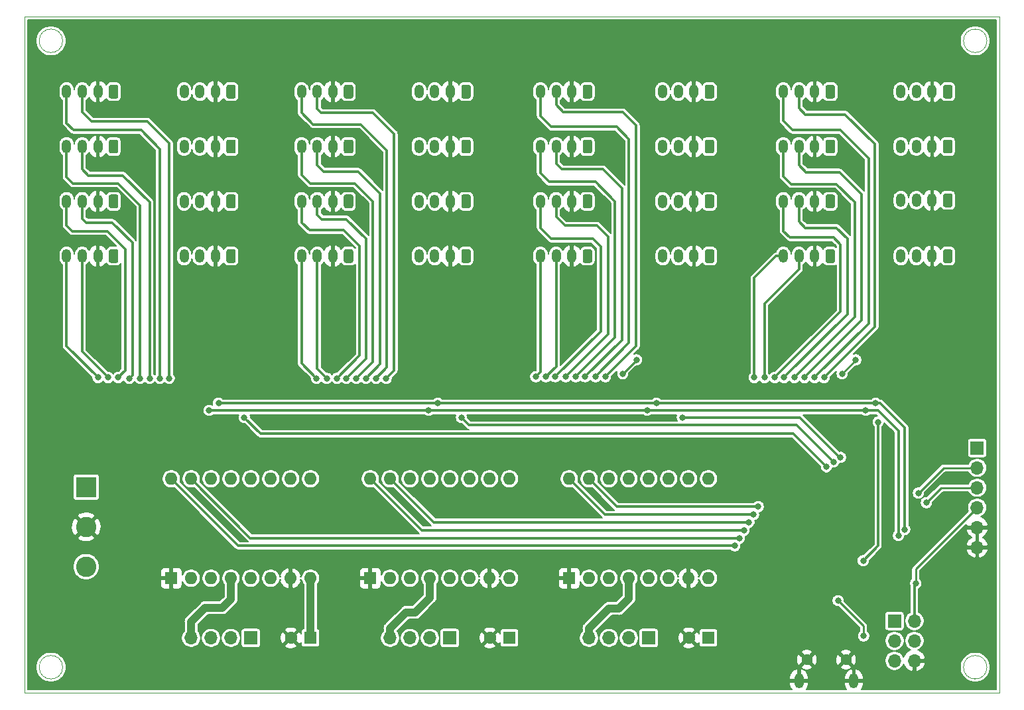
<source format=gbr>
%TF.GenerationSoftware,KiCad,Pcbnew,5.1.7+dfsg1-1~bpo10+1*%
%TF.CreationDate,2020-11-15T21:32:21+00:00*%
%TF.ProjectId,piggyback,70696767-7962-4616-936b-2e6b69636164,rev?*%
%TF.SameCoordinates,Original*%
%TF.FileFunction,Copper,L2,Bot*%
%TF.FilePolarity,Positive*%
%FSLAX45Y45*%
G04 Gerber Fmt 4.5, Leading zero omitted, Abs format (unit mm)*
G04 Created by KiCad (PCBNEW 5.1.7+dfsg1-1~bpo10+1) date 2020-11-15 21:32:21*
%MOMM*%
%LPD*%
G01*
G04 APERTURE LIST*
%TA.AperFunction,Profile*%
%ADD10C,0.050000*%
%TD*%
%TA.AperFunction,ComponentPad*%
%ADD11O,1.200000X1.750000*%
%TD*%
%TA.AperFunction,ComponentPad*%
%ADD12R,1.600000X1.600000*%
%TD*%
%TA.AperFunction,ComponentPad*%
%ADD13O,1.600000X1.600000*%
%TD*%
%TA.AperFunction,ComponentPad*%
%ADD14R,1.700000X1.700000*%
%TD*%
%TA.AperFunction,ComponentPad*%
%ADD15O,1.700000X1.700000*%
%TD*%
%TA.AperFunction,ComponentPad*%
%ADD16C,1.450000*%
%TD*%
%TA.AperFunction,ComponentPad*%
%ADD17O,1.200000X1.900000*%
%TD*%
%TA.AperFunction,ComponentPad*%
%ADD18C,1.600000*%
%TD*%
%TA.AperFunction,ComponentPad*%
%ADD19R,2.600000X2.600000*%
%TD*%
%TA.AperFunction,ComponentPad*%
%ADD20C,2.600000*%
%TD*%
%TA.AperFunction,ViaPad*%
%ADD21C,0.800000*%
%TD*%
%TA.AperFunction,Conductor*%
%ADD22C,1.000000*%
%TD*%
%TA.AperFunction,Conductor*%
%ADD23C,0.300000*%
%TD*%
%TA.AperFunction,Conductor*%
%ADD24C,0.250000*%
%TD*%
%TA.AperFunction,Conductor*%
%ADD25C,0.200000*%
%TD*%
%TA.AperFunction,Conductor*%
%ADD26C,0.150000*%
%TD*%
%ADD27C,0.350000*%
%ADD28O,0.600000X1.300000*%
G04 APERTURE END LIST*
D10*
X16350000Y-14150000D02*
G75*
G03*
X16350000Y-14150000I-150000J0D01*
G01*
X16350000Y-6150000D02*
G75*
G03*
X16350000Y-6150000I-150000J0D01*
G01*
X4550000Y-6150000D02*
G75*
G03*
X4550000Y-6150000I-150000J0D01*
G01*
X4550000Y-14150000D02*
G75*
G03*
X4550000Y-14150000I-150000J0D01*
G01*
X16510000Y-5842000D02*
X4064000Y-5842000D01*
X16510000Y-14478000D02*
X16510000Y-5842000D01*
X4064000Y-14478000D02*
X16510000Y-14478000D01*
X4064000Y-5842000D02*
X4064000Y-14478000D01*
D11*
X4600000Y-8200000D03*
X4800000Y-8200000D03*
X5000000Y-8200000D03*
%TA.AperFunction,ComponentPad*%
G36*
G01*
X5260000Y-8137500D02*
X5260000Y-8262500D01*
G75*
G02*
X5235000Y-8287500I-25000J0D01*
G01*
X5165000Y-8287500D01*
G75*
G02*
X5140000Y-8262500I0J25000D01*
G01*
X5140000Y-8137500D01*
G75*
G02*
X5165000Y-8112500I25000J0D01*
G01*
X5235000Y-8112500D01*
G75*
G02*
X5260000Y-8137500I0J-25000D01*
G01*
G37*
%TD.AperFunction*%
D12*
X5936000Y-13014000D03*
D13*
X7714000Y-11744000D03*
X6190000Y-13014000D03*
X7460000Y-11744000D03*
X6444000Y-13014000D03*
X7206000Y-11744000D03*
X6698000Y-13014000D03*
X6952000Y-11744000D03*
X6952000Y-13014000D03*
X6698000Y-11744000D03*
X7206000Y-13014000D03*
X6444000Y-11744000D03*
X7460000Y-13014000D03*
X6190000Y-11744000D03*
X7714000Y-13014000D03*
X5936000Y-11744000D03*
X8476000Y-11744000D03*
X10254000Y-13014000D03*
X8730000Y-11744000D03*
X10000000Y-13014000D03*
X8984000Y-11744000D03*
X9746000Y-13014000D03*
X9238000Y-11744000D03*
X9492000Y-13014000D03*
X9492000Y-11744000D03*
X9238000Y-13014000D03*
X9746000Y-11744000D03*
X8984000Y-13014000D03*
X10000000Y-11744000D03*
X8730000Y-13014000D03*
X10254000Y-11744000D03*
D12*
X8476000Y-13014000D03*
X11016000Y-13014000D03*
D13*
X12794000Y-11744000D03*
X11270000Y-13014000D03*
X12540000Y-11744000D03*
X11524000Y-13014000D03*
X12286000Y-11744000D03*
X11778000Y-13014000D03*
X12032000Y-11744000D03*
X12032000Y-13014000D03*
X11778000Y-11744000D03*
X12286000Y-13014000D03*
X11524000Y-11744000D03*
X12540000Y-13014000D03*
X11270000Y-11744000D03*
X12794000Y-13014000D03*
X11016000Y-11744000D03*
D14*
X6952000Y-13776000D03*
D15*
X6698000Y-13776000D03*
X6444000Y-13776000D03*
X6190000Y-13776000D03*
D14*
X9492000Y-13776000D03*
D15*
X9238000Y-13776000D03*
X8984000Y-13776000D03*
X8730000Y-13776000D03*
X11270000Y-13776000D03*
X11524000Y-13776000D03*
X11778000Y-13776000D03*
D14*
X12032000Y-13776000D03*
D16*
X14050000Y-14053750D03*
X14550000Y-14053750D03*
D17*
X13950000Y-14323750D03*
X14650000Y-14323750D03*
D18*
X7464000Y-13776000D03*
D12*
X7714000Y-13776000D03*
X10254000Y-13776000D03*
D18*
X10004000Y-13776000D03*
D12*
X12794000Y-13776000D03*
D18*
X12544000Y-13776000D03*
D11*
X4600000Y-6800000D03*
X4800000Y-6800000D03*
X5000000Y-6800000D03*
%TA.AperFunction,ComponentPad*%
G36*
G01*
X5260000Y-6737500D02*
X5260000Y-6862500D01*
G75*
G02*
X5235000Y-6887500I-25000J0D01*
G01*
X5165000Y-6887500D01*
G75*
G02*
X5140000Y-6862500I0J25000D01*
G01*
X5140000Y-6737500D01*
G75*
G02*
X5165000Y-6712500I25000J0D01*
G01*
X5235000Y-6712500D01*
G75*
G02*
X5260000Y-6737500I0J-25000D01*
G01*
G37*
%TD.AperFunction*%
%TA.AperFunction,ComponentPad*%
G36*
G01*
X5260000Y-7437500D02*
X5260000Y-7562500D01*
G75*
G02*
X5235000Y-7587500I-25000J0D01*
G01*
X5165000Y-7587500D01*
G75*
G02*
X5140000Y-7562500I0J25000D01*
G01*
X5140000Y-7437500D01*
G75*
G02*
X5165000Y-7412500I25000J0D01*
G01*
X5235000Y-7412500D01*
G75*
G02*
X5260000Y-7437500I0J-25000D01*
G01*
G37*
%TD.AperFunction*%
X5000000Y-7500000D03*
X4800000Y-7500000D03*
X4600000Y-7500000D03*
%TA.AperFunction,ComponentPad*%
G36*
G01*
X5260000Y-8837500D02*
X5260000Y-8962500D01*
G75*
G02*
X5235000Y-8987500I-25000J0D01*
G01*
X5165000Y-8987500D01*
G75*
G02*
X5140000Y-8962500I0J25000D01*
G01*
X5140000Y-8837500D01*
G75*
G02*
X5165000Y-8812500I25000J0D01*
G01*
X5235000Y-8812500D01*
G75*
G02*
X5260000Y-8837500I0J-25000D01*
G01*
G37*
%TD.AperFunction*%
X5000000Y-8900000D03*
X4800000Y-8900000D03*
X4600000Y-8900000D03*
X6100000Y-6800000D03*
X6300000Y-6800000D03*
X6500000Y-6800000D03*
%TA.AperFunction,ComponentPad*%
G36*
G01*
X6760000Y-6737500D02*
X6760000Y-6862500D01*
G75*
G02*
X6735000Y-6887500I-25000J0D01*
G01*
X6665000Y-6887500D01*
G75*
G02*
X6640000Y-6862500I0J25000D01*
G01*
X6640000Y-6737500D01*
G75*
G02*
X6665000Y-6712500I25000J0D01*
G01*
X6735000Y-6712500D01*
G75*
G02*
X6760000Y-6737500I0J-25000D01*
G01*
G37*
%TD.AperFunction*%
%TA.AperFunction,ComponentPad*%
G36*
G01*
X6760000Y-7437500D02*
X6760000Y-7562500D01*
G75*
G02*
X6735000Y-7587500I-25000J0D01*
G01*
X6665000Y-7587500D01*
G75*
G02*
X6640000Y-7562500I0J25000D01*
G01*
X6640000Y-7437500D01*
G75*
G02*
X6665000Y-7412500I25000J0D01*
G01*
X6735000Y-7412500D01*
G75*
G02*
X6760000Y-7437500I0J-25000D01*
G01*
G37*
%TD.AperFunction*%
X6500000Y-7500000D03*
X6300000Y-7500000D03*
X6100000Y-7500000D03*
X6100000Y-8200000D03*
X6300000Y-8200000D03*
X6500000Y-8200000D03*
%TA.AperFunction,ComponentPad*%
G36*
G01*
X6760000Y-8137500D02*
X6760000Y-8262500D01*
G75*
G02*
X6735000Y-8287500I-25000J0D01*
G01*
X6665000Y-8287500D01*
G75*
G02*
X6640000Y-8262500I0J25000D01*
G01*
X6640000Y-8137500D01*
G75*
G02*
X6665000Y-8112500I25000J0D01*
G01*
X6735000Y-8112500D01*
G75*
G02*
X6760000Y-8137500I0J-25000D01*
G01*
G37*
%TD.AperFunction*%
%TA.AperFunction,ComponentPad*%
G36*
G01*
X6760000Y-8837500D02*
X6760000Y-8962500D01*
G75*
G02*
X6735000Y-8987500I-25000J0D01*
G01*
X6665000Y-8987500D01*
G75*
G02*
X6640000Y-8962500I0J25000D01*
G01*
X6640000Y-8837500D01*
G75*
G02*
X6665000Y-8812500I25000J0D01*
G01*
X6735000Y-8812500D01*
G75*
G02*
X6760000Y-8837500I0J-25000D01*
G01*
G37*
%TD.AperFunction*%
X6500000Y-8900000D03*
X6300000Y-8900000D03*
X6100000Y-8900000D03*
X7600000Y-6800000D03*
X7800000Y-6800000D03*
X8000000Y-6800000D03*
%TA.AperFunction,ComponentPad*%
G36*
G01*
X8260000Y-6737500D02*
X8260000Y-6862500D01*
G75*
G02*
X8235000Y-6887500I-25000J0D01*
G01*
X8165000Y-6887500D01*
G75*
G02*
X8140000Y-6862500I0J25000D01*
G01*
X8140000Y-6737500D01*
G75*
G02*
X8165000Y-6712500I25000J0D01*
G01*
X8235000Y-6712500D01*
G75*
G02*
X8260000Y-6737500I0J-25000D01*
G01*
G37*
%TD.AperFunction*%
%TA.AperFunction,ComponentPad*%
G36*
G01*
X8260000Y-7437500D02*
X8260000Y-7562500D01*
G75*
G02*
X8235000Y-7587500I-25000J0D01*
G01*
X8165000Y-7587500D01*
G75*
G02*
X8140000Y-7562500I0J25000D01*
G01*
X8140000Y-7437500D01*
G75*
G02*
X8165000Y-7412500I25000J0D01*
G01*
X8235000Y-7412500D01*
G75*
G02*
X8260000Y-7437500I0J-25000D01*
G01*
G37*
%TD.AperFunction*%
X8000000Y-7500000D03*
X7800000Y-7500000D03*
X7600000Y-7500000D03*
X7600000Y-8200000D03*
X7800000Y-8200000D03*
X8000000Y-8200000D03*
%TA.AperFunction,ComponentPad*%
G36*
G01*
X8260000Y-8137500D02*
X8260000Y-8262500D01*
G75*
G02*
X8235000Y-8287500I-25000J0D01*
G01*
X8165000Y-8287500D01*
G75*
G02*
X8140000Y-8262500I0J25000D01*
G01*
X8140000Y-8137500D01*
G75*
G02*
X8165000Y-8112500I25000J0D01*
G01*
X8235000Y-8112500D01*
G75*
G02*
X8260000Y-8137500I0J-25000D01*
G01*
G37*
%TD.AperFunction*%
%TA.AperFunction,ComponentPad*%
G36*
G01*
X8260000Y-8837500D02*
X8260000Y-8962500D01*
G75*
G02*
X8235000Y-8987500I-25000J0D01*
G01*
X8165000Y-8987500D01*
G75*
G02*
X8140000Y-8962500I0J25000D01*
G01*
X8140000Y-8837500D01*
G75*
G02*
X8165000Y-8812500I25000J0D01*
G01*
X8235000Y-8812500D01*
G75*
G02*
X8260000Y-8837500I0J-25000D01*
G01*
G37*
%TD.AperFunction*%
X8000000Y-8900000D03*
X7800000Y-8900000D03*
X7600000Y-8900000D03*
%TA.AperFunction,ComponentPad*%
G36*
G01*
X9760000Y-6737500D02*
X9760000Y-6862500D01*
G75*
G02*
X9735000Y-6887500I-25000J0D01*
G01*
X9665000Y-6887500D01*
G75*
G02*
X9640000Y-6862500I0J25000D01*
G01*
X9640000Y-6737500D01*
G75*
G02*
X9665000Y-6712500I25000J0D01*
G01*
X9735000Y-6712500D01*
G75*
G02*
X9760000Y-6737500I0J-25000D01*
G01*
G37*
%TD.AperFunction*%
X9500000Y-6800000D03*
X9300000Y-6800000D03*
X9100000Y-6800000D03*
%TA.AperFunction,ComponentPad*%
G36*
G01*
X9760000Y-7437500D02*
X9760000Y-7562500D01*
G75*
G02*
X9735000Y-7587500I-25000J0D01*
G01*
X9665000Y-7587500D01*
G75*
G02*
X9640000Y-7562500I0J25000D01*
G01*
X9640000Y-7437500D01*
G75*
G02*
X9665000Y-7412500I25000J0D01*
G01*
X9735000Y-7412500D01*
G75*
G02*
X9760000Y-7437500I0J-25000D01*
G01*
G37*
%TD.AperFunction*%
X9500000Y-7500000D03*
X9300000Y-7500000D03*
X9100000Y-7500000D03*
X9100000Y-8200000D03*
X9300000Y-8200000D03*
X9500000Y-8200000D03*
%TA.AperFunction,ComponentPad*%
G36*
G01*
X9760000Y-8137500D02*
X9760000Y-8262500D01*
G75*
G02*
X9735000Y-8287500I-25000J0D01*
G01*
X9665000Y-8287500D01*
G75*
G02*
X9640000Y-8262500I0J25000D01*
G01*
X9640000Y-8137500D01*
G75*
G02*
X9665000Y-8112500I25000J0D01*
G01*
X9735000Y-8112500D01*
G75*
G02*
X9760000Y-8137500I0J-25000D01*
G01*
G37*
%TD.AperFunction*%
%TA.AperFunction,ComponentPad*%
G36*
G01*
X9760000Y-8837500D02*
X9760000Y-8962500D01*
G75*
G02*
X9735000Y-8987500I-25000J0D01*
G01*
X9665000Y-8987500D01*
G75*
G02*
X9640000Y-8962500I0J25000D01*
G01*
X9640000Y-8837500D01*
G75*
G02*
X9665000Y-8812500I25000J0D01*
G01*
X9735000Y-8812500D01*
G75*
G02*
X9760000Y-8837500I0J-25000D01*
G01*
G37*
%TD.AperFunction*%
X9500000Y-8900000D03*
X9300000Y-8900000D03*
X9100000Y-8900000D03*
X10650000Y-6800000D03*
X10850000Y-6800000D03*
X11050000Y-6800000D03*
%TA.AperFunction,ComponentPad*%
G36*
G01*
X11310000Y-6737500D02*
X11310000Y-6862500D01*
G75*
G02*
X11285000Y-6887500I-25000J0D01*
G01*
X11215000Y-6887500D01*
G75*
G02*
X11190000Y-6862500I0J25000D01*
G01*
X11190000Y-6737500D01*
G75*
G02*
X11215000Y-6712500I25000J0D01*
G01*
X11285000Y-6712500D01*
G75*
G02*
X11310000Y-6737500I0J-25000D01*
G01*
G37*
%TD.AperFunction*%
%TA.AperFunction,ComponentPad*%
G36*
G01*
X11310000Y-7437500D02*
X11310000Y-7562500D01*
G75*
G02*
X11285000Y-7587500I-25000J0D01*
G01*
X11215000Y-7587500D01*
G75*
G02*
X11190000Y-7562500I0J25000D01*
G01*
X11190000Y-7437500D01*
G75*
G02*
X11215000Y-7412500I25000J0D01*
G01*
X11285000Y-7412500D01*
G75*
G02*
X11310000Y-7437500I0J-25000D01*
G01*
G37*
%TD.AperFunction*%
X11050000Y-7500000D03*
X10850000Y-7500000D03*
X10650000Y-7500000D03*
X10650000Y-8200000D03*
X10850000Y-8200000D03*
X11050000Y-8200000D03*
%TA.AperFunction,ComponentPad*%
G36*
G01*
X11310000Y-8137500D02*
X11310000Y-8262500D01*
G75*
G02*
X11285000Y-8287500I-25000J0D01*
G01*
X11215000Y-8287500D01*
G75*
G02*
X11190000Y-8262500I0J25000D01*
G01*
X11190000Y-8137500D01*
G75*
G02*
X11215000Y-8112500I25000J0D01*
G01*
X11285000Y-8112500D01*
G75*
G02*
X11310000Y-8137500I0J-25000D01*
G01*
G37*
%TD.AperFunction*%
%TA.AperFunction,ComponentPad*%
G36*
G01*
X11310000Y-8837500D02*
X11310000Y-8962500D01*
G75*
G02*
X11285000Y-8987500I-25000J0D01*
G01*
X11215000Y-8987500D01*
G75*
G02*
X11190000Y-8962500I0J25000D01*
G01*
X11190000Y-8837500D01*
G75*
G02*
X11215000Y-8812500I25000J0D01*
G01*
X11285000Y-8812500D01*
G75*
G02*
X11310000Y-8837500I0J-25000D01*
G01*
G37*
%TD.AperFunction*%
X11050000Y-8900000D03*
X10850000Y-8900000D03*
X10650000Y-8900000D03*
X13750000Y-6800000D03*
X13950000Y-6800000D03*
X14150000Y-6800000D03*
%TA.AperFunction,ComponentPad*%
G36*
G01*
X14410000Y-6737500D02*
X14410000Y-6862500D01*
G75*
G02*
X14385000Y-6887500I-25000J0D01*
G01*
X14315000Y-6887500D01*
G75*
G02*
X14290000Y-6862500I0J25000D01*
G01*
X14290000Y-6737500D01*
G75*
G02*
X14315000Y-6712500I25000J0D01*
G01*
X14385000Y-6712500D01*
G75*
G02*
X14410000Y-6737500I0J-25000D01*
G01*
G37*
%TD.AperFunction*%
%TA.AperFunction,ComponentPad*%
G36*
G01*
X14410000Y-7437500D02*
X14410000Y-7562500D01*
G75*
G02*
X14385000Y-7587500I-25000J0D01*
G01*
X14315000Y-7587500D01*
G75*
G02*
X14290000Y-7562500I0J25000D01*
G01*
X14290000Y-7437500D01*
G75*
G02*
X14315000Y-7412500I25000J0D01*
G01*
X14385000Y-7412500D01*
G75*
G02*
X14410000Y-7437500I0J-25000D01*
G01*
G37*
%TD.AperFunction*%
X14150000Y-7500000D03*
X13950000Y-7500000D03*
X13750000Y-7500000D03*
X13750000Y-8200000D03*
X13950000Y-8200000D03*
X14150000Y-8200000D03*
%TA.AperFunction,ComponentPad*%
G36*
G01*
X14410000Y-8137500D02*
X14410000Y-8262500D01*
G75*
G02*
X14385000Y-8287500I-25000J0D01*
G01*
X14315000Y-8287500D01*
G75*
G02*
X14290000Y-8262500I0J25000D01*
G01*
X14290000Y-8137500D01*
G75*
G02*
X14315000Y-8112500I25000J0D01*
G01*
X14385000Y-8112500D01*
G75*
G02*
X14410000Y-8137500I0J-25000D01*
G01*
G37*
%TD.AperFunction*%
X13750000Y-8900000D03*
X13950000Y-8900000D03*
X14150000Y-8900000D03*
%TA.AperFunction,ComponentPad*%
G36*
G01*
X14410000Y-8837500D02*
X14410000Y-8962500D01*
G75*
G02*
X14385000Y-8987500I-25000J0D01*
G01*
X14315000Y-8987500D01*
G75*
G02*
X14290000Y-8962500I0J25000D01*
G01*
X14290000Y-8837500D01*
G75*
G02*
X14315000Y-8812500I25000J0D01*
G01*
X14385000Y-8812500D01*
G75*
G02*
X14410000Y-8837500I0J-25000D01*
G01*
G37*
%TD.AperFunction*%
X12208000Y-6800000D03*
X12408000Y-6800000D03*
X12608000Y-6800000D03*
%TA.AperFunction,ComponentPad*%
G36*
G01*
X12868000Y-6737500D02*
X12868000Y-6862500D01*
G75*
G02*
X12843000Y-6887500I-25000J0D01*
G01*
X12773000Y-6887500D01*
G75*
G02*
X12748000Y-6862500I0J25000D01*
G01*
X12748000Y-6737500D01*
G75*
G02*
X12773000Y-6712500I25000J0D01*
G01*
X12843000Y-6712500D01*
G75*
G02*
X12868000Y-6737500I0J-25000D01*
G01*
G37*
%TD.AperFunction*%
%TA.AperFunction,ComponentPad*%
G36*
G01*
X12868000Y-7437500D02*
X12868000Y-7562500D01*
G75*
G02*
X12843000Y-7587500I-25000J0D01*
G01*
X12773000Y-7587500D01*
G75*
G02*
X12748000Y-7562500I0J25000D01*
G01*
X12748000Y-7437500D01*
G75*
G02*
X12773000Y-7412500I25000J0D01*
G01*
X12843000Y-7412500D01*
G75*
G02*
X12868000Y-7437500I0J-25000D01*
G01*
G37*
%TD.AperFunction*%
X12608000Y-7500000D03*
X12408000Y-7500000D03*
X12208000Y-7500000D03*
X12208000Y-8200000D03*
X12408000Y-8200000D03*
X12608000Y-8200000D03*
%TA.AperFunction,ComponentPad*%
G36*
G01*
X12868000Y-8137500D02*
X12868000Y-8262500D01*
G75*
G02*
X12843000Y-8287500I-25000J0D01*
G01*
X12773000Y-8287500D01*
G75*
G02*
X12748000Y-8262500I0J25000D01*
G01*
X12748000Y-8137500D01*
G75*
G02*
X12773000Y-8112500I25000J0D01*
G01*
X12843000Y-8112500D01*
G75*
G02*
X12868000Y-8137500I0J-25000D01*
G01*
G37*
%TD.AperFunction*%
%TA.AperFunction,ComponentPad*%
G36*
G01*
X12870000Y-8837500D02*
X12870000Y-8962500D01*
G75*
G02*
X12845000Y-8987500I-25000J0D01*
G01*
X12775000Y-8987500D01*
G75*
G02*
X12750000Y-8962500I0J25000D01*
G01*
X12750000Y-8837500D01*
G75*
G02*
X12775000Y-8812500I25000J0D01*
G01*
X12845000Y-8812500D01*
G75*
G02*
X12870000Y-8837500I0J-25000D01*
G01*
G37*
%TD.AperFunction*%
X12610000Y-8900000D03*
X12410000Y-8900000D03*
X12210000Y-8900000D03*
X15250000Y-6800000D03*
X15450000Y-6800000D03*
X15650000Y-6800000D03*
%TA.AperFunction,ComponentPad*%
G36*
G01*
X15910000Y-6737500D02*
X15910000Y-6862500D01*
G75*
G02*
X15885000Y-6887500I-25000J0D01*
G01*
X15815000Y-6887500D01*
G75*
G02*
X15790000Y-6862500I0J25000D01*
G01*
X15790000Y-6737500D01*
G75*
G02*
X15815000Y-6712500I25000J0D01*
G01*
X15885000Y-6712500D01*
G75*
G02*
X15910000Y-6737500I0J-25000D01*
G01*
G37*
%TD.AperFunction*%
X15250000Y-7500000D03*
X15450000Y-7500000D03*
X15650000Y-7500000D03*
%TA.AperFunction,ComponentPad*%
G36*
G01*
X15910000Y-7437500D02*
X15910000Y-7562500D01*
G75*
G02*
X15885000Y-7587500I-25000J0D01*
G01*
X15815000Y-7587500D01*
G75*
G02*
X15790000Y-7562500I0J25000D01*
G01*
X15790000Y-7437500D01*
G75*
G02*
X15815000Y-7412500I25000J0D01*
G01*
X15885000Y-7412500D01*
G75*
G02*
X15910000Y-7437500I0J-25000D01*
G01*
G37*
%TD.AperFunction*%
%TA.AperFunction,ComponentPad*%
G36*
G01*
X15910000Y-8125500D02*
X15910000Y-8250500D01*
G75*
G02*
X15885000Y-8275500I-25000J0D01*
G01*
X15815000Y-8275500D01*
G75*
G02*
X15790000Y-8250500I0J25000D01*
G01*
X15790000Y-8125500D01*
G75*
G02*
X15815000Y-8100500I25000J0D01*
G01*
X15885000Y-8100500D01*
G75*
G02*
X15910000Y-8125500I0J-25000D01*
G01*
G37*
%TD.AperFunction*%
X15650000Y-8188000D03*
X15450000Y-8188000D03*
X15250000Y-8188000D03*
%TA.AperFunction,ComponentPad*%
G36*
G01*
X15910000Y-8837500D02*
X15910000Y-8962500D01*
G75*
G02*
X15885000Y-8987500I-25000J0D01*
G01*
X15815000Y-8987500D01*
G75*
G02*
X15790000Y-8962500I0J25000D01*
G01*
X15790000Y-8837500D01*
G75*
G02*
X15815000Y-8812500I25000J0D01*
G01*
X15885000Y-8812500D01*
G75*
G02*
X15910000Y-8837500I0J-25000D01*
G01*
G37*
%TD.AperFunction*%
X15650000Y-8900000D03*
X15450000Y-8900000D03*
X15250000Y-8900000D03*
D19*
X4850000Y-11850000D03*
D20*
X4850000Y-12358000D03*
X4850000Y-12866000D03*
D14*
X15170000Y-13560000D03*
D15*
X15424000Y-13560000D03*
X15170000Y-13814000D03*
X15424000Y-13814000D03*
X15170000Y-14068000D03*
X15424000Y-14068000D03*
D14*
X16225000Y-11350000D03*
D15*
X16225000Y-11604000D03*
X16225000Y-11858000D03*
X16225000Y-12112000D03*
X16225000Y-12366000D03*
X16225000Y-12620000D03*
D21*
X6920000Y-9880000D03*
X6920000Y-10240000D03*
X7170000Y-10960000D03*
X9710000Y-10210000D03*
X9710000Y-9780000D03*
X9910000Y-10970000D03*
X12570000Y-10670000D03*
X12500000Y-10220000D03*
X12500000Y-9750000D03*
X15210000Y-12710000D03*
X14400000Y-12925000D03*
X15710000Y-10960000D03*
X15690000Y-10420000D03*
X15260000Y-9850000D03*
X14440000Y-13870000D03*
X14550000Y-11000000D03*
X15440000Y-13080000D03*
X14500000Y-10400000D03*
X14675000Y-10225000D03*
X11700000Y-10400000D03*
X11875000Y-10225000D03*
X13190000Y-12500000D03*
X13130000Y-12600000D03*
X13250000Y-12400000D03*
X13310000Y-12300000D03*
X13430000Y-12100000D03*
X13370000Y-12200000D03*
X6420000Y-10870000D03*
X14800000Y-10870000D03*
X12010000Y-10870000D03*
X9220000Y-10870000D03*
X15220000Y-12470000D03*
X6540000Y-10780000D03*
X9340000Y-10780000D03*
X12130000Y-10780000D03*
X14930000Y-10780000D03*
X15300000Y-12390000D03*
X5910000Y-10460000D03*
X5790000Y-10460000D03*
X5540000Y-10460000D03*
X5660000Y-10460000D03*
X5400000Y-10460000D03*
X5260000Y-10450000D03*
X5130000Y-10450000D03*
X5000000Y-10450000D03*
X8420000Y-10460000D03*
X8300000Y-10460000D03*
X8050000Y-10460000D03*
X8170000Y-10460000D03*
X7920000Y-10460000D03*
X7790000Y-10460000D03*
X8680000Y-10460000D03*
X8550000Y-10460000D03*
X11480000Y-10440000D03*
X11350000Y-10440000D03*
X11100000Y-10440000D03*
X11220000Y-10440000D03*
X10970000Y-10440000D03*
X10840000Y-10440000D03*
X10590000Y-10440000D03*
X10720000Y-10440000D03*
X14270000Y-10450000D03*
X14150000Y-10450000D03*
X13890000Y-10450000D03*
X14020000Y-10450000D03*
X13760000Y-10450000D03*
X13640000Y-10450000D03*
X13380000Y-10450000D03*
X13510000Y-10450000D03*
X9640000Y-10960000D03*
X14390000Y-11530000D03*
X6870000Y-10960000D03*
X14300000Y-11590000D03*
X12460000Y-10960000D03*
X14480000Y-11470000D03*
X14770000Y-12790000D03*
X14960000Y-11020000D03*
X15475000Y-11925000D03*
X15575000Y-12050000D03*
X14450000Y-13300000D03*
X14775000Y-13750000D03*
D22*
X6190000Y-13776000D02*
X6190000Y-13570000D01*
X6190000Y-13570000D02*
X6370000Y-13390000D01*
X6370000Y-13390000D02*
X6590000Y-13390000D01*
X6698000Y-13282000D02*
X6698000Y-13014000D01*
X6590000Y-13390000D02*
X6698000Y-13282000D01*
D23*
X15424000Y-13096000D02*
X15440000Y-13080000D01*
X15424000Y-13560000D02*
X15424000Y-13096000D01*
D24*
X15440000Y-12897000D02*
X15440000Y-13080000D01*
X16225000Y-12112000D02*
X15440000Y-12897000D01*
X14500000Y-10400000D02*
X14675000Y-10225000D01*
X11700000Y-10400000D02*
X11875000Y-10225000D01*
D23*
X6190000Y-11744000D02*
X6946000Y-12500000D01*
X6946000Y-12500000D02*
X13000000Y-12500000D01*
X13000000Y-12500000D02*
X13190000Y-12500000D01*
D22*
X7714000Y-13014000D02*
X7714000Y-13776000D01*
D23*
X5936000Y-11744000D02*
X6792000Y-12600000D01*
X6792000Y-12600000D02*
X13000000Y-12600000D01*
X13000000Y-12600000D02*
X13130000Y-12600000D01*
X8476000Y-11744000D02*
X9132000Y-12400000D01*
X9132000Y-12400000D02*
X13000000Y-12400000D01*
X13000000Y-12400000D02*
X13250000Y-12400000D01*
X8730000Y-11744000D02*
X9286000Y-12300000D01*
X9286000Y-12300000D02*
X13000000Y-12300000D01*
X13000000Y-12300000D02*
X13310000Y-12300000D01*
D22*
X8730000Y-13655792D02*
X8935792Y-13450000D01*
X8730000Y-13776000D02*
X8730000Y-13655792D01*
X8935792Y-13450000D02*
X9050000Y-13450000D01*
X9238000Y-13262000D02*
X9238000Y-13014000D01*
X9050000Y-13450000D02*
X9238000Y-13262000D01*
X11270000Y-13655792D02*
X11525792Y-13400000D01*
X11270000Y-13776000D02*
X11270000Y-13655792D01*
X11525792Y-13400000D02*
X11650000Y-13400000D01*
X11778000Y-13272000D02*
X11778000Y-13014000D01*
X11650000Y-13400000D02*
X11778000Y-13272000D01*
D23*
X11270000Y-11744000D02*
X11626000Y-12100000D01*
X11626000Y-12100000D02*
X13000000Y-12100000D01*
X13000000Y-12100000D02*
X13430000Y-12100000D01*
X11016000Y-11744000D02*
X11472000Y-12200000D01*
X11472000Y-12200000D02*
X13000000Y-12200000D01*
X13000000Y-12200000D02*
X13370000Y-12200000D01*
X14800000Y-10870000D02*
X14930000Y-10870000D01*
X12010000Y-10870000D02*
X14800000Y-10870000D01*
X9220000Y-10870000D02*
X12010000Y-10870000D01*
X6420000Y-10870000D02*
X9220000Y-10870000D01*
X14930000Y-10870000D02*
X14950000Y-10870000D01*
X14950000Y-10870000D02*
X14960000Y-10870000D01*
X15220000Y-11130000D02*
X15220000Y-12470000D01*
X14960000Y-10870000D02*
X15220000Y-11130000D01*
X6540000Y-10780000D02*
X9340000Y-10780000D01*
X12130000Y-10780000D02*
X14930000Y-10780000D01*
X9340000Y-10780000D02*
X12130000Y-10780000D01*
X14986568Y-10780000D02*
X15300000Y-11093432D01*
X14930000Y-10780000D02*
X14986568Y-10780000D01*
X15300000Y-11093432D02*
X15300000Y-12390000D01*
X4920000Y-7180000D02*
X4800000Y-7060000D01*
X4800000Y-7060000D02*
X4800000Y-6800000D01*
X5630000Y-7180000D02*
X4920000Y-7180000D01*
X5910000Y-7460000D02*
X5630000Y-7180000D01*
X5910000Y-10460000D02*
X5910000Y-7460000D01*
X5550000Y-7290000D02*
X4690000Y-7290000D01*
X5790000Y-7530000D02*
X5550000Y-7290000D01*
X4600000Y-7200000D02*
X4600000Y-6800000D01*
X4690000Y-7290000D02*
X4600000Y-7200000D01*
X5790000Y-10460000D02*
X5790000Y-7530000D01*
X4680000Y-7970000D02*
X4600000Y-7890000D01*
X4600000Y-7890000D02*
X4600000Y-7500000D01*
X5260000Y-7970000D02*
X4680000Y-7970000D01*
X5540000Y-8250000D02*
X5260000Y-7970000D01*
X5540000Y-10460000D02*
X5540000Y-8250000D01*
X5660000Y-10460000D02*
X5660000Y-8210000D01*
X5660000Y-8210000D02*
X5320000Y-7870000D01*
X5320000Y-7870000D02*
X4880000Y-7870000D01*
X4800000Y-7790000D02*
X4800000Y-7500000D01*
X4880000Y-7870000D02*
X4800000Y-7790000D01*
X5400000Y-10460000D02*
X5440000Y-10420000D01*
X5440000Y-10420000D02*
X5440000Y-8730000D01*
X5440000Y-8730000D02*
X5180000Y-8470000D01*
X5180000Y-8470000D02*
X4850000Y-8470000D01*
X4800000Y-8420000D02*
X4800000Y-8200000D01*
X4850000Y-8470000D02*
X4800000Y-8420000D01*
X4600000Y-8510000D02*
X4600000Y-8200000D01*
X4670000Y-8580000D02*
X4600000Y-8510000D01*
X5120000Y-8580000D02*
X4670000Y-8580000D01*
X5350000Y-8810000D02*
X5120000Y-8580000D01*
X5350000Y-10360000D02*
X5350000Y-8810000D01*
X5260000Y-10450000D02*
X5350000Y-10360000D01*
X5130000Y-10450000D02*
X4800000Y-10120000D01*
X4800000Y-10120000D02*
X4800000Y-8900000D01*
X4600000Y-10050000D02*
X4600000Y-8900000D01*
X5000000Y-10450000D02*
X4600000Y-10050000D01*
X8420000Y-10460000D02*
X8600000Y-10280000D01*
X8600000Y-10280000D02*
X8600000Y-8100000D01*
X8600000Y-8100000D02*
X8320000Y-7820000D01*
X8320000Y-7820000D02*
X7880000Y-7820000D01*
X7800000Y-7740000D02*
X7800000Y-7500000D01*
X7880000Y-7820000D02*
X7800000Y-7740000D01*
X8300000Y-10460000D02*
X8510000Y-10250000D01*
X8510000Y-10250000D02*
X8510000Y-8200000D01*
X8510000Y-8200000D02*
X8280000Y-7970000D01*
X8280000Y-7970000D02*
X7710000Y-7970000D01*
X7600000Y-7860000D02*
X7600000Y-7500000D01*
X7710000Y-7970000D02*
X7600000Y-7860000D01*
X8050000Y-10460000D02*
X8340000Y-10170000D01*
X8340000Y-10170000D02*
X8340000Y-8770000D01*
X8340000Y-8770000D02*
X8140000Y-8570000D01*
X8140000Y-8570000D02*
X7700000Y-8570000D01*
X7600000Y-8470000D02*
X7600000Y-8200000D01*
X7700000Y-8570000D02*
X7600000Y-8470000D01*
X8170000Y-10460000D02*
X8420000Y-10210000D01*
X8420000Y-10210000D02*
X8420000Y-8680000D01*
X8420000Y-8680000D02*
X8170000Y-8430000D01*
X8170000Y-8430000D02*
X7860000Y-8430000D01*
X7800000Y-8370000D02*
X7800000Y-8200000D01*
X7860000Y-8430000D02*
X7800000Y-8370000D01*
X7920000Y-10460000D02*
X7800000Y-10340000D01*
X7800000Y-10340000D02*
X7800000Y-8900000D01*
X7600000Y-10270000D02*
X7600000Y-8900000D01*
X7790000Y-10460000D02*
X7600000Y-10270000D01*
X8680000Y-10460000D02*
X8780000Y-10360000D01*
X8780000Y-10360000D02*
X8780000Y-7340000D01*
X8780000Y-7340000D02*
X8510000Y-7070000D01*
X8510000Y-7070000D02*
X7850000Y-7070000D01*
X7800000Y-7020000D02*
X7800000Y-6800000D01*
X7850000Y-7070000D02*
X7800000Y-7020000D01*
X8550000Y-10460000D02*
X8690000Y-10320000D01*
X8690000Y-10320000D02*
X8690000Y-7550000D01*
X8690000Y-7550000D02*
X8360000Y-7220000D01*
X8360000Y-7220000D02*
X7750000Y-7220000D01*
X7600000Y-7070000D02*
X7600000Y-6800000D01*
X7750000Y-7220000D02*
X7600000Y-7070000D01*
X11480000Y-10440000D02*
X11870000Y-10050000D01*
X11870000Y-10050000D02*
X11870000Y-7230000D01*
X11870000Y-7230000D02*
X11700000Y-7060000D01*
X11700000Y-7060000D02*
X10940000Y-7060000D01*
X10850000Y-6970000D02*
X10850000Y-6800000D01*
X10940000Y-7060000D02*
X10850000Y-6970000D01*
X11350000Y-10440000D02*
X11780000Y-10010000D01*
X11780000Y-10010000D02*
X11780000Y-7410000D01*
X11780000Y-7410000D02*
X11620000Y-7250000D01*
X11620000Y-7250000D02*
X10790000Y-7250000D01*
X10650000Y-7110000D02*
X10650000Y-6800000D01*
X10790000Y-7250000D02*
X10650000Y-7110000D01*
X11100000Y-10440000D02*
X11600000Y-9940000D01*
X11600000Y-9940000D02*
X11600000Y-8200000D01*
X11600000Y-8200000D02*
X11350000Y-7950000D01*
X11350000Y-7950000D02*
X10760000Y-7950000D01*
X10650000Y-7840000D02*
X10650000Y-7500000D01*
X10760000Y-7950000D02*
X10650000Y-7840000D01*
X10850000Y-7720000D02*
X10850000Y-7500000D01*
X11450000Y-7790000D02*
X10920000Y-7790000D01*
X11690000Y-8030000D02*
X11450000Y-7790000D01*
X11690000Y-9970000D02*
X11690000Y-8030000D01*
X10920000Y-7790000D02*
X10850000Y-7720000D01*
X11220000Y-10440000D02*
X11690000Y-9970000D01*
X10970000Y-10440000D02*
X11510000Y-9900000D01*
X11510000Y-9900000D02*
X11510000Y-8650000D01*
X11510000Y-8650000D02*
X11370000Y-8510000D01*
X11370000Y-8510000D02*
X10960000Y-8510000D01*
X10850000Y-8400000D02*
X10850000Y-8200000D01*
X10960000Y-8510000D02*
X10850000Y-8400000D01*
X10840000Y-10440000D02*
X11420000Y-9860000D01*
X11420000Y-9860000D02*
X11420000Y-8780000D01*
X11420000Y-8780000D02*
X11320000Y-8680000D01*
X11320000Y-8680000D02*
X10790000Y-8680000D01*
X10650000Y-8540000D02*
X10650000Y-8200000D01*
X10790000Y-8680000D02*
X10650000Y-8540000D01*
X10650000Y-10380000D02*
X10650000Y-8900000D01*
X10590000Y-10440000D02*
X10650000Y-10380000D01*
X10850000Y-10310000D02*
X10850000Y-8900000D01*
X10720000Y-10440000D02*
X10850000Y-10310000D01*
X14270000Y-10450000D02*
X14920000Y-9800000D01*
X14920000Y-9800000D02*
X14920000Y-7470000D01*
X14920000Y-7470000D02*
X14540000Y-7090000D01*
X14540000Y-7090000D02*
X14030000Y-7090000D01*
X13950000Y-7010000D02*
X13950000Y-6800000D01*
X14030000Y-7090000D02*
X13950000Y-7010000D01*
X14150000Y-10450000D02*
X14840000Y-9760000D01*
X14840000Y-9760000D02*
X14840000Y-7650000D01*
X14840000Y-7650000D02*
X14480000Y-7290000D01*
X14480000Y-7290000D02*
X13870000Y-7290000D01*
X13750000Y-7170000D02*
X13750000Y-6800000D01*
X13870000Y-7290000D02*
X13750000Y-7170000D01*
X13890000Y-10450000D02*
X14660000Y-9680000D01*
X14660000Y-9680000D02*
X14660000Y-8210000D01*
X14660000Y-8210000D02*
X14430000Y-7980000D01*
X14430000Y-7980000D02*
X13850000Y-7980000D01*
X13850000Y-7980000D02*
X13750000Y-7880000D01*
X13750000Y-7880000D02*
X13750000Y-7500000D01*
X14020000Y-10450000D02*
X14750000Y-9720000D01*
X14750000Y-9720000D02*
X14750000Y-8110000D01*
X14750000Y-8110000D02*
X14470000Y-7830000D01*
X14470000Y-7830000D02*
X14040000Y-7830000D01*
X13950000Y-7740000D02*
X13950000Y-7500000D01*
X14040000Y-7830000D02*
X13950000Y-7740000D01*
X13760000Y-10450000D02*
X14570000Y-9640000D01*
X14570000Y-9640000D02*
X14570000Y-8680000D01*
X14570000Y-8680000D02*
X14430000Y-8540000D01*
X14430000Y-8540000D02*
X14030000Y-8540000D01*
X13950000Y-8460000D02*
X13950000Y-8200000D01*
X14030000Y-8540000D02*
X13950000Y-8460000D01*
X13640000Y-10450000D02*
X14480000Y-9610000D01*
X14480000Y-9610000D02*
X14480000Y-8750000D01*
X14480000Y-8750000D02*
X14390000Y-8660000D01*
X14390000Y-8660000D02*
X13830000Y-8660000D01*
X13750000Y-8580000D02*
X13750000Y-8200000D01*
X13830000Y-8660000D02*
X13750000Y-8580000D01*
X13660000Y-8900000D02*
X13750000Y-8900000D01*
X13380000Y-9180000D02*
X13660000Y-8900000D01*
X13380000Y-10450000D02*
X13380000Y-9180000D01*
X13950000Y-9070000D02*
X13950000Y-8900000D01*
X13510000Y-9510000D02*
X13950000Y-9070000D01*
X13510000Y-10450000D02*
X13510000Y-9510000D01*
X9640000Y-10960000D02*
X9740000Y-11060000D01*
X9740000Y-11060000D02*
X13920000Y-11060000D01*
X13920000Y-11060000D02*
X14390000Y-11530000D01*
X6870000Y-10960000D02*
X7080000Y-11170000D01*
X7080000Y-11170000D02*
X13720000Y-11170000D01*
X13720000Y-11170000D02*
X13870000Y-11170000D01*
X13880000Y-11170000D02*
X14300000Y-11590000D01*
X13870000Y-11170000D02*
X13880000Y-11170000D01*
X12460000Y-10960000D02*
X13960000Y-10960000D01*
X14470000Y-11470000D02*
X14480000Y-11470000D01*
X13960000Y-10960000D02*
X14470000Y-11470000D01*
X14960000Y-12600000D02*
X14960000Y-11020000D01*
X14770000Y-12790000D02*
X14960000Y-12600000D01*
D24*
X15796000Y-11604000D02*
X16225000Y-11604000D01*
X15475000Y-11925000D02*
X15796000Y-11604000D01*
X15767000Y-11858000D02*
X16225000Y-11858000D01*
X15575000Y-12050000D02*
X15767000Y-11858000D01*
X14775000Y-13625000D02*
X14775000Y-13750000D01*
X14450000Y-13300000D02*
X14775000Y-13625000D01*
D25*
X16467500Y-14435500D02*
X14744136Y-14435500D01*
X14755711Y-14419206D01*
X14765474Y-14397421D01*
X14770800Y-14374150D01*
X14770800Y-14339150D01*
X14665400Y-14339150D01*
X14665400Y-14341150D01*
X14634600Y-14341150D01*
X14634600Y-14339150D01*
X14529200Y-14339150D01*
X14529200Y-14374150D01*
X14534525Y-14397421D01*
X14544289Y-14419206D01*
X14555864Y-14435500D01*
X14044136Y-14435500D01*
X14055711Y-14419206D01*
X14065474Y-14397421D01*
X14070800Y-14374150D01*
X14070800Y-14339150D01*
X13965400Y-14339150D01*
X13965400Y-14341150D01*
X13934600Y-14341150D01*
X13934600Y-14339150D01*
X13829200Y-14339150D01*
X13829200Y-14374150D01*
X13834525Y-14397421D01*
X13844289Y-14419206D01*
X13855864Y-14435500D01*
X4106500Y-14435500D01*
X4106500Y-14130936D01*
X4206437Y-14130936D01*
X4206437Y-14169064D01*
X4213875Y-14206460D01*
X4228466Y-14241687D01*
X4249650Y-14273389D01*
X4276611Y-14300350D01*
X4308313Y-14321534D01*
X4343540Y-14336125D01*
X4380936Y-14343563D01*
X4419064Y-14343563D01*
X4456460Y-14336125D01*
X4491687Y-14321534D01*
X4523390Y-14300350D01*
X4550351Y-14273389D01*
X4550377Y-14273350D01*
X13829200Y-14273350D01*
X13829200Y-14308350D01*
X13934600Y-14308350D01*
X13934600Y-14184279D01*
X13965400Y-14184279D01*
X13965400Y-14308350D01*
X14070800Y-14308350D01*
X14070800Y-14273350D01*
X14529200Y-14273350D01*
X14529200Y-14308350D01*
X14634600Y-14308350D01*
X14634600Y-14184279D01*
X14665400Y-14184279D01*
X14665400Y-14308350D01*
X14770800Y-14308350D01*
X14770800Y-14273350D01*
X14765474Y-14250079D01*
X14755711Y-14228294D01*
X14741886Y-14208832D01*
X14724529Y-14192442D01*
X14704308Y-14179753D01*
X14683953Y-14172820D01*
X14665400Y-14184279D01*
X14634600Y-14184279D01*
X14616046Y-14172820D01*
X14595692Y-14179753D01*
X14575471Y-14192442D01*
X14558114Y-14208832D01*
X14544289Y-14228294D01*
X14534525Y-14250079D01*
X14529200Y-14273350D01*
X14070800Y-14273350D01*
X14065474Y-14250079D01*
X14055711Y-14228294D01*
X14041886Y-14208832D01*
X14024529Y-14192442D01*
X14004308Y-14179753D01*
X13983953Y-14172820D01*
X13965400Y-14184279D01*
X13934600Y-14184279D01*
X13916046Y-14172820D01*
X13895692Y-14179753D01*
X13875471Y-14192442D01*
X13858114Y-14208832D01*
X13844289Y-14228294D01*
X13834525Y-14250079D01*
X13829200Y-14273350D01*
X4550377Y-14273350D01*
X4571534Y-14241687D01*
X4586125Y-14206460D01*
X4593563Y-14169064D01*
X4593563Y-14147896D01*
X13977633Y-14147896D01*
X13984250Y-14170447D01*
X14008280Y-14181032D01*
X14033913Y-14186726D01*
X14060164Y-14187309D01*
X14086025Y-14182760D01*
X14110501Y-14173253D01*
X14115750Y-14170447D01*
X14122367Y-14147896D01*
X14477633Y-14147896D01*
X14484250Y-14170447D01*
X14508280Y-14181032D01*
X14533913Y-14186726D01*
X14560164Y-14187309D01*
X14586025Y-14182760D01*
X14610501Y-14173253D01*
X14615750Y-14170447D01*
X14622367Y-14147896D01*
X14550000Y-14075529D01*
X14477633Y-14147896D01*
X14122367Y-14147896D01*
X14050000Y-14075529D01*
X13977633Y-14147896D01*
X4593563Y-14147896D01*
X4593563Y-14130936D01*
X4586125Y-14093540D01*
X4573854Y-14063914D01*
X13916441Y-14063914D01*
X13920990Y-14089775D01*
X13930497Y-14114251D01*
X13933303Y-14119500D01*
X13955854Y-14126117D01*
X14028221Y-14053750D01*
X14071779Y-14053750D01*
X14144146Y-14126117D01*
X14166697Y-14119500D01*
X14177282Y-14095470D01*
X14182976Y-14069837D01*
X14183107Y-14063914D01*
X14416441Y-14063914D01*
X14420990Y-14089775D01*
X14430497Y-14114251D01*
X14433303Y-14119500D01*
X14455854Y-14126117D01*
X14528221Y-14053750D01*
X14571779Y-14053750D01*
X14644146Y-14126117D01*
X14666697Y-14119500D01*
X14677282Y-14095470D01*
X14682976Y-14069837D01*
X14683290Y-14055689D01*
X15045000Y-14055689D01*
X15045000Y-14080311D01*
X15049804Y-14104461D01*
X15059226Y-14127210D01*
X15072906Y-14147683D01*
X15090317Y-14165094D01*
X15110790Y-14178773D01*
X15133539Y-14188196D01*
X15157689Y-14193000D01*
X15182311Y-14193000D01*
X15206461Y-14188196D01*
X15229210Y-14178773D01*
X15249683Y-14165094D01*
X15267094Y-14147683D01*
X15280773Y-14127210D01*
X15285919Y-14114788D01*
X15297653Y-14140761D01*
X15314275Y-14164012D01*
X15335115Y-14183574D01*
X15359370Y-14198693D01*
X15386109Y-14208791D01*
X15408600Y-14197785D01*
X15408600Y-14083400D01*
X15439400Y-14083400D01*
X15439400Y-14197785D01*
X15461891Y-14208791D01*
X15488630Y-14198693D01*
X15512885Y-14183574D01*
X15533725Y-14164012D01*
X15550347Y-14140761D01*
X15554786Y-14130936D01*
X16006437Y-14130936D01*
X16006437Y-14169064D01*
X16013875Y-14206460D01*
X16028466Y-14241687D01*
X16049649Y-14273389D01*
X16076610Y-14300350D01*
X16108313Y-14321534D01*
X16143540Y-14336125D01*
X16180936Y-14343563D01*
X16219064Y-14343563D01*
X16256460Y-14336125D01*
X16291687Y-14321534D01*
X16323389Y-14300350D01*
X16350350Y-14273389D01*
X16371534Y-14241687D01*
X16386125Y-14206460D01*
X16393563Y-14169064D01*
X16393563Y-14130936D01*
X16386125Y-14093540D01*
X16371534Y-14058313D01*
X16350350Y-14026610D01*
X16323389Y-13999649D01*
X16291687Y-13978466D01*
X16256460Y-13963875D01*
X16219064Y-13956437D01*
X16180936Y-13956437D01*
X16143540Y-13963875D01*
X16108313Y-13978466D01*
X16076610Y-13999649D01*
X16049649Y-14026610D01*
X16028466Y-14058313D01*
X16013875Y-14093540D01*
X16006437Y-14130936D01*
X15554786Y-14130936D01*
X15562115Y-14114714D01*
X15564790Y-14105891D01*
X15553689Y-14083400D01*
X15439400Y-14083400D01*
X15408600Y-14083400D01*
X15406600Y-14083400D01*
X15406600Y-14052600D01*
X15408600Y-14052600D01*
X15408600Y-14050600D01*
X15439400Y-14050600D01*
X15439400Y-14052600D01*
X15553689Y-14052600D01*
X15564790Y-14030109D01*
X15562115Y-14021286D01*
X15550347Y-13995239D01*
X15533725Y-13971988D01*
X15512885Y-13952426D01*
X15488630Y-13937306D01*
X15469967Y-13930259D01*
X15483210Y-13924773D01*
X15503683Y-13911094D01*
X15521094Y-13893683D01*
X15534773Y-13873210D01*
X15544196Y-13850461D01*
X15549000Y-13826311D01*
X15549000Y-13801689D01*
X15544196Y-13777539D01*
X15534773Y-13754790D01*
X15521094Y-13734317D01*
X15503683Y-13716906D01*
X15483210Y-13703226D01*
X15460461Y-13693804D01*
X15436311Y-13689000D01*
X15411689Y-13689000D01*
X15387539Y-13693804D01*
X15364790Y-13703226D01*
X15344317Y-13716906D01*
X15326906Y-13734317D01*
X15313226Y-13754790D01*
X15303804Y-13777539D01*
X15299000Y-13801689D01*
X15299000Y-13826311D01*
X15303804Y-13850461D01*
X15313226Y-13873210D01*
X15326906Y-13893683D01*
X15344317Y-13911094D01*
X15364790Y-13924773D01*
X15378033Y-13930259D01*
X15359370Y-13937306D01*
X15335115Y-13952426D01*
X15314275Y-13971988D01*
X15297653Y-13995239D01*
X15285919Y-14021212D01*
X15280773Y-14008790D01*
X15267094Y-13988317D01*
X15249683Y-13970906D01*
X15229210Y-13957226D01*
X15206461Y-13947804D01*
X15182311Y-13943000D01*
X15157689Y-13943000D01*
X15133539Y-13947804D01*
X15110790Y-13957226D01*
X15090317Y-13970906D01*
X15072906Y-13988317D01*
X15059226Y-14008790D01*
X15049804Y-14031539D01*
X15045000Y-14055689D01*
X14683290Y-14055689D01*
X14683559Y-14043586D01*
X14679010Y-14017725D01*
X14669503Y-13993249D01*
X14666697Y-13988000D01*
X14644146Y-13981383D01*
X14571779Y-14053750D01*
X14528221Y-14053750D01*
X14455854Y-13981383D01*
X14433303Y-13988000D01*
X14422718Y-14012030D01*
X14417024Y-14037663D01*
X14416441Y-14063914D01*
X14183107Y-14063914D01*
X14183559Y-14043586D01*
X14179010Y-14017725D01*
X14169503Y-13993249D01*
X14166697Y-13988000D01*
X14144146Y-13981383D01*
X14071779Y-14053750D01*
X14028221Y-14053750D01*
X13955854Y-13981383D01*
X13933303Y-13988000D01*
X13922718Y-14012030D01*
X13917024Y-14037663D01*
X13916441Y-14063914D01*
X4573854Y-14063914D01*
X4571534Y-14058313D01*
X4550351Y-14026610D01*
X4523390Y-13999649D01*
X4491687Y-13978466D01*
X4456460Y-13963875D01*
X4434989Y-13959604D01*
X13977633Y-13959604D01*
X14050000Y-14031971D01*
X14122367Y-13959604D01*
X14477633Y-13959604D01*
X14550000Y-14031971D01*
X14622367Y-13959604D01*
X14615750Y-13937053D01*
X14591720Y-13926468D01*
X14566087Y-13920774D01*
X14539836Y-13920191D01*
X14513975Y-13924740D01*
X14489499Y-13934247D01*
X14484250Y-13937053D01*
X14477633Y-13959604D01*
X14122367Y-13959604D01*
X14115750Y-13937053D01*
X14091720Y-13926468D01*
X14066087Y-13920774D01*
X14039836Y-13920191D01*
X14013975Y-13924740D01*
X13989499Y-13934247D01*
X13984250Y-13937053D01*
X13977633Y-13959604D01*
X4434989Y-13959604D01*
X4419064Y-13956437D01*
X4380936Y-13956437D01*
X4343540Y-13963875D01*
X4308313Y-13978466D01*
X4276611Y-13999649D01*
X4249650Y-14026610D01*
X4228466Y-14058313D01*
X4213875Y-14093540D01*
X4206437Y-14130936D01*
X4106500Y-14130936D01*
X4106500Y-13763689D01*
X6065000Y-13763689D01*
X6065000Y-13788311D01*
X6069804Y-13812461D01*
X6079226Y-13835210D01*
X6092906Y-13855683D01*
X6110317Y-13873094D01*
X6130790Y-13886773D01*
X6153539Y-13896196D01*
X6177689Y-13901000D01*
X6202311Y-13901000D01*
X6226461Y-13896196D01*
X6249210Y-13886773D01*
X6269683Y-13873094D01*
X6287094Y-13855683D01*
X6300773Y-13835210D01*
X6310196Y-13812461D01*
X6315000Y-13788311D01*
X6315000Y-13763689D01*
X6319000Y-13763689D01*
X6319000Y-13788311D01*
X6323804Y-13812461D01*
X6333226Y-13835210D01*
X6346906Y-13855683D01*
X6364317Y-13873094D01*
X6384790Y-13886773D01*
X6407539Y-13896196D01*
X6431689Y-13901000D01*
X6456311Y-13901000D01*
X6480461Y-13896196D01*
X6503210Y-13886773D01*
X6523683Y-13873094D01*
X6541094Y-13855683D01*
X6554773Y-13835210D01*
X6564196Y-13812461D01*
X6569000Y-13788311D01*
X6569000Y-13763689D01*
X6573000Y-13763689D01*
X6573000Y-13788311D01*
X6577804Y-13812461D01*
X6587226Y-13835210D01*
X6600906Y-13855683D01*
X6618317Y-13873094D01*
X6638790Y-13886773D01*
X6661539Y-13896196D01*
X6685689Y-13901000D01*
X6710311Y-13901000D01*
X6734461Y-13896196D01*
X6757210Y-13886773D01*
X6777683Y-13873094D01*
X6795094Y-13855683D01*
X6808773Y-13835210D01*
X6818196Y-13812461D01*
X6823000Y-13788311D01*
X6823000Y-13763689D01*
X6818196Y-13739539D01*
X6808773Y-13716790D01*
X6795094Y-13696317D01*
X6789777Y-13691000D01*
X6826806Y-13691000D01*
X6826806Y-13861000D01*
X6827579Y-13868841D01*
X6829866Y-13876381D01*
X6833580Y-13883330D01*
X6838579Y-13889421D01*
X6844670Y-13894420D01*
X6851619Y-13898134D01*
X6859159Y-13900421D01*
X6867000Y-13901193D01*
X7037000Y-13901193D01*
X7044841Y-13900421D01*
X7052381Y-13898134D01*
X7059330Y-13894420D01*
X7065421Y-13889421D01*
X7070420Y-13883330D01*
X7074134Y-13876381D01*
X7074396Y-13875517D01*
X7386261Y-13875517D01*
X7393792Y-13898833D01*
X7419105Y-13910169D01*
X7446143Y-13916350D01*
X7473867Y-13917137D01*
X7501211Y-13912500D01*
X7527126Y-13902618D01*
X7534208Y-13898833D01*
X7541738Y-13875517D01*
X7464000Y-13797779D01*
X7386261Y-13875517D01*
X7074396Y-13875517D01*
X7076421Y-13868841D01*
X7077193Y-13861000D01*
X7077193Y-13785867D01*
X7322863Y-13785867D01*
X7327500Y-13813211D01*
X7337382Y-13839126D01*
X7341167Y-13846208D01*
X7364483Y-13853738D01*
X7442221Y-13776000D01*
X7364483Y-13698261D01*
X7341167Y-13705792D01*
X7329831Y-13731105D01*
X7323650Y-13758143D01*
X7322863Y-13785867D01*
X7077193Y-13785867D01*
X7077193Y-13691000D01*
X7076421Y-13683159D01*
X7074396Y-13676483D01*
X7386261Y-13676483D01*
X7464000Y-13754221D01*
X7541738Y-13676483D01*
X7534208Y-13653167D01*
X7508895Y-13641831D01*
X7481857Y-13635650D01*
X7454133Y-13634863D01*
X7426789Y-13639500D01*
X7400874Y-13649382D01*
X7393792Y-13653167D01*
X7386261Y-13676483D01*
X7074396Y-13676483D01*
X7074134Y-13675619D01*
X7070420Y-13668670D01*
X7065421Y-13662579D01*
X7059330Y-13657580D01*
X7052381Y-13653866D01*
X7044841Y-13651579D01*
X7037000Y-13650806D01*
X6867000Y-13650806D01*
X6859159Y-13651579D01*
X6851619Y-13653866D01*
X6844670Y-13657580D01*
X6838579Y-13662579D01*
X6833580Y-13668670D01*
X6829866Y-13675619D01*
X6827579Y-13683159D01*
X6826806Y-13691000D01*
X6789777Y-13691000D01*
X6777683Y-13678906D01*
X6757210Y-13665226D01*
X6734461Y-13655804D01*
X6710311Y-13651000D01*
X6685689Y-13651000D01*
X6661539Y-13655804D01*
X6638790Y-13665226D01*
X6618317Y-13678906D01*
X6600906Y-13696317D01*
X6587226Y-13716790D01*
X6577804Y-13739539D01*
X6573000Y-13763689D01*
X6569000Y-13763689D01*
X6564196Y-13739539D01*
X6554773Y-13716790D01*
X6541094Y-13696317D01*
X6523683Y-13678906D01*
X6503210Y-13665226D01*
X6480461Y-13655804D01*
X6456311Y-13651000D01*
X6431689Y-13651000D01*
X6407539Y-13655804D01*
X6384790Y-13665226D01*
X6364317Y-13678906D01*
X6346906Y-13696317D01*
X6333226Y-13716790D01*
X6323804Y-13739539D01*
X6319000Y-13763689D01*
X6315000Y-13763689D01*
X6310196Y-13739539D01*
X6300773Y-13716790D01*
X6287094Y-13696317D01*
X6280000Y-13689223D01*
X6280000Y-13607279D01*
X6407279Y-13480000D01*
X6585579Y-13480000D01*
X6590000Y-13480435D01*
X6594421Y-13480000D01*
X6594421Y-13480000D01*
X6607643Y-13478698D01*
X6624608Y-13473551D01*
X6640243Y-13465194D01*
X6653947Y-13453947D01*
X6656766Y-13450513D01*
X6758514Y-13348766D01*
X6761947Y-13345947D01*
X6773194Y-13332243D01*
X6774763Y-13329308D01*
X6781551Y-13316608D01*
X6786698Y-13299643D01*
X6788435Y-13282000D01*
X6788000Y-13277579D01*
X6788000Y-13093706D01*
X6791210Y-13090495D01*
X6804343Y-13070841D01*
X6813388Y-13049003D01*
X6818000Y-13025819D01*
X6818000Y-13002181D01*
X6832000Y-13002181D01*
X6832000Y-13025819D01*
X6836612Y-13049003D01*
X6845657Y-13070841D01*
X6858790Y-13090495D01*
X6875504Y-13107210D01*
X6895159Y-13120343D01*
X6916997Y-13129388D01*
X6940181Y-13134000D01*
X6963819Y-13134000D01*
X6987003Y-13129388D01*
X7008841Y-13120343D01*
X7028495Y-13107210D01*
X7045210Y-13090495D01*
X7058343Y-13070841D01*
X7067388Y-13049003D01*
X7072000Y-13025819D01*
X7072000Y-13002181D01*
X7086000Y-13002181D01*
X7086000Y-13025819D01*
X7090612Y-13049003D01*
X7099657Y-13070841D01*
X7112790Y-13090495D01*
X7129504Y-13107210D01*
X7149159Y-13120343D01*
X7170997Y-13129388D01*
X7194181Y-13134000D01*
X7217819Y-13134000D01*
X7241003Y-13129388D01*
X7262841Y-13120343D01*
X7282495Y-13107210D01*
X7299210Y-13090495D01*
X7312343Y-13070841D01*
X7321388Y-13049003D01*
X7325288Y-13029400D01*
X7335244Y-13029400D01*
X7324176Y-13051104D01*
X7334025Y-13076889D01*
X7348714Y-13100257D01*
X7367681Y-13120311D01*
X7390195Y-13136278D01*
X7415391Y-13147547D01*
X7422896Y-13149823D01*
X7444600Y-13138652D01*
X7444600Y-13029400D01*
X7442600Y-13029400D01*
X7442600Y-12998600D01*
X7444600Y-12998600D01*
X7444600Y-12889348D01*
X7475400Y-12889348D01*
X7475400Y-12998600D01*
X7477400Y-12998600D01*
X7477400Y-13029400D01*
X7475400Y-13029400D01*
X7475400Y-13138652D01*
X7497104Y-13149823D01*
X7504608Y-13147547D01*
X7529805Y-13136278D01*
X7552319Y-13120311D01*
X7571285Y-13100257D01*
X7585975Y-13076889D01*
X7595824Y-13051104D01*
X7584756Y-13029400D01*
X7594712Y-13029400D01*
X7598612Y-13049003D01*
X7607657Y-13070841D01*
X7620790Y-13090495D01*
X7624000Y-13093706D01*
X7624000Y-13657234D01*
X7618619Y-13658866D01*
X7611670Y-13662580D01*
X7605579Y-13667579D01*
X7600580Y-13673670D01*
X7596866Y-13680619D01*
X7594579Y-13688159D01*
X7593806Y-13696000D01*
X7593806Y-13721236D01*
X7590618Y-13712874D01*
X7586833Y-13705792D01*
X7563517Y-13698261D01*
X7485779Y-13776000D01*
X7563517Y-13853738D01*
X7586833Y-13846208D01*
X7593806Y-13830636D01*
X7593806Y-13856000D01*
X7594579Y-13863841D01*
X7596866Y-13871381D01*
X7600580Y-13878330D01*
X7605579Y-13884421D01*
X7611670Y-13889420D01*
X7618619Y-13893134D01*
X7626159Y-13895421D01*
X7634000Y-13896193D01*
X7794000Y-13896193D01*
X7801841Y-13895421D01*
X7809381Y-13893134D01*
X7816330Y-13889420D01*
X7822421Y-13884421D01*
X7827420Y-13878330D01*
X7831134Y-13871381D01*
X7833421Y-13863841D01*
X7834193Y-13856000D01*
X7834193Y-13763689D01*
X8605000Y-13763689D01*
X8605000Y-13788311D01*
X8609804Y-13812461D01*
X8619227Y-13835210D01*
X8632906Y-13855683D01*
X8650317Y-13873094D01*
X8670790Y-13886773D01*
X8693539Y-13896196D01*
X8717689Y-13901000D01*
X8742311Y-13901000D01*
X8766461Y-13896196D01*
X8789210Y-13886773D01*
X8809683Y-13873094D01*
X8827094Y-13855683D01*
X8840774Y-13835210D01*
X8850196Y-13812461D01*
X8855000Y-13788311D01*
X8855000Y-13763689D01*
X8859000Y-13763689D01*
X8859000Y-13788311D01*
X8863804Y-13812461D01*
X8873227Y-13835210D01*
X8886906Y-13855683D01*
X8904317Y-13873094D01*
X8924790Y-13886773D01*
X8947539Y-13896196D01*
X8971689Y-13901000D01*
X8996311Y-13901000D01*
X9020461Y-13896196D01*
X9043210Y-13886773D01*
X9063683Y-13873094D01*
X9081094Y-13855683D01*
X9094774Y-13835210D01*
X9104196Y-13812461D01*
X9109000Y-13788311D01*
X9109000Y-13763689D01*
X9113000Y-13763689D01*
X9113000Y-13788311D01*
X9117804Y-13812461D01*
X9127227Y-13835210D01*
X9140906Y-13855683D01*
X9158317Y-13873094D01*
X9178790Y-13886773D01*
X9201539Y-13896196D01*
X9225689Y-13901000D01*
X9250311Y-13901000D01*
X9274461Y-13896196D01*
X9297210Y-13886773D01*
X9317683Y-13873094D01*
X9335094Y-13855683D01*
X9348774Y-13835210D01*
X9358196Y-13812461D01*
X9363000Y-13788311D01*
X9363000Y-13763689D01*
X9358196Y-13739539D01*
X9348774Y-13716790D01*
X9335094Y-13696317D01*
X9329777Y-13691000D01*
X9366807Y-13691000D01*
X9366807Y-13861000D01*
X9367579Y-13868841D01*
X9369866Y-13876381D01*
X9373580Y-13883330D01*
X9378579Y-13889421D01*
X9384670Y-13894420D01*
X9391619Y-13898134D01*
X9399159Y-13900421D01*
X9407000Y-13901193D01*
X9577000Y-13901193D01*
X9584841Y-13900421D01*
X9592381Y-13898134D01*
X9599330Y-13894420D01*
X9605421Y-13889421D01*
X9610420Y-13883330D01*
X9614134Y-13876381D01*
X9614396Y-13875517D01*
X9926262Y-13875517D01*
X9933792Y-13898833D01*
X9959105Y-13910169D01*
X9986143Y-13916350D01*
X10013867Y-13917137D01*
X10041211Y-13912500D01*
X10067126Y-13902618D01*
X10074208Y-13898833D01*
X10081739Y-13875517D01*
X10004000Y-13797779D01*
X9926262Y-13875517D01*
X9614396Y-13875517D01*
X9616421Y-13868841D01*
X9617194Y-13861000D01*
X9617194Y-13785867D01*
X9862863Y-13785867D01*
X9867500Y-13813211D01*
X9877382Y-13839126D01*
X9881167Y-13846208D01*
X9904483Y-13853738D01*
X9982221Y-13776000D01*
X10025779Y-13776000D01*
X10103517Y-13853738D01*
X10126833Y-13846208D01*
X10133807Y-13830636D01*
X10133807Y-13856000D01*
X10134579Y-13863841D01*
X10136866Y-13871381D01*
X10140580Y-13878330D01*
X10145579Y-13884421D01*
X10151670Y-13889420D01*
X10158619Y-13893134D01*
X10166159Y-13895421D01*
X10174000Y-13896193D01*
X10334000Y-13896193D01*
X10341841Y-13895421D01*
X10349381Y-13893134D01*
X10356330Y-13889420D01*
X10362421Y-13884421D01*
X10367420Y-13878330D01*
X10371134Y-13871381D01*
X10373421Y-13863841D01*
X10374194Y-13856000D01*
X10374194Y-13763689D01*
X11145000Y-13763689D01*
X11145000Y-13788311D01*
X11149804Y-13812461D01*
X11159227Y-13835210D01*
X11172906Y-13855683D01*
X11190317Y-13873094D01*
X11210790Y-13886773D01*
X11233539Y-13896196D01*
X11257689Y-13901000D01*
X11282311Y-13901000D01*
X11306461Y-13896196D01*
X11329210Y-13886773D01*
X11349683Y-13873094D01*
X11367094Y-13855683D01*
X11380773Y-13835210D01*
X11390196Y-13812461D01*
X11395000Y-13788311D01*
X11395000Y-13763689D01*
X11399000Y-13763689D01*
X11399000Y-13788311D01*
X11403804Y-13812461D01*
X11413226Y-13835210D01*
X11426906Y-13855683D01*
X11444317Y-13873094D01*
X11464790Y-13886773D01*
X11487539Y-13896196D01*
X11511689Y-13901000D01*
X11536311Y-13901000D01*
X11560461Y-13896196D01*
X11583210Y-13886773D01*
X11603683Y-13873094D01*
X11621094Y-13855683D01*
X11634773Y-13835210D01*
X11644196Y-13812461D01*
X11649000Y-13788311D01*
X11649000Y-13763689D01*
X11653000Y-13763689D01*
X11653000Y-13788311D01*
X11657804Y-13812461D01*
X11667226Y-13835210D01*
X11680906Y-13855683D01*
X11698317Y-13873094D01*
X11718790Y-13886773D01*
X11741539Y-13896196D01*
X11765689Y-13901000D01*
X11790311Y-13901000D01*
X11814461Y-13896196D01*
X11837210Y-13886773D01*
X11857683Y-13873094D01*
X11875094Y-13855683D01*
X11888773Y-13835210D01*
X11898196Y-13812461D01*
X11903000Y-13788311D01*
X11903000Y-13763689D01*
X11898196Y-13739539D01*
X11888773Y-13716790D01*
X11875094Y-13696317D01*
X11869777Y-13691000D01*
X11906806Y-13691000D01*
X11906806Y-13861000D01*
X11907579Y-13868841D01*
X11909866Y-13876381D01*
X11913580Y-13883330D01*
X11918579Y-13889421D01*
X11924670Y-13894420D01*
X11931619Y-13898134D01*
X11939159Y-13900421D01*
X11947000Y-13901193D01*
X12117000Y-13901193D01*
X12124841Y-13900421D01*
X12132381Y-13898134D01*
X12139330Y-13894420D01*
X12145421Y-13889421D01*
X12150420Y-13883330D01*
X12154134Y-13876381D01*
X12154396Y-13875517D01*
X12466261Y-13875517D01*
X12473792Y-13898833D01*
X12499105Y-13910169D01*
X12526143Y-13916350D01*
X12553867Y-13917137D01*
X12581211Y-13912500D01*
X12607126Y-13902618D01*
X12614208Y-13898833D01*
X12621738Y-13875517D01*
X12544000Y-13797779D01*
X12466261Y-13875517D01*
X12154396Y-13875517D01*
X12156421Y-13868841D01*
X12157193Y-13861000D01*
X12157193Y-13785867D01*
X12402863Y-13785867D01*
X12407500Y-13813211D01*
X12417382Y-13839126D01*
X12421167Y-13846208D01*
X12444483Y-13853738D01*
X12522221Y-13776000D01*
X12565779Y-13776000D01*
X12643517Y-13853738D01*
X12666833Y-13846208D01*
X12673806Y-13830636D01*
X12673806Y-13856000D01*
X12674579Y-13863841D01*
X12676866Y-13871381D01*
X12680580Y-13878330D01*
X12685579Y-13884421D01*
X12691670Y-13889420D01*
X12698619Y-13893134D01*
X12706159Y-13895421D01*
X12714000Y-13896193D01*
X12874000Y-13896193D01*
X12881841Y-13895421D01*
X12889381Y-13893134D01*
X12896330Y-13889420D01*
X12902421Y-13884421D01*
X12907420Y-13878330D01*
X12911134Y-13871381D01*
X12913421Y-13863841D01*
X12914193Y-13856000D01*
X12914193Y-13696000D01*
X12913421Y-13688159D01*
X12911134Y-13680619D01*
X12907420Y-13673670D01*
X12902421Y-13667579D01*
X12896330Y-13662580D01*
X12889381Y-13658866D01*
X12881841Y-13656579D01*
X12874000Y-13655806D01*
X12714000Y-13655806D01*
X12706159Y-13656579D01*
X12698619Y-13658866D01*
X12691670Y-13662580D01*
X12685579Y-13667579D01*
X12680580Y-13673670D01*
X12676866Y-13680619D01*
X12674579Y-13688159D01*
X12673806Y-13696000D01*
X12673806Y-13721236D01*
X12670618Y-13712874D01*
X12666833Y-13705792D01*
X12643517Y-13698261D01*
X12565779Y-13776000D01*
X12522221Y-13776000D01*
X12444483Y-13698261D01*
X12421167Y-13705792D01*
X12409831Y-13731105D01*
X12403650Y-13758143D01*
X12402863Y-13785867D01*
X12157193Y-13785867D01*
X12157193Y-13691000D01*
X12156421Y-13683159D01*
X12154396Y-13676483D01*
X12466261Y-13676483D01*
X12544000Y-13754221D01*
X12621738Y-13676483D01*
X12614208Y-13653167D01*
X12588895Y-13641831D01*
X12561857Y-13635650D01*
X12534133Y-13634863D01*
X12506789Y-13639500D01*
X12480874Y-13649382D01*
X12473792Y-13653167D01*
X12466261Y-13676483D01*
X12154396Y-13676483D01*
X12154134Y-13675619D01*
X12150420Y-13668670D01*
X12145421Y-13662579D01*
X12139330Y-13657580D01*
X12132381Y-13653866D01*
X12124841Y-13651579D01*
X12117000Y-13650806D01*
X11947000Y-13650806D01*
X11939159Y-13651579D01*
X11931619Y-13653866D01*
X11924670Y-13657580D01*
X11918579Y-13662579D01*
X11913580Y-13668670D01*
X11909866Y-13675619D01*
X11907579Y-13683159D01*
X11906806Y-13691000D01*
X11869777Y-13691000D01*
X11857683Y-13678906D01*
X11837210Y-13665226D01*
X11814461Y-13655804D01*
X11790311Y-13651000D01*
X11765689Y-13651000D01*
X11741539Y-13655804D01*
X11718790Y-13665226D01*
X11698317Y-13678906D01*
X11680906Y-13696317D01*
X11667226Y-13716790D01*
X11657804Y-13739539D01*
X11653000Y-13763689D01*
X11649000Y-13763689D01*
X11644196Y-13739539D01*
X11634773Y-13716790D01*
X11621094Y-13696317D01*
X11603683Y-13678906D01*
X11583210Y-13665226D01*
X11560461Y-13655804D01*
X11536311Y-13651000D01*
X11511689Y-13651000D01*
X11487539Y-13655804D01*
X11464790Y-13665226D01*
X11444317Y-13678906D01*
X11426906Y-13696317D01*
X11413226Y-13716790D01*
X11403804Y-13739539D01*
X11399000Y-13763689D01*
X11395000Y-13763689D01*
X11390196Y-13739539D01*
X11380773Y-13716790D01*
X11367094Y-13696317D01*
X11361924Y-13691147D01*
X11563071Y-13490000D01*
X11645579Y-13490000D01*
X11650000Y-13490435D01*
X11654421Y-13490000D01*
X11654421Y-13490000D01*
X11667643Y-13488698D01*
X11684608Y-13483551D01*
X11700243Y-13475194D01*
X11713947Y-13463947D01*
X11716766Y-13460513D01*
X11838514Y-13338766D01*
X11841947Y-13335947D01*
X11853194Y-13322243D01*
X11861551Y-13306608D01*
X11865946Y-13292121D01*
X14370000Y-13292121D01*
X14370000Y-13307879D01*
X14373074Y-13323335D01*
X14379105Y-13337894D01*
X14387860Y-13350997D01*
X14399003Y-13362140D01*
X14412106Y-13370895D01*
X14426665Y-13376926D01*
X14442121Y-13380000D01*
X14455754Y-13380000D01*
X14722500Y-13646746D01*
X14722500Y-13689363D01*
X14712860Y-13699003D01*
X14704105Y-13712106D01*
X14698074Y-13726665D01*
X14695000Y-13742121D01*
X14695000Y-13757879D01*
X14698074Y-13773335D01*
X14704105Y-13787894D01*
X14712860Y-13800997D01*
X14724003Y-13812140D01*
X14737106Y-13820895D01*
X14751665Y-13826926D01*
X14767121Y-13830000D01*
X14782879Y-13830000D01*
X14798335Y-13826926D01*
X14812894Y-13820895D01*
X14825997Y-13812140D01*
X14836448Y-13801689D01*
X15045000Y-13801689D01*
X15045000Y-13826311D01*
X15049804Y-13850461D01*
X15059226Y-13873210D01*
X15072906Y-13893683D01*
X15090317Y-13911094D01*
X15110790Y-13924773D01*
X15133539Y-13934196D01*
X15157689Y-13939000D01*
X15182311Y-13939000D01*
X15206461Y-13934196D01*
X15229210Y-13924773D01*
X15249683Y-13911094D01*
X15267094Y-13893683D01*
X15280773Y-13873210D01*
X15290196Y-13850461D01*
X15295000Y-13826311D01*
X15295000Y-13801689D01*
X15290196Y-13777539D01*
X15280773Y-13754790D01*
X15267094Y-13734317D01*
X15249683Y-13716906D01*
X15229210Y-13703226D01*
X15206461Y-13693804D01*
X15182311Y-13689000D01*
X15157689Y-13689000D01*
X15133539Y-13693804D01*
X15110790Y-13703226D01*
X15090317Y-13716906D01*
X15072906Y-13734317D01*
X15059226Y-13754790D01*
X15049804Y-13777539D01*
X15045000Y-13801689D01*
X14836448Y-13801689D01*
X14837140Y-13800997D01*
X14845895Y-13787894D01*
X14851926Y-13773335D01*
X14855000Y-13757879D01*
X14855000Y-13742121D01*
X14851926Y-13726665D01*
X14845895Y-13712106D01*
X14837140Y-13699003D01*
X14827500Y-13689363D01*
X14827500Y-13627578D01*
X14827754Y-13625000D01*
X14827500Y-13622422D01*
X14827500Y-13622421D01*
X14826740Y-13614708D01*
X14823738Y-13604812D01*
X14818863Y-13595691D01*
X14812303Y-13587697D01*
X14810300Y-13586053D01*
X14699246Y-13475000D01*
X15044806Y-13475000D01*
X15044806Y-13645000D01*
X15045579Y-13652841D01*
X15047866Y-13660381D01*
X15051580Y-13667330D01*
X15056579Y-13673421D01*
X15062670Y-13678420D01*
X15069619Y-13682134D01*
X15077159Y-13684421D01*
X15085000Y-13685193D01*
X15255000Y-13685193D01*
X15262841Y-13684421D01*
X15270381Y-13682134D01*
X15277330Y-13678420D01*
X15283421Y-13673421D01*
X15288420Y-13667330D01*
X15292134Y-13660381D01*
X15294421Y-13652841D01*
X15295193Y-13645000D01*
X15295193Y-13547689D01*
X15299000Y-13547689D01*
X15299000Y-13572311D01*
X15303804Y-13596461D01*
X15313226Y-13619210D01*
X15326906Y-13639683D01*
X15344317Y-13657094D01*
X15364790Y-13670773D01*
X15387539Y-13680196D01*
X15411689Y-13685000D01*
X15436311Y-13685000D01*
X15460461Y-13680196D01*
X15483210Y-13670773D01*
X15503683Y-13657094D01*
X15521094Y-13639683D01*
X15534773Y-13619210D01*
X15544196Y-13596461D01*
X15549000Y-13572311D01*
X15549000Y-13547689D01*
X15544196Y-13523539D01*
X15534773Y-13500790D01*
X15521094Y-13480317D01*
X15503683Y-13462906D01*
X15483210Y-13449226D01*
X15479000Y-13447483D01*
X15479000Y-13150156D01*
X15490997Y-13142140D01*
X15502140Y-13130997D01*
X15510895Y-13117894D01*
X15516926Y-13103335D01*
X15520000Y-13087879D01*
X15520000Y-13072121D01*
X15516926Y-13056665D01*
X15510895Y-13042106D01*
X15502140Y-13029003D01*
X15492500Y-13019363D01*
X15492500Y-12918746D01*
X15753355Y-12657891D01*
X16084210Y-12657891D01*
X16086885Y-12666714D01*
X16098653Y-12692761D01*
X16115275Y-12716012D01*
X16136115Y-12735574D01*
X16160370Y-12750693D01*
X16187109Y-12760791D01*
X16209600Y-12749785D01*
X16209600Y-12635400D01*
X16240400Y-12635400D01*
X16240400Y-12749785D01*
X16262891Y-12760791D01*
X16289630Y-12750693D01*
X16313885Y-12735574D01*
X16334725Y-12716012D01*
X16351347Y-12692761D01*
X16363115Y-12666714D01*
X16365790Y-12657891D01*
X16354689Y-12635400D01*
X16240400Y-12635400D01*
X16209600Y-12635400D01*
X16095311Y-12635400D01*
X16084210Y-12657891D01*
X15753355Y-12657891D01*
X16007355Y-12403891D01*
X16084210Y-12403891D01*
X16086885Y-12412714D01*
X16098653Y-12438761D01*
X16115275Y-12462012D01*
X16136115Y-12481574D01*
X16154445Y-12493000D01*
X16136115Y-12504426D01*
X16115275Y-12523988D01*
X16098653Y-12547239D01*
X16086885Y-12573286D01*
X16084210Y-12582109D01*
X16095311Y-12604600D01*
X16209600Y-12604600D01*
X16209600Y-12381400D01*
X16240400Y-12381400D01*
X16240400Y-12604600D01*
X16354689Y-12604600D01*
X16365790Y-12582109D01*
X16363115Y-12573286D01*
X16351347Y-12547239D01*
X16334725Y-12523988D01*
X16313885Y-12504426D01*
X16295555Y-12493000D01*
X16313885Y-12481574D01*
X16334725Y-12462012D01*
X16351347Y-12438761D01*
X16363115Y-12412714D01*
X16365790Y-12403891D01*
X16354689Y-12381400D01*
X16240400Y-12381400D01*
X16209600Y-12381400D01*
X16095311Y-12381400D01*
X16084210Y-12403891D01*
X16007355Y-12403891D01*
X16084676Y-12326570D01*
X16084210Y-12328109D01*
X16095311Y-12350600D01*
X16209600Y-12350600D01*
X16209600Y-12348600D01*
X16240400Y-12348600D01*
X16240400Y-12350600D01*
X16354689Y-12350600D01*
X16365790Y-12328109D01*
X16363115Y-12319286D01*
X16351347Y-12293239D01*
X16334725Y-12269988D01*
X16313885Y-12250426D01*
X16289630Y-12235306D01*
X16270967Y-12228259D01*
X16284210Y-12222773D01*
X16304683Y-12209094D01*
X16322094Y-12191683D01*
X16335773Y-12171210D01*
X16345196Y-12148461D01*
X16350000Y-12124311D01*
X16350000Y-12099689D01*
X16345196Y-12075539D01*
X16335773Y-12052790D01*
X16322094Y-12032317D01*
X16304683Y-12014906D01*
X16284210Y-12001226D01*
X16261461Y-11991804D01*
X16237311Y-11987000D01*
X16212689Y-11987000D01*
X16188539Y-11991804D01*
X16165790Y-12001226D01*
X16145317Y-12014906D01*
X16127906Y-12032317D01*
X16114226Y-12052790D01*
X16104804Y-12075539D01*
X16100000Y-12099689D01*
X16100000Y-12124311D01*
X16104804Y-12148461D01*
X16107583Y-12155171D01*
X15404701Y-12858053D01*
X15402697Y-12859697D01*
X15396137Y-12867691D01*
X15391262Y-12876812D01*
X15388260Y-12886708D01*
X15387500Y-12894421D01*
X15387500Y-12894422D01*
X15387246Y-12897000D01*
X15387500Y-12899578D01*
X15387500Y-13019363D01*
X15377860Y-13029003D01*
X15369105Y-13042106D01*
X15363074Y-13056665D01*
X15360000Y-13072121D01*
X15360000Y-13087879D01*
X15363074Y-13103335D01*
X15369000Y-13117641D01*
X15369000Y-13447483D01*
X15364790Y-13449226D01*
X15344317Y-13462906D01*
X15326906Y-13480317D01*
X15313226Y-13500790D01*
X15303804Y-13523539D01*
X15299000Y-13547689D01*
X15295193Y-13547689D01*
X15295193Y-13475000D01*
X15294421Y-13467159D01*
X15292134Y-13459619D01*
X15288420Y-13452670D01*
X15283421Y-13446579D01*
X15277330Y-13441580D01*
X15270381Y-13437866D01*
X15262841Y-13435579D01*
X15255000Y-13434806D01*
X15085000Y-13434806D01*
X15077159Y-13435579D01*
X15069619Y-13437866D01*
X15062670Y-13441580D01*
X15056579Y-13446579D01*
X15051580Y-13452670D01*
X15047866Y-13459619D01*
X15045579Y-13467159D01*
X15044806Y-13475000D01*
X14699246Y-13475000D01*
X14530000Y-13305754D01*
X14530000Y-13292121D01*
X14526926Y-13276665D01*
X14520895Y-13262106D01*
X14512140Y-13249003D01*
X14500997Y-13237860D01*
X14487894Y-13229105D01*
X14473335Y-13223074D01*
X14457879Y-13220000D01*
X14442121Y-13220000D01*
X14426665Y-13223074D01*
X14412106Y-13229105D01*
X14399003Y-13237860D01*
X14387860Y-13249003D01*
X14379105Y-13262106D01*
X14373074Y-13276665D01*
X14370000Y-13292121D01*
X11865946Y-13292121D01*
X11866698Y-13289643D01*
X11868000Y-13276421D01*
X11868000Y-13276420D01*
X11868435Y-13272000D01*
X11868000Y-13267580D01*
X11868000Y-13093706D01*
X11871210Y-13090495D01*
X11884343Y-13070841D01*
X11893388Y-13049003D01*
X11898000Y-13025819D01*
X11898000Y-13002181D01*
X11912000Y-13002181D01*
X11912000Y-13025819D01*
X11916612Y-13049003D01*
X11925657Y-13070841D01*
X11938790Y-13090495D01*
X11955504Y-13107210D01*
X11975159Y-13120343D01*
X11996997Y-13129388D01*
X12020181Y-13134000D01*
X12043819Y-13134000D01*
X12067003Y-13129388D01*
X12088841Y-13120343D01*
X12108495Y-13107210D01*
X12125210Y-13090495D01*
X12138343Y-13070841D01*
X12147388Y-13049003D01*
X12152000Y-13025819D01*
X12152000Y-13002181D01*
X12166000Y-13002181D01*
X12166000Y-13025819D01*
X12170612Y-13049003D01*
X12179657Y-13070841D01*
X12192790Y-13090495D01*
X12209504Y-13107210D01*
X12229159Y-13120343D01*
X12250997Y-13129388D01*
X12274181Y-13134000D01*
X12297819Y-13134000D01*
X12321003Y-13129388D01*
X12342841Y-13120343D01*
X12362495Y-13107210D01*
X12379210Y-13090495D01*
X12392343Y-13070841D01*
X12401388Y-13049003D01*
X12405288Y-13029400D01*
X12415244Y-13029400D01*
X12404176Y-13051104D01*
X12414025Y-13076889D01*
X12428714Y-13100257D01*
X12447681Y-13120311D01*
X12470195Y-13136278D01*
X12495391Y-13147547D01*
X12502896Y-13149823D01*
X12524600Y-13138652D01*
X12524600Y-13029400D01*
X12522600Y-13029400D01*
X12522600Y-12998600D01*
X12524600Y-12998600D01*
X12524600Y-12889348D01*
X12555400Y-12889348D01*
X12555400Y-12998600D01*
X12557400Y-12998600D01*
X12557400Y-13029400D01*
X12555400Y-13029400D01*
X12555400Y-13138652D01*
X12577104Y-13149823D01*
X12584608Y-13147547D01*
X12609805Y-13136278D01*
X12632319Y-13120311D01*
X12651285Y-13100257D01*
X12665975Y-13076889D01*
X12675824Y-13051104D01*
X12664756Y-13029400D01*
X12674712Y-13029400D01*
X12678612Y-13049003D01*
X12687657Y-13070841D01*
X12700790Y-13090495D01*
X12717504Y-13107210D01*
X12737159Y-13120343D01*
X12758997Y-13129388D01*
X12782181Y-13134000D01*
X12805819Y-13134000D01*
X12829003Y-13129388D01*
X12850841Y-13120343D01*
X12870495Y-13107210D01*
X12887210Y-13090495D01*
X12900343Y-13070841D01*
X12909388Y-13049003D01*
X12914000Y-13025819D01*
X12914000Y-13002181D01*
X12909388Y-12978997D01*
X12900343Y-12957159D01*
X12887210Y-12937504D01*
X12870495Y-12920790D01*
X12850841Y-12907657D01*
X12829003Y-12898612D01*
X12805819Y-12894000D01*
X12782181Y-12894000D01*
X12758997Y-12898612D01*
X12737159Y-12907657D01*
X12717504Y-12920790D01*
X12700790Y-12937504D01*
X12687657Y-12957159D01*
X12678612Y-12978997D01*
X12674712Y-12998600D01*
X12664756Y-12998600D01*
X12675824Y-12976896D01*
X12665975Y-12951111D01*
X12651285Y-12927743D01*
X12632319Y-12907689D01*
X12609805Y-12891721D01*
X12584608Y-12880453D01*
X12577104Y-12878177D01*
X12555400Y-12889348D01*
X12524600Y-12889348D01*
X12502896Y-12878177D01*
X12495391Y-12880453D01*
X12470195Y-12891721D01*
X12447681Y-12907689D01*
X12428714Y-12927743D01*
X12414025Y-12951111D01*
X12404176Y-12976896D01*
X12415244Y-12998600D01*
X12405288Y-12998600D01*
X12401388Y-12978997D01*
X12392343Y-12957159D01*
X12379210Y-12937504D01*
X12362495Y-12920790D01*
X12342841Y-12907657D01*
X12321003Y-12898612D01*
X12297819Y-12894000D01*
X12274181Y-12894000D01*
X12250997Y-12898612D01*
X12229159Y-12907657D01*
X12209504Y-12920790D01*
X12192790Y-12937504D01*
X12179657Y-12957159D01*
X12170612Y-12978997D01*
X12166000Y-13002181D01*
X12152000Y-13002181D01*
X12147388Y-12978997D01*
X12138343Y-12957159D01*
X12125210Y-12937504D01*
X12108495Y-12920790D01*
X12088841Y-12907657D01*
X12067003Y-12898612D01*
X12043819Y-12894000D01*
X12020181Y-12894000D01*
X11996997Y-12898612D01*
X11975159Y-12907657D01*
X11955504Y-12920790D01*
X11938790Y-12937504D01*
X11925657Y-12957159D01*
X11916612Y-12978997D01*
X11912000Y-13002181D01*
X11898000Y-13002181D01*
X11893388Y-12978997D01*
X11884343Y-12957159D01*
X11871210Y-12937504D01*
X11854495Y-12920790D01*
X11834841Y-12907657D01*
X11813003Y-12898612D01*
X11789819Y-12894000D01*
X11766181Y-12894000D01*
X11742997Y-12898612D01*
X11721159Y-12907657D01*
X11701504Y-12920790D01*
X11684790Y-12937504D01*
X11671657Y-12957159D01*
X11662612Y-12978997D01*
X11658000Y-13002181D01*
X11658000Y-13025819D01*
X11662612Y-13049003D01*
X11671657Y-13070841D01*
X11684790Y-13090495D01*
X11688000Y-13093706D01*
X11688000Y-13234721D01*
X11612721Y-13310000D01*
X11530213Y-13310000D01*
X11525792Y-13309565D01*
X11521371Y-13310000D01*
X11508149Y-13311302D01*
X11491184Y-13316449D01*
X11478488Y-13323235D01*
X11475549Y-13324806D01*
X11461844Y-13336052D01*
X11459026Y-13339486D01*
X11209486Y-13589027D01*
X11206053Y-13591844D01*
X11203235Y-13595278D01*
X11203234Y-13595278D01*
X11194806Y-13605549D01*
X11186449Y-13621184D01*
X11181302Y-13638149D01*
X11179565Y-13655792D01*
X11180000Y-13660213D01*
X11180000Y-13689223D01*
X11172906Y-13696317D01*
X11159227Y-13716790D01*
X11149804Y-13739539D01*
X11145000Y-13763689D01*
X10374194Y-13763689D01*
X10374194Y-13696000D01*
X10373421Y-13688159D01*
X10371134Y-13680619D01*
X10367420Y-13673670D01*
X10362421Y-13667579D01*
X10356330Y-13662580D01*
X10349381Y-13658866D01*
X10341841Y-13656579D01*
X10334000Y-13655806D01*
X10174000Y-13655806D01*
X10166159Y-13656579D01*
X10158619Y-13658866D01*
X10151670Y-13662580D01*
X10145579Y-13667579D01*
X10140580Y-13673670D01*
X10136866Y-13680619D01*
X10134579Y-13688159D01*
X10133807Y-13696000D01*
X10133807Y-13721236D01*
X10130618Y-13712874D01*
X10126833Y-13705792D01*
X10103517Y-13698261D01*
X10025779Y-13776000D01*
X9982221Y-13776000D01*
X9904483Y-13698261D01*
X9881167Y-13705792D01*
X9869831Y-13731105D01*
X9863650Y-13758143D01*
X9862863Y-13785867D01*
X9617194Y-13785867D01*
X9617194Y-13691000D01*
X9616421Y-13683159D01*
X9614396Y-13676483D01*
X9926262Y-13676483D01*
X10004000Y-13754221D01*
X10081739Y-13676483D01*
X10074208Y-13653167D01*
X10048895Y-13641831D01*
X10021857Y-13635650D01*
X9994133Y-13634863D01*
X9966789Y-13639500D01*
X9940874Y-13649382D01*
X9933792Y-13653167D01*
X9926262Y-13676483D01*
X9614396Y-13676483D01*
X9614134Y-13675619D01*
X9610420Y-13668670D01*
X9605421Y-13662579D01*
X9599330Y-13657580D01*
X9592381Y-13653866D01*
X9584841Y-13651579D01*
X9577000Y-13650806D01*
X9407000Y-13650806D01*
X9399159Y-13651579D01*
X9391619Y-13653866D01*
X9384670Y-13657580D01*
X9378579Y-13662579D01*
X9373580Y-13668670D01*
X9369866Y-13675619D01*
X9367579Y-13683159D01*
X9366807Y-13691000D01*
X9329777Y-13691000D01*
X9317683Y-13678906D01*
X9297210Y-13665226D01*
X9274461Y-13655804D01*
X9250311Y-13651000D01*
X9225689Y-13651000D01*
X9201539Y-13655804D01*
X9178790Y-13665226D01*
X9158317Y-13678906D01*
X9140906Y-13696317D01*
X9127227Y-13716790D01*
X9117804Y-13739539D01*
X9113000Y-13763689D01*
X9109000Y-13763689D01*
X9104196Y-13739539D01*
X9094774Y-13716790D01*
X9081094Y-13696317D01*
X9063683Y-13678906D01*
X9043210Y-13665226D01*
X9020461Y-13655804D01*
X8996311Y-13651000D01*
X8971689Y-13651000D01*
X8947539Y-13655804D01*
X8924790Y-13665226D01*
X8904317Y-13678906D01*
X8886906Y-13696317D01*
X8873227Y-13716790D01*
X8863804Y-13739539D01*
X8859000Y-13763689D01*
X8855000Y-13763689D01*
X8850196Y-13739539D01*
X8840774Y-13716790D01*
X8827094Y-13696317D01*
X8821924Y-13691147D01*
X8973071Y-13540000D01*
X9045579Y-13540000D01*
X9050000Y-13540435D01*
X9054421Y-13540000D01*
X9054421Y-13540000D01*
X9067643Y-13538698D01*
X9084608Y-13533551D01*
X9100243Y-13525194D01*
X9113948Y-13513947D01*
X9116766Y-13510513D01*
X9298514Y-13328766D01*
X9301948Y-13325947D01*
X9313194Y-13312243D01*
X9321551Y-13296608D01*
X9326698Y-13279643D01*
X9328000Y-13266421D01*
X9328000Y-13266420D01*
X9328435Y-13262000D01*
X9328000Y-13257580D01*
X9328000Y-13093706D01*
X9331210Y-13090495D01*
X9344343Y-13070841D01*
X9353388Y-13049003D01*
X9358000Y-13025819D01*
X9358000Y-13002181D01*
X9372000Y-13002181D01*
X9372000Y-13025819D01*
X9376612Y-13049003D01*
X9385657Y-13070841D01*
X9398790Y-13090495D01*
X9415505Y-13107210D01*
X9435159Y-13120343D01*
X9456997Y-13129388D01*
X9480181Y-13134000D01*
X9503819Y-13134000D01*
X9527003Y-13129388D01*
X9548841Y-13120343D01*
X9568496Y-13107210D01*
X9585210Y-13090495D01*
X9598343Y-13070841D01*
X9607388Y-13049003D01*
X9612000Y-13025819D01*
X9612000Y-13002181D01*
X9626000Y-13002181D01*
X9626000Y-13025819D01*
X9630612Y-13049003D01*
X9639657Y-13070841D01*
X9652790Y-13090495D01*
X9669505Y-13107210D01*
X9689159Y-13120343D01*
X9710997Y-13129388D01*
X9734181Y-13134000D01*
X9757819Y-13134000D01*
X9781003Y-13129388D01*
X9802841Y-13120343D01*
X9822496Y-13107210D01*
X9839210Y-13090495D01*
X9852343Y-13070841D01*
X9861388Y-13049003D01*
X9865288Y-13029400D01*
X9875244Y-13029400D01*
X9864176Y-13051104D01*
X9874025Y-13076889D01*
X9888715Y-13100257D01*
X9907681Y-13120311D01*
X9930195Y-13136278D01*
X9955392Y-13147547D01*
X9962896Y-13149823D01*
X9984600Y-13138652D01*
X9984600Y-13029400D01*
X9982600Y-13029400D01*
X9982600Y-12998600D01*
X9984600Y-12998600D01*
X9984600Y-12889348D01*
X10015400Y-12889348D01*
X10015400Y-12998600D01*
X10017400Y-12998600D01*
X10017400Y-13029400D01*
X10015400Y-13029400D01*
X10015400Y-13138652D01*
X10037104Y-13149823D01*
X10044609Y-13147547D01*
X10069805Y-13136278D01*
X10092319Y-13120311D01*
X10111286Y-13100257D01*
X10125975Y-13076889D01*
X10135824Y-13051104D01*
X10124756Y-13029400D01*
X10134712Y-13029400D01*
X10138612Y-13049003D01*
X10147657Y-13070841D01*
X10160790Y-13090495D01*
X10177505Y-13107210D01*
X10197159Y-13120343D01*
X10218997Y-13129388D01*
X10242181Y-13134000D01*
X10265819Y-13134000D01*
X10289003Y-13129388D01*
X10310841Y-13120343D01*
X10330496Y-13107210D01*
X10343706Y-13094000D01*
X10874906Y-13094000D01*
X10876080Y-13105919D01*
X10879556Y-13117380D01*
X10885202Y-13127942D01*
X10892800Y-13137200D01*
X10902058Y-13144798D01*
X10912620Y-13150444D01*
X10924081Y-13153920D01*
X10936000Y-13155094D01*
X10985400Y-13154800D01*
X11000600Y-13139600D01*
X11000600Y-13029400D01*
X10890400Y-13029400D01*
X10875200Y-13044600D01*
X10874906Y-13094000D01*
X10343706Y-13094000D01*
X10347210Y-13090495D01*
X10360343Y-13070841D01*
X10369388Y-13049003D01*
X10374000Y-13025819D01*
X10374000Y-13002181D01*
X10369388Y-12978997D01*
X10360343Y-12957159D01*
X10347210Y-12937504D01*
X10343706Y-12934000D01*
X10874906Y-12934000D01*
X10875200Y-12983400D01*
X10890400Y-12998600D01*
X11000600Y-12998600D01*
X11000600Y-12888400D01*
X11031400Y-12888400D01*
X11031400Y-12998600D01*
X11033400Y-12998600D01*
X11033400Y-13029400D01*
X11031400Y-13029400D01*
X11031400Y-13139600D01*
X11046600Y-13154800D01*
X11096000Y-13155094D01*
X11107919Y-13153920D01*
X11119380Y-13150444D01*
X11129942Y-13144798D01*
X11139200Y-13137200D01*
X11146798Y-13127942D01*
X11152444Y-13117380D01*
X11155920Y-13105919D01*
X11157094Y-13094000D01*
X11156859Y-13054427D01*
X11163657Y-13070841D01*
X11176790Y-13090495D01*
X11193504Y-13107210D01*
X11213159Y-13120343D01*
X11234997Y-13129388D01*
X11258181Y-13134000D01*
X11281819Y-13134000D01*
X11305003Y-13129388D01*
X11326841Y-13120343D01*
X11346495Y-13107210D01*
X11363210Y-13090495D01*
X11376343Y-13070841D01*
X11385388Y-13049003D01*
X11390000Y-13025819D01*
X11390000Y-13002181D01*
X11404000Y-13002181D01*
X11404000Y-13025819D01*
X11408612Y-13049003D01*
X11417657Y-13070841D01*
X11430790Y-13090495D01*
X11447504Y-13107210D01*
X11467159Y-13120343D01*
X11488997Y-13129388D01*
X11512181Y-13134000D01*
X11535819Y-13134000D01*
X11559003Y-13129388D01*
X11580841Y-13120343D01*
X11600495Y-13107210D01*
X11617210Y-13090495D01*
X11630343Y-13070841D01*
X11639388Y-13049003D01*
X11644000Y-13025819D01*
X11644000Y-13002181D01*
X11639388Y-12978997D01*
X11630343Y-12957159D01*
X11617210Y-12937504D01*
X11600495Y-12920790D01*
X11580841Y-12907657D01*
X11559003Y-12898612D01*
X11535819Y-12894000D01*
X11512181Y-12894000D01*
X11488997Y-12898612D01*
X11467159Y-12907657D01*
X11447504Y-12920790D01*
X11430790Y-12937504D01*
X11417657Y-12957159D01*
X11408612Y-12978997D01*
X11404000Y-13002181D01*
X11390000Y-13002181D01*
X11385388Y-12978997D01*
X11376343Y-12957159D01*
X11363210Y-12937504D01*
X11346495Y-12920790D01*
X11326841Y-12907657D01*
X11305003Y-12898612D01*
X11281819Y-12894000D01*
X11258181Y-12894000D01*
X11234997Y-12898612D01*
X11213159Y-12907657D01*
X11193504Y-12920790D01*
X11176790Y-12937504D01*
X11163657Y-12957159D01*
X11156859Y-12973573D01*
X11157094Y-12934000D01*
X11155920Y-12922081D01*
X11152444Y-12910620D01*
X11146798Y-12900058D01*
X11139200Y-12890800D01*
X11129942Y-12883202D01*
X11119380Y-12877556D01*
X11107919Y-12874080D01*
X11096000Y-12872906D01*
X11046600Y-12873200D01*
X11031400Y-12888400D01*
X11000600Y-12888400D01*
X10985400Y-12873200D01*
X10936000Y-12872906D01*
X10924081Y-12874080D01*
X10912620Y-12877556D01*
X10902058Y-12883202D01*
X10892800Y-12890800D01*
X10885202Y-12900058D01*
X10879556Y-12910620D01*
X10876080Y-12922081D01*
X10874906Y-12934000D01*
X10343706Y-12934000D01*
X10330496Y-12920790D01*
X10310841Y-12907657D01*
X10289003Y-12898612D01*
X10265819Y-12894000D01*
X10242181Y-12894000D01*
X10218997Y-12898612D01*
X10197159Y-12907657D01*
X10177505Y-12920790D01*
X10160790Y-12937504D01*
X10147657Y-12957159D01*
X10138612Y-12978997D01*
X10134712Y-12998600D01*
X10124756Y-12998600D01*
X10135824Y-12976896D01*
X10125975Y-12951111D01*
X10111286Y-12927743D01*
X10092319Y-12907689D01*
X10069805Y-12891721D01*
X10044609Y-12880453D01*
X10037104Y-12878177D01*
X10015400Y-12889348D01*
X9984600Y-12889348D01*
X9962896Y-12878177D01*
X9955392Y-12880453D01*
X9930195Y-12891721D01*
X9907681Y-12907689D01*
X9888715Y-12927743D01*
X9874025Y-12951111D01*
X9864176Y-12976896D01*
X9875244Y-12998600D01*
X9865288Y-12998600D01*
X9861388Y-12978997D01*
X9852343Y-12957159D01*
X9839210Y-12937504D01*
X9822496Y-12920790D01*
X9802841Y-12907657D01*
X9781003Y-12898612D01*
X9757819Y-12894000D01*
X9734181Y-12894000D01*
X9710997Y-12898612D01*
X9689159Y-12907657D01*
X9669505Y-12920790D01*
X9652790Y-12937504D01*
X9639657Y-12957159D01*
X9630612Y-12978997D01*
X9626000Y-13002181D01*
X9612000Y-13002181D01*
X9607388Y-12978997D01*
X9598343Y-12957159D01*
X9585210Y-12937504D01*
X9568496Y-12920790D01*
X9548841Y-12907657D01*
X9527003Y-12898612D01*
X9503819Y-12894000D01*
X9480181Y-12894000D01*
X9456997Y-12898612D01*
X9435159Y-12907657D01*
X9415505Y-12920790D01*
X9398790Y-12937504D01*
X9385657Y-12957159D01*
X9376612Y-12978997D01*
X9372000Y-13002181D01*
X9358000Y-13002181D01*
X9353388Y-12978997D01*
X9344343Y-12957159D01*
X9331210Y-12937504D01*
X9314496Y-12920790D01*
X9294841Y-12907657D01*
X9273003Y-12898612D01*
X9249819Y-12894000D01*
X9226181Y-12894000D01*
X9202997Y-12898612D01*
X9181159Y-12907657D01*
X9161505Y-12920790D01*
X9144790Y-12937504D01*
X9131657Y-12957159D01*
X9122612Y-12978997D01*
X9118000Y-13002181D01*
X9118000Y-13025819D01*
X9122612Y-13049003D01*
X9131657Y-13070841D01*
X9144790Y-13090495D01*
X9148000Y-13093706D01*
X9148000Y-13224721D01*
X9012721Y-13360000D01*
X8940213Y-13360000D01*
X8935792Y-13359565D01*
X8931371Y-13360000D01*
X8918149Y-13361302D01*
X8901184Y-13366449D01*
X8885549Y-13374806D01*
X8875278Y-13383234D01*
X8875278Y-13383235D01*
X8871844Y-13386052D01*
X8869027Y-13389486D01*
X8669486Y-13589027D01*
X8666053Y-13591844D01*
X8663235Y-13595278D01*
X8663235Y-13595278D01*
X8654806Y-13605549D01*
X8646449Y-13621184D01*
X8641302Y-13638149D01*
X8639565Y-13655792D01*
X8640000Y-13660213D01*
X8640000Y-13689223D01*
X8632906Y-13696317D01*
X8619227Y-13716790D01*
X8609804Y-13739539D01*
X8605000Y-13763689D01*
X7834193Y-13763689D01*
X7834193Y-13696000D01*
X7833421Y-13688159D01*
X7831134Y-13680619D01*
X7827420Y-13673670D01*
X7822421Y-13667579D01*
X7816330Y-13662580D01*
X7809381Y-13658866D01*
X7804000Y-13657234D01*
X7804000Y-13094000D01*
X8334906Y-13094000D01*
X8336080Y-13105919D01*
X8339556Y-13117380D01*
X8345202Y-13127942D01*
X8352800Y-13137200D01*
X8362058Y-13144798D01*
X8372620Y-13150444D01*
X8384081Y-13153920D01*
X8396000Y-13155094D01*
X8445400Y-13154800D01*
X8460600Y-13139600D01*
X8460600Y-13029400D01*
X8350400Y-13029400D01*
X8335200Y-13044600D01*
X8334906Y-13094000D01*
X7804000Y-13094000D01*
X7804000Y-13093706D01*
X7807210Y-13090495D01*
X7820343Y-13070841D01*
X7829388Y-13049003D01*
X7834000Y-13025819D01*
X7834000Y-13002181D01*
X7829388Y-12978997D01*
X7820343Y-12957159D01*
X7807210Y-12937504D01*
X7803706Y-12934000D01*
X8334906Y-12934000D01*
X8335200Y-12983400D01*
X8350400Y-12998600D01*
X8460600Y-12998600D01*
X8460600Y-12888400D01*
X8491400Y-12888400D01*
X8491400Y-12998600D01*
X8493400Y-12998600D01*
X8493400Y-13029400D01*
X8491400Y-13029400D01*
X8491400Y-13139600D01*
X8506600Y-13154800D01*
X8556000Y-13155094D01*
X8567919Y-13153920D01*
X8579380Y-13150444D01*
X8589942Y-13144798D01*
X8599200Y-13137200D01*
X8606798Y-13127942D01*
X8612444Y-13117380D01*
X8615920Y-13105919D01*
X8617094Y-13094000D01*
X8616859Y-13054427D01*
X8623657Y-13070841D01*
X8636790Y-13090495D01*
X8653505Y-13107210D01*
X8673159Y-13120343D01*
X8694997Y-13129388D01*
X8718181Y-13134000D01*
X8741819Y-13134000D01*
X8765003Y-13129388D01*
X8786841Y-13120343D01*
X8806496Y-13107210D01*
X8823210Y-13090495D01*
X8836343Y-13070841D01*
X8845388Y-13049003D01*
X8850000Y-13025819D01*
X8850000Y-13002181D01*
X8864000Y-13002181D01*
X8864000Y-13025819D01*
X8868612Y-13049003D01*
X8877657Y-13070841D01*
X8890790Y-13090495D01*
X8907505Y-13107210D01*
X8927159Y-13120343D01*
X8948997Y-13129388D01*
X8972181Y-13134000D01*
X8995819Y-13134000D01*
X9019003Y-13129388D01*
X9040841Y-13120343D01*
X9060496Y-13107210D01*
X9077210Y-13090495D01*
X9090343Y-13070841D01*
X9099388Y-13049003D01*
X9104000Y-13025819D01*
X9104000Y-13002181D01*
X9099388Y-12978997D01*
X9090343Y-12957159D01*
X9077210Y-12937504D01*
X9060496Y-12920790D01*
X9040841Y-12907657D01*
X9019003Y-12898612D01*
X8995819Y-12894000D01*
X8972181Y-12894000D01*
X8948997Y-12898612D01*
X8927159Y-12907657D01*
X8907505Y-12920790D01*
X8890790Y-12937504D01*
X8877657Y-12957159D01*
X8868612Y-12978997D01*
X8864000Y-13002181D01*
X8850000Y-13002181D01*
X8845388Y-12978997D01*
X8836343Y-12957159D01*
X8823210Y-12937504D01*
X8806496Y-12920790D01*
X8786841Y-12907657D01*
X8765003Y-12898612D01*
X8741819Y-12894000D01*
X8718181Y-12894000D01*
X8694997Y-12898612D01*
X8673159Y-12907657D01*
X8653505Y-12920790D01*
X8636790Y-12937504D01*
X8623657Y-12957159D01*
X8616859Y-12973573D01*
X8617094Y-12934000D01*
X8615920Y-12922081D01*
X8612444Y-12910620D01*
X8606798Y-12900058D01*
X8599200Y-12890800D01*
X8589942Y-12883202D01*
X8579380Y-12877556D01*
X8567919Y-12874080D01*
X8556000Y-12872906D01*
X8506600Y-12873200D01*
X8491400Y-12888400D01*
X8460600Y-12888400D01*
X8445400Y-12873200D01*
X8396000Y-12872906D01*
X8384081Y-12874080D01*
X8372620Y-12877556D01*
X8362058Y-12883202D01*
X8352800Y-12890800D01*
X8345202Y-12900058D01*
X8339556Y-12910620D01*
X8336080Y-12922081D01*
X8334906Y-12934000D01*
X7803706Y-12934000D01*
X7790495Y-12920790D01*
X7770841Y-12907657D01*
X7749003Y-12898612D01*
X7725819Y-12894000D01*
X7702181Y-12894000D01*
X7678997Y-12898612D01*
X7657159Y-12907657D01*
X7637504Y-12920790D01*
X7620790Y-12937504D01*
X7607657Y-12957159D01*
X7598612Y-12978997D01*
X7594712Y-12998600D01*
X7584756Y-12998600D01*
X7595824Y-12976896D01*
X7585975Y-12951111D01*
X7571285Y-12927743D01*
X7552319Y-12907689D01*
X7529805Y-12891721D01*
X7504608Y-12880453D01*
X7497104Y-12878177D01*
X7475400Y-12889348D01*
X7444600Y-12889348D01*
X7422896Y-12878177D01*
X7415391Y-12880453D01*
X7390195Y-12891721D01*
X7367681Y-12907689D01*
X7348714Y-12927743D01*
X7334025Y-12951111D01*
X7324176Y-12976896D01*
X7335244Y-12998600D01*
X7325288Y-12998600D01*
X7321388Y-12978997D01*
X7312343Y-12957159D01*
X7299210Y-12937504D01*
X7282495Y-12920790D01*
X7262841Y-12907657D01*
X7241003Y-12898612D01*
X7217819Y-12894000D01*
X7194181Y-12894000D01*
X7170997Y-12898612D01*
X7149159Y-12907657D01*
X7129504Y-12920790D01*
X7112790Y-12937504D01*
X7099657Y-12957159D01*
X7090612Y-12978997D01*
X7086000Y-13002181D01*
X7072000Y-13002181D01*
X7067388Y-12978997D01*
X7058343Y-12957159D01*
X7045210Y-12937504D01*
X7028495Y-12920790D01*
X7008841Y-12907657D01*
X6987003Y-12898612D01*
X6963819Y-12894000D01*
X6940181Y-12894000D01*
X6916997Y-12898612D01*
X6895159Y-12907657D01*
X6875504Y-12920790D01*
X6858790Y-12937504D01*
X6845657Y-12957159D01*
X6836612Y-12978997D01*
X6832000Y-13002181D01*
X6818000Y-13002181D01*
X6813388Y-12978997D01*
X6804343Y-12957159D01*
X6791210Y-12937504D01*
X6774495Y-12920790D01*
X6754841Y-12907657D01*
X6733003Y-12898612D01*
X6709819Y-12894000D01*
X6686181Y-12894000D01*
X6662997Y-12898612D01*
X6641159Y-12907657D01*
X6621504Y-12920790D01*
X6604790Y-12937504D01*
X6591657Y-12957159D01*
X6582612Y-12978997D01*
X6578000Y-13002181D01*
X6578000Y-13025819D01*
X6582612Y-13049003D01*
X6591657Y-13070841D01*
X6604790Y-13090495D01*
X6608000Y-13093706D01*
X6608000Y-13244721D01*
X6552721Y-13300000D01*
X6374420Y-13300000D01*
X6370000Y-13299565D01*
X6365580Y-13300000D01*
X6365579Y-13300000D01*
X6352357Y-13301302D01*
X6335392Y-13306449D01*
X6319757Y-13314806D01*
X6306052Y-13326052D01*
X6303234Y-13329486D01*
X6129486Y-13503235D01*
X6126053Y-13506052D01*
X6123235Y-13509486D01*
X6123234Y-13509486D01*
X6114806Y-13519757D01*
X6106449Y-13535392D01*
X6101302Y-13552357D01*
X6099565Y-13570000D01*
X6100000Y-13574422D01*
X6100000Y-13689223D01*
X6092906Y-13696317D01*
X6079226Y-13716790D01*
X6069804Y-13739539D01*
X6065000Y-13763689D01*
X4106500Y-13763689D01*
X4106500Y-13094000D01*
X5794906Y-13094000D01*
X5796080Y-13105919D01*
X5799556Y-13117380D01*
X5805202Y-13127942D01*
X5812800Y-13137200D01*
X5822058Y-13144798D01*
X5832620Y-13150444D01*
X5844081Y-13153920D01*
X5856000Y-13155094D01*
X5905400Y-13154800D01*
X5920600Y-13139600D01*
X5920600Y-13029400D01*
X5810400Y-13029400D01*
X5795200Y-13044600D01*
X5794906Y-13094000D01*
X4106500Y-13094000D01*
X4106500Y-12849256D01*
X4680000Y-12849256D01*
X4680000Y-12882743D01*
X4686533Y-12915587D01*
X4699348Y-12946525D01*
X4717952Y-12974369D01*
X4741631Y-12998048D01*
X4769475Y-13016652D01*
X4800413Y-13029467D01*
X4833257Y-13036000D01*
X4866744Y-13036000D01*
X4899587Y-13029467D01*
X4930525Y-13016652D01*
X4958369Y-12998048D01*
X4982048Y-12974369D01*
X5000652Y-12946525D01*
X5005840Y-12934000D01*
X5794906Y-12934000D01*
X5795200Y-12983400D01*
X5810400Y-12998600D01*
X5920600Y-12998600D01*
X5920600Y-12888400D01*
X5951400Y-12888400D01*
X5951400Y-12998600D01*
X5953400Y-12998600D01*
X5953400Y-13029400D01*
X5951400Y-13029400D01*
X5951400Y-13139600D01*
X5966600Y-13154800D01*
X6016000Y-13155094D01*
X6027919Y-13153920D01*
X6039380Y-13150444D01*
X6049942Y-13144798D01*
X6059200Y-13137200D01*
X6066798Y-13127942D01*
X6072444Y-13117380D01*
X6075920Y-13105919D01*
X6077094Y-13094000D01*
X6076858Y-13054427D01*
X6083657Y-13070841D01*
X6096790Y-13090495D01*
X6113504Y-13107210D01*
X6133159Y-13120343D01*
X6154997Y-13129388D01*
X6178181Y-13134000D01*
X6201819Y-13134000D01*
X6225003Y-13129388D01*
X6246841Y-13120343D01*
X6266495Y-13107210D01*
X6283210Y-13090495D01*
X6296343Y-13070841D01*
X6305388Y-13049003D01*
X6310000Y-13025819D01*
X6310000Y-13002181D01*
X6324000Y-13002181D01*
X6324000Y-13025819D01*
X6328612Y-13049003D01*
X6337657Y-13070841D01*
X6350790Y-13090495D01*
X6367504Y-13107210D01*
X6387159Y-13120343D01*
X6408997Y-13129388D01*
X6432181Y-13134000D01*
X6455819Y-13134000D01*
X6479003Y-13129388D01*
X6500841Y-13120343D01*
X6520495Y-13107210D01*
X6537210Y-13090495D01*
X6550343Y-13070841D01*
X6559388Y-13049003D01*
X6564000Y-13025819D01*
X6564000Y-13002181D01*
X6559388Y-12978997D01*
X6550343Y-12957159D01*
X6537210Y-12937504D01*
X6520495Y-12920790D01*
X6500841Y-12907657D01*
X6479003Y-12898612D01*
X6455819Y-12894000D01*
X6432181Y-12894000D01*
X6408997Y-12898612D01*
X6387159Y-12907657D01*
X6367504Y-12920790D01*
X6350790Y-12937504D01*
X6337657Y-12957159D01*
X6328612Y-12978997D01*
X6324000Y-13002181D01*
X6310000Y-13002181D01*
X6305388Y-12978997D01*
X6296343Y-12957159D01*
X6283210Y-12937504D01*
X6266495Y-12920790D01*
X6246841Y-12907657D01*
X6225003Y-12898612D01*
X6201819Y-12894000D01*
X6178181Y-12894000D01*
X6154997Y-12898612D01*
X6133159Y-12907657D01*
X6113504Y-12920790D01*
X6096790Y-12937504D01*
X6083657Y-12957159D01*
X6076858Y-12973573D01*
X6077094Y-12934000D01*
X6075920Y-12922081D01*
X6072444Y-12910620D01*
X6066798Y-12900058D01*
X6059200Y-12890800D01*
X6049942Y-12883202D01*
X6039380Y-12877556D01*
X6027919Y-12874080D01*
X6016000Y-12872906D01*
X5966600Y-12873200D01*
X5951400Y-12888400D01*
X5920600Y-12888400D01*
X5905400Y-12873200D01*
X5856000Y-12872906D01*
X5844081Y-12874080D01*
X5832620Y-12877556D01*
X5822058Y-12883202D01*
X5812800Y-12890800D01*
X5805202Y-12900058D01*
X5799556Y-12910620D01*
X5796080Y-12922081D01*
X5794906Y-12934000D01*
X5005840Y-12934000D01*
X5013467Y-12915587D01*
X5020000Y-12882743D01*
X5020000Y-12849256D01*
X5013467Y-12816413D01*
X5000652Y-12785475D01*
X4982048Y-12757631D01*
X4958369Y-12733952D01*
X4930525Y-12715348D01*
X4899587Y-12702533D01*
X4866744Y-12696000D01*
X4833257Y-12696000D01*
X4800413Y-12702533D01*
X4769475Y-12715348D01*
X4741631Y-12733952D01*
X4717952Y-12757631D01*
X4699348Y-12785475D01*
X4686533Y-12816413D01*
X4680000Y-12849256D01*
X4106500Y-12849256D01*
X4106500Y-12493234D01*
X4736545Y-12493234D01*
X4750131Y-12521658D01*
X4783978Y-12537997D01*
X4820362Y-12547419D01*
X4857885Y-12549561D01*
X4895106Y-12544342D01*
X4930592Y-12531962D01*
X4949869Y-12521658D01*
X4963455Y-12493234D01*
X4850000Y-12379779D01*
X4736545Y-12493234D01*
X4106500Y-12493234D01*
X4106500Y-12365885D01*
X4658439Y-12365885D01*
X4663658Y-12403106D01*
X4676038Y-12438592D01*
X4686342Y-12457869D01*
X4714766Y-12471455D01*
X4828221Y-12358000D01*
X4871779Y-12358000D01*
X4985234Y-12471455D01*
X5013658Y-12457869D01*
X5029997Y-12424022D01*
X5039419Y-12387638D01*
X5041561Y-12350115D01*
X5036342Y-12312894D01*
X5023962Y-12277408D01*
X5013658Y-12258131D01*
X4985234Y-12244545D01*
X4871779Y-12358000D01*
X4828221Y-12358000D01*
X4714766Y-12244545D01*
X4686342Y-12258131D01*
X4670003Y-12291978D01*
X4660581Y-12328362D01*
X4658439Y-12365885D01*
X4106500Y-12365885D01*
X4106500Y-12222766D01*
X4736545Y-12222766D01*
X4850000Y-12336221D01*
X4963455Y-12222766D01*
X4949869Y-12194342D01*
X4916022Y-12178003D01*
X4879638Y-12168581D01*
X4842115Y-12166439D01*
X4804894Y-12171658D01*
X4769408Y-12184038D01*
X4750131Y-12194342D01*
X4736545Y-12222766D01*
X4106500Y-12222766D01*
X4106500Y-11720000D01*
X4679807Y-11720000D01*
X4679807Y-11980000D01*
X4680579Y-11987841D01*
X4682866Y-11995381D01*
X4686580Y-12002330D01*
X4691579Y-12008421D01*
X4697670Y-12013420D01*
X4704619Y-12017134D01*
X4712159Y-12019421D01*
X4720000Y-12020193D01*
X4980000Y-12020193D01*
X4987841Y-12019421D01*
X4995381Y-12017134D01*
X5002330Y-12013420D01*
X5008421Y-12008421D01*
X5013420Y-12002330D01*
X5017134Y-11995381D01*
X5019421Y-11987841D01*
X5020194Y-11980000D01*
X5020194Y-11732181D01*
X5816000Y-11732181D01*
X5816000Y-11755819D01*
X5820612Y-11779003D01*
X5829657Y-11800841D01*
X5842790Y-11820495D01*
X5859504Y-11837210D01*
X5879159Y-11850343D01*
X5900997Y-11859388D01*
X5924181Y-11864000D01*
X5947819Y-11864000D01*
X5971003Y-11859388D01*
X5972844Y-11858626D01*
X6751199Y-12636981D01*
X6752921Y-12639079D01*
X6755019Y-12640801D01*
X6755019Y-12640801D01*
X6761296Y-12645952D01*
X6766403Y-12648682D01*
X6770851Y-12651059D01*
X6781218Y-12654204D01*
X6789298Y-12655000D01*
X6789299Y-12655000D01*
X6792000Y-12655266D01*
X6794701Y-12655000D01*
X13071863Y-12655000D01*
X13079003Y-12662140D01*
X13092106Y-12670895D01*
X13106665Y-12676926D01*
X13122121Y-12680000D01*
X13137879Y-12680000D01*
X13153335Y-12676926D01*
X13167894Y-12670895D01*
X13180997Y-12662140D01*
X13192140Y-12650997D01*
X13200895Y-12637894D01*
X13206926Y-12623335D01*
X13210000Y-12607879D01*
X13210000Y-12592121D01*
X13207219Y-12578142D01*
X13213335Y-12576926D01*
X13227894Y-12570895D01*
X13240997Y-12562140D01*
X13252140Y-12550997D01*
X13260895Y-12537894D01*
X13266926Y-12523335D01*
X13270000Y-12507879D01*
X13270000Y-12492121D01*
X13267219Y-12478142D01*
X13273335Y-12476926D01*
X13287894Y-12470895D01*
X13300997Y-12462140D01*
X13312140Y-12450997D01*
X13320895Y-12437894D01*
X13326926Y-12423335D01*
X13330000Y-12407879D01*
X13330000Y-12392121D01*
X13327219Y-12378142D01*
X13333335Y-12376926D01*
X13347894Y-12370895D01*
X13360997Y-12362140D01*
X13372140Y-12350997D01*
X13380895Y-12337894D01*
X13386926Y-12323335D01*
X13390000Y-12307879D01*
X13390000Y-12292121D01*
X13387219Y-12278142D01*
X13393335Y-12276926D01*
X13407894Y-12270895D01*
X13420997Y-12262140D01*
X13432140Y-12250997D01*
X13440895Y-12237894D01*
X13446926Y-12223335D01*
X13450000Y-12207879D01*
X13450000Y-12192121D01*
X13447219Y-12178142D01*
X13453335Y-12176926D01*
X13467894Y-12170895D01*
X13480997Y-12162140D01*
X13492140Y-12150997D01*
X13500895Y-12137894D01*
X13506926Y-12123335D01*
X13510000Y-12107879D01*
X13510000Y-12092121D01*
X13506926Y-12076665D01*
X13500895Y-12062106D01*
X13492140Y-12049003D01*
X13480997Y-12037860D01*
X13467894Y-12029105D01*
X13453335Y-12023074D01*
X13437879Y-12020000D01*
X13422121Y-12020000D01*
X13406665Y-12023074D01*
X13392106Y-12029105D01*
X13379003Y-12037860D01*
X13371863Y-12045000D01*
X11648782Y-12045000D01*
X11384626Y-11780844D01*
X11385388Y-11779003D01*
X11390000Y-11755819D01*
X11390000Y-11732181D01*
X11404000Y-11732181D01*
X11404000Y-11755819D01*
X11408612Y-11779003D01*
X11417657Y-11800841D01*
X11430790Y-11820495D01*
X11447504Y-11837210D01*
X11467159Y-11850343D01*
X11488997Y-11859388D01*
X11512181Y-11864000D01*
X11535819Y-11864000D01*
X11559003Y-11859388D01*
X11580841Y-11850343D01*
X11600495Y-11837210D01*
X11617210Y-11820495D01*
X11630343Y-11800841D01*
X11639388Y-11779003D01*
X11644000Y-11755819D01*
X11644000Y-11732181D01*
X11658000Y-11732181D01*
X11658000Y-11755819D01*
X11662612Y-11779003D01*
X11671657Y-11800841D01*
X11684790Y-11820495D01*
X11701504Y-11837210D01*
X11721159Y-11850343D01*
X11742997Y-11859388D01*
X11766181Y-11864000D01*
X11789819Y-11864000D01*
X11813003Y-11859388D01*
X11834841Y-11850343D01*
X11854495Y-11837210D01*
X11871210Y-11820495D01*
X11884343Y-11800841D01*
X11893388Y-11779003D01*
X11898000Y-11755819D01*
X11898000Y-11732181D01*
X11912000Y-11732181D01*
X11912000Y-11755819D01*
X11916612Y-11779003D01*
X11925657Y-11800841D01*
X11938790Y-11820495D01*
X11955504Y-11837210D01*
X11975159Y-11850343D01*
X11996997Y-11859388D01*
X12020181Y-11864000D01*
X12043819Y-11864000D01*
X12067003Y-11859388D01*
X12088841Y-11850343D01*
X12108495Y-11837210D01*
X12125210Y-11820495D01*
X12138343Y-11800841D01*
X12147388Y-11779003D01*
X12152000Y-11755819D01*
X12152000Y-11732181D01*
X12166000Y-11732181D01*
X12166000Y-11755819D01*
X12170612Y-11779003D01*
X12179657Y-11800841D01*
X12192790Y-11820495D01*
X12209504Y-11837210D01*
X12229159Y-11850343D01*
X12250997Y-11859388D01*
X12274181Y-11864000D01*
X12297819Y-11864000D01*
X12321003Y-11859388D01*
X12342841Y-11850343D01*
X12362495Y-11837210D01*
X12379210Y-11820495D01*
X12392343Y-11800841D01*
X12401388Y-11779003D01*
X12406000Y-11755819D01*
X12406000Y-11732181D01*
X12420000Y-11732181D01*
X12420000Y-11755819D01*
X12424612Y-11779003D01*
X12433657Y-11800841D01*
X12446790Y-11820495D01*
X12463504Y-11837210D01*
X12483159Y-11850343D01*
X12504997Y-11859388D01*
X12528181Y-11864000D01*
X12551819Y-11864000D01*
X12575003Y-11859388D01*
X12596841Y-11850343D01*
X12616495Y-11837210D01*
X12633210Y-11820495D01*
X12646343Y-11800841D01*
X12655388Y-11779003D01*
X12660000Y-11755819D01*
X12660000Y-11732181D01*
X12674000Y-11732181D01*
X12674000Y-11755819D01*
X12678612Y-11779003D01*
X12687657Y-11800841D01*
X12700790Y-11820495D01*
X12717504Y-11837210D01*
X12737159Y-11850343D01*
X12758997Y-11859388D01*
X12782181Y-11864000D01*
X12805819Y-11864000D01*
X12829003Y-11859388D01*
X12850841Y-11850343D01*
X12870495Y-11837210D01*
X12887210Y-11820495D01*
X12900343Y-11800841D01*
X12909388Y-11779003D01*
X12914000Y-11755819D01*
X12914000Y-11732181D01*
X12909388Y-11708997D01*
X12900343Y-11687159D01*
X12887210Y-11667504D01*
X12870495Y-11650790D01*
X12850841Y-11637657D01*
X12829003Y-11628612D01*
X12805819Y-11624000D01*
X12782181Y-11624000D01*
X12758997Y-11628612D01*
X12737159Y-11637657D01*
X12717504Y-11650790D01*
X12700790Y-11667504D01*
X12687657Y-11687159D01*
X12678612Y-11708997D01*
X12674000Y-11732181D01*
X12660000Y-11732181D01*
X12655388Y-11708997D01*
X12646343Y-11687159D01*
X12633210Y-11667504D01*
X12616495Y-11650790D01*
X12596841Y-11637657D01*
X12575003Y-11628612D01*
X12551819Y-11624000D01*
X12528181Y-11624000D01*
X12504997Y-11628612D01*
X12483159Y-11637657D01*
X12463504Y-11650790D01*
X12446790Y-11667504D01*
X12433657Y-11687159D01*
X12424612Y-11708997D01*
X12420000Y-11732181D01*
X12406000Y-11732181D01*
X12401388Y-11708997D01*
X12392343Y-11687159D01*
X12379210Y-11667504D01*
X12362495Y-11650790D01*
X12342841Y-11637657D01*
X12321003Y-11628612D01*
X12297819Y-11624000D01*
X12274181Y-11624000D01*
X12250997Y-11628612D01*
X12229159Y-11637657D01*
X12209504Y-11650790D01*
X12192790Y-11667504D01*
X12179657Y-11687159D01*
X12170612Y-11708997D01*
X12166000Y-11732181D01*
X12152000Y-11732181D01*
X12147388Y-11708997D01*
X12138343Y-11687159D01*
X12125210Y-11667504D01*
X12108495Y-11650790D01*
X12088841Y-11637657D01*
X12067003Y-11628612D01*
X12043819Y-11624000D01*
X12020181Y-11624000D01*
X11996997Y-11628612D01*
X11975159Y-11637657D01*
X11955504Y-11650790D01*
X11938790Y-11667504D01*
X11925657Y-11687159D01*
X11916612Y-11708997D01*
X11912000Y-11732181D01*
X11898000Y-11732181D01*
X11893388Y-11708997D01*
X11884343Y-11687159D01*
X11871210Y-11667504D01*
X11854495Y-11650790D01*
X11834841Y-11637657D01*
X11813003Y-11628612D01*
X11789819Y-11624000D01*
X11766181Y-11624000D01*
X11742997Y-11628612D01*
X11721159Y-11637657D01*
X11701504Y-11650790D01*
X11684790Y-11667504D01*
X11671657Y-11687159D01*
X11662612Y-11708997D01*
X11658000Y-11732181D01*
X11644000Y-11732181D01*
X11639388Y-11708997D01*
X11630343Y-11687159D01*
X11617210Y-11667504D01*
X11600495Y-11650790D01*
X11580841Y-11637657D01*
X11559003Y-11628612D01*
X11535819Y-11624000D01*
X11512181Y-11624000D01*
X11488997Y-11628612D01*
X11467159Y-11637657D01*
X11447504Y-11650790D01*
X11430790Y-11667504D01*
X11417657Y-11687159D01*
X11408612Y-11708997D01*
X11404000Y-11732181D01*
X11390000Y-11732181D01*
X11385388Y-11708997D01*
X11376343Y-11687159D01*
X11363210Y-11667504D01*
X11346495Y-11650790D01*
X11326841Y-11637657D01*
X11305003Y-11628612D01*
X11281819Y-11624000D01*
X11258181Y-11624000D01*
X11234997Y-11628612D01*
X11213159Y-11637657D01*
X11193504Y-11650790D01*
X11176790Y-11667504D01*
X11163657Y-11687159D01*
X11154612Y-11708997D01*
X11150000Y-11732181D01*
X11150000Y-11755819D01*
X11154612Y-11779003D01*
X11163657Y-11800841D01*
X11176790Y-11820495D01*
X11193504Y-11837210D01*
X11213159Y-11850343D01*
X11234997Y-11859388D01*
X11258181Y-11864000D01*
X11281819Y-11864000D01*
X11305003Y-11859388D01*
X11306844Y-11858626D01*
X11585199Y-12136981D01*
X11586921Y-12139079D01*
X11589019Y-12140801D01*
X11589019Y-12140801D01*
X11589638Y-12141309D01*
X11594136Y-12145000D01*
X11494782Y-12145000D01*
X11130626Y-11780844D01*
X11131388Y-11779003D01*
X11136000Y-11755819D01*
X11136000Y-11732181D01*
X11131388Y-11708997D01*
X11122343Y-11687159D01*
X11109210Y-11667504D01*
X11092496Y-11650790D01*
X11072841Y-11637657D01*
X11051003Y-11628612D01*
X11027819Y-11624000D01*
X11004181Y-11624000D01*
X10980997Y-11628612D01*
X10959159Y-11637657D01*
X10939505Y-11650790D01*
X10922790Y-11667504D01*
X10909657Y-11687159D01*
X10900612Y-11708997D01*
X10896000Y-11732181D01*
X10896000Y-11755819D01*
X10900612Y-11779003D01*
X10909657Y-11800841D01*
X10922790Y-11820495D01*
X10939505Y-11837210D01*
X10959159Y-11850343D01*
X10980997Y-11859388D01*
X11004181Y-11864000D01*
X11027819Y-11864000D01*
X11051003Y-11859388D01*
X11052844Y-11858626D01*
X11431199Y-12236981D01*
X11432921Y-12239079D01*
X11435019Y-12240801D01*
X11435019Y-12240801D01*
X11440136Y-12245000D01*
X9308782Y-12245000D01*
X8844626Y-11780844D01*
X8845388Y-11779003D01*
X8850000Y-11755819D01*
X8850000Y-11732181D01*
X8864000Y-11732181D01*
X8864000Y-11755819D01*
X8868612Y-11779003D01*
X8877657Y-11800841D01*
X8890790Y-11820495D01*
X8907505Y-11837210D01*
X8927159Y-11850343D01*
X8948997Y-11859388D01*
X8972181Y-11864000D01*
X8995819Y-11864000D01*
X9019003Y-11859388D01*
X9040841Y-11850343D01*
X9060496Y-11837210D01*
X9077210Y-11820495D01*
X9090343Y-11800841D01*
X9099388Y-11779003D01*
X9104000Y-11755819D01*
X9104000Y-11732181D01*
X9118000Y-11732181D01*
X9118000Y-11755819D01*
X9122612Y-11779003D01*
X9131657Y-11800841D01*
X9144790Y-11820495D01*
X9161505Y-11837210D01*
X9181159Y-11850343D01*
X9202997Y-11859388D01*
X9226181Y-11864000D01*
X9249819Y-11864000D01*
X9273003Y-11859388D01*
X9294841Y-11850343D01*
X9314496Y-11837210D01*
X9331210Y-11820495D01*
X9344343Y-11800841D01*
X9353388Y-11779003D01*
X9358000Y-11755819D01*
X9358000Y-11732181D01*
X9372000Y-11732181D01*
X9372000Y-11755819D01*
X9376612Y-11779003D01*
X9385657Y-11800841D01*
X9398790Y-11820495D01*
X9415505Y-11837210D01*
X9435159Y-11850343D01*
X9456997Y-11859388D01*
X9480181Y-11864000D01*
X9503819Y-11864000D01*
X9527003Y-11859388D01*
X9548841Y-11850343D01*
X9568496Y-11837210D01*
X9585210Y-11820495D01*
X9598343Y-11800841D01*
X9607388Y-11779003D01*
X9612000Y-11755819D01*
X9612000Y-11732181D01*
X9626000Y-11732181D01*
X9626000Y-11755819D01*
X9630612Y-11779003D01*
X9639657Y-11800841D01*
X9652790Y-11820495D01*
X9669505Y-11837210D01*
X9689159Y-11850343D01*
X9710997Y-11859388D01*
X9734181Y-11864000D01*
X9757819Y-11864000D01*
X9781003Y-11859388D01*
X9802841Y-11850343D01*
X9822496Y-11837210D01*
X9839210Y-11820495D01*
X9852343Y-11800841D01*
X9861388Y-11779003D01*
X9866000Y-11755819D01*
X9866000Y-11732181D01*
X9880000Y-11732181D01*
X9880000Y-11755819D01*
X9884612Y-11779003D01*
X9893657Y-11800841D01*
X9906790Y-11820495D01*
X9923505Y-11837210D01*
X9943159Y-11850343D01*
X9964997Y-11859388D01*
X9988181Y-11864000D01*
X10011819Y-11864000D01*
X10035003Y-11859388D01*
X10056841Y-11850343D01*
X10076496Y-11837210D01*
X10093210Y-11820495D01*
X10106343Y-11800841D01*
X10115388Y-11779003D01*
X10120000Y-11755819D01*
X10120000Y-11732181D01*
X10134000Y-11732181D01*
X10134000Y-11755819D01*
X10138612Y-11779003D01*
X10147657Y-11800841D01*
X10160790Y-11820495D01*
X10177505Y-11837210D01*
X10197159Y-11850343D01*
X10218997Y-11859388D01*
X10242181Y-11864000D01*
X10265819Y-11864000D01*
X10289003Y-11859388D01*
X10310841Y-11850343D01*
X10330496Y-11837210D01*
X10347210Y-11820495D01*
X10360343Y-11800841D01*
X10369388Y-11779003D01*
X10374000Y-11755819D01*
X10374000Y-11732181D01*
X10369388Y-11708997D01*
X10360343Y-11687159D01*
X10347210Y-11667504D01*
X10330496Y-11650790D01*
X10310841Y-11637657D01*
X10289003Y-11628612D01*
X10265819Y-11624000D01*
X10242181Y-11624000D01*
X10218997Y-11628612D01*
X10197159Y-11637657D01*
X10177505Y-11650790D01*
X10160790Y-11667504D01*
X10147657Y-11687159D01*
X10138612Y-11708997D01*
X10134000Y-11732181D01*
X10120000Y-11732181D01*
X10115388Y-11708997D01*
X10106343Y-11687159D01*
X10093210Y-11667504D01*
X10076496Y-11650790D01*
X10056841Y-11637657D01*
X10035003Y-11628612D01*
X10011819Y-11624000D01*
X9988181Y-11624000D01*
X9964997Y-11628612D01*
X9943159Y-11637657D01*
X9923505Y-11650790D01*
X9906790Y-11667504D01*
X9893657Y-11687159D01*
X9884612Y-11708997D01*
X9880000Y-11732181D01*
X9866000Y-11732181D01*
X9861388Y-11708997D01*
X9852343Y-11687159D01*
X9839210Y-11667504D01*
X9822496Y-11650790D01*
X9802841Y-11637657D01*
X9781003Y-11628612D01*
X9757819Y-11624000D01*
X9734181Y-11624000D01*
X9710997Y-11628612D01*
X9689159Y-11637657D01*
X9669505Y-11650790D01*
X9652790Y-11667504D01*
X9639657Y-11687159D01*
X9630612Y-11708997D01*
X9626000Y-11732181D01*
X9612000Y-11732181D01*
X9607388Y-11708997D01*
X9598343Y-11687159D01*
X9585210Y-11667504D01*
X9568496Y-11650790D01*
X9548841Y-11637657D01*
X9527003Y-11628612D01*
X9503819Y-11624000D01*
X9480181Y-11624000D01*
X9456997Y-11628612D01*
X9435159Y-11637657D01*
X9415505Y-11650790D01*
X9398790Y-11667504D01*
X9385657Y-11687159D01*
X9376612Y-11708997D01*
X9372000Y-11732181D01*
X9358000Y-11732181D01*
X9353388Y-11708997D01*
X9344343Y-11687159D01*
X9331210Y-11667504D01*
X9314496Y-11650790D01*
X9294841Y-11637657D01*
X9273003Y-11628612D01*
X9249819Y-11624000D01*
X9226181Y-11624000D01*
X9202997Y-11628612D01*
X9181159Y-11637657D01*
X9161505Y-11650790D01*
X9144790Y-11667504D01*
X9131657Y-11687159D01*
X9122612Y-11708997D01*
X9118000Y-11732181D01*
X9104000Y-11732181D01*
X9099388Y-11708997D01*
X9090343Y-11687159D01*
X9077210Y-11667504D01*
X9060496Y-11650790D01*
X9040841Y-11637657D01*
X9019003Y-11628612D01*
X8995819Y-11624000D01*
X8972181Y-11624000D01*
X8948997Y-11628612D01*
X8927159Y-11637657D01*
X8907505Y-11650790D01*
X8890790Y-11667504D01*
X8877657Y-11687159D01*
X8868612Y-11708997D01*
X8864000Y-11732181D01*
X8850000Y-11732181D01*
X8845388Y-11708997D01*
X8836343Y-11687159D01*
X8823210Y-11667504D01*
X8806496Y-11650790D01*
X8786841Y-11637657D01*
X8765003Y-11628612D01*
X8741819Y-11624000D01*
X8718181Y-11624000D01*
X8694997Y-11628612D01*
X8673159Y-11637657D01*
X8653505Y-11650790D01*
X8636790Y-11667504D01*
X8623657Y-11687159D01*
X8614612Y-11708997D01*
X8610000Y-11732181D01*
X8610000Y-11755819D01*
X8614612Y-11779003D01*
X8623657Y-11800841D01*
X8636790Y-11820495D01*
X8653505Y-11837210D01*
X8673159Y-11850343D01*
X8694997Y-11859388D01*
X8718181Y-11864000D01*
X8741819Y-11864000D01*
X8765003Y-11859388D01*
X8766844Y-11858626D01*
X9245199Y-12336981D01*
X9246921Y-12339079D01*
X9249019Y-12340801D01*
X9249020Y-12340801D01*
X9254136Y-12345000D01*
X9154782Y-12345000D01*
X8590626Y-11780844D01*
X8591388Y-11779003D01*
X8596000Y-11755819D01*
X8596000Y-11732181D01*
X8591388Y-11708997D01*
X8582343Y-11687159D01*
X8569210Y-11667504D01*
X8552496Y-11650790D01*
X8532841Y-11637657D01*
X8511003Y-11628612D01*
X8487819Y-11624000D01*
X8464181Y-11624000D01*
X8440997Y-11628612D01*
X8419159Y-11637657D01*
X8399505Y-11650790D01*
X8382790Y-11667504D01*
X8369657Y-11687159D01*
X8360612Y-11708997D01*
X8356000Y-11732181D01*
X8356000Y-11755819D01*
X8360612Y-11779003D01*
X8369657Y-11800841D01*
X8382790Y-11820495D01*
X8399505Y-11837210D01*
X8419159Y-11850343D01*
X8440997Y-11859388D01*
X8464181Y-11864000D01*
X8487819Y-11864000D01*
X8511003Y-11859388D01*
X8512844Y-11858626D01*
X9091199Y-12436981D01*
X9092921Y-12439079D01*
X9095019Y-12440801D01*
X9095020Y-12440801D01*
X9100136Y-12445000D01*
X6968782Y-12445000D01*
X6304626Y-11780844D01*
X6305388Y-11779003D01*
X6310000Y-11755819D01*
X6310000Y-11732181D01*
X6324000Y-11732181D01*
X6324000Y-11755819D01*
X6328612Y-11779003D01*
X6337657Y-11800841D01*
X6350790Y-11820495D01*
X6367504Y-11837210D01*
X6387159Y-11850343D01*
X6408997Y-11859388D01*
X6432181Y-11864000D01*
X6455819Y-11864000D01*
X6479003Y-11859388D01*
X6500841Y-11850343D01*
X6520495Y-11837210D01*
X6537210Y-11820495D01*
X6550343Y-11800841D01*
X6559388Y-11779003D01*
X6564000Y-11755819D01*
X6564000Y-11732181D01*
X6578000Y-11732181D01*
X6578000Y-11755819D01*
X6582612Y-11779003D01*
X6591657Y-11800841D01*
X6604790Y-11820495D01*
X6621504Y-11837210D01*
X6641159Y-11850343D01*
X6662997Y-11859388D01*
X6686181Y-11864000D01*
X6709819Y-11864000D01*
X6733003Y-11859388D01*
X6754841Y-11850343D01*
X6774495Y-11837210D01*
X6791210Y-11820495D01*
X6804343Y-11800841D01*
X6813388Y-11779003D01*
X6818000Y-11755819D01*
X6818000Y-11732181D01*
X6832000Y-11732181D01*
X6832000Y-11755819D01*
X6836612Y-11779003D01*
X6845657Y-11800841D01*
X6858790Y-11820495D01*
X6875504Y-11837210D01*
X6895159Y-11850343D01*
X6916997Y-11859388D01*
X6940181Y-11864000D01*
X6963819Y-11864000D01*
X6987003Y-11859388D01*
X7008841Y-11850343D01*
X7028495Y-11837210D01*
X7045210Y-11820495D01*
X7058343Y-11800841D01*
X7067388Y-11779003D01*
X7072000Y-11755819D01*
X7072000Y-11732181D01*
X7086000Y-11732181D01*
X7086000Y-11755819D01*
X7090612Y-11779003D01*
X7099657Y-11800841D01*
X7112790Y-11820495D01*
X7129504Y-11837210D01*
X7149159Y-11850343D01*
X7170997Y-11859388D01*
X7194181Y-11864000D01*
X7217819Y-11864000D01*
X7241003Y-11859388D01*
X7262841Y-11850343D01*
X7282495Y-11837210D01*
X7299210Y-11820495D01*
X7312343Y-11800841D01*
X7321388Y-11779003D01*
X7326000Y-11755819D01*
X7326000Y-11732181D01*
X7340000Y-11732181D01*
X7340000Y-11755819D01*
X7344612Y-11779003D01*
X7353657Y-11800841D01*
X7366790Y-11820495D01*
X7383504Y-11837210D01*
X7403159Y-11850343D01*
X7424997Y-11859388D01*
X7448181Y-11864000D01*
X7471819Y-11864000D01*
X7495003Y-11859388D01*
X7516841Y-11850343D01*
X7536495Y-11837210D01*
X7553210Y-11820495D01*
X7566343Y-11800841D01*
X7575388Y-11779003D01*
X7580000Y-11755819D01*
X7580000Y-11732181D01*
X7594000Y-11732181D01*
X7594000Y-11755819D01*
X7598612Y-11779003D01*
X7607657Y-11800841D01*
X7620790Y-11820495D01*
X7637504Y-11837210D01*
X7657159Y-11850343D01*
X7678997Y-11859388D01*
X7702181Y-11864000D01*
X7725819Y-11864000D01*
X7749003Y-11859388D01*
X7770841Y-11850343D01*
X7790495Y-11837210D01*
X7807210Y-11820495D01*
X7820343Y-11800841D01*
X7829388Y-11779003D01*
X7834000Y-11755819D01*
X7834000Y-11732181D01*
X7829388Y-11708997D01*
X7820343Y-11687159D01*
X7807210Y-11667504D01*
X7790495Y-11650790D01*
X7770841Y-11637657D01*
X7749003Y-11628612D01*
X7725819Y-11624000D01*
X7702181Y-11624000D01*
X7678997Y-11628612D01*
X7657159Y-11637657D01*
X7637504Y-11650790D01*
X7620790Y-11667504D01*
X7607657Y-11687159D01*
X7598612Y-11708997D01*
X7594000Y-11732181D01*
X7580000Y-11732181D01*
X7575388Y-11708997D01*
X7566343Y-11687159D01*
X7553210Y-11667504D01*
X7536495Y-11650790D01*
X7516841Y-11637657D01*
X7495003Y-11628612D01*
X7471819Y-11624000D01*
X7448181Y-11624000D01*
X7424997Y-11628612D01*
X7403159Y-11637657D01*
X7383504Y-11650790D01*
X7366790Y-11667504D01*
X7353657Y-11687159D01*
X7344612Y-11708997D01*
X7340000Y-11732181D01*
X7326000Y-11732181D01*
X7321388Y-11708997D01*
X7312343Y-11687159D01*
X7299210Y-11667504D01*
X7282495Y-11650790D01*
X7262841Y-11637657D01*
X7241003Y-11628612D01*
X7217819Y-11624000D01*
X7194181Y-11624000D01*
X7170997Y-11628612D01*
X7149159Y-11637657D01*
X7129504Y-11650790D01*
X7112790Y-11667504D01*
X7099657Y-11687159D01*
X7090612Y-11708997D01*
X7086000Y-11732181D01*
X7072000Y-11732181D01*
X7067388Y-11708997D01*
X7058343Y-11687159D01*
X7045210Y-11667504D01*
X7028495Y-11650790D01*
X7008841Y-11637657D01*
X6987003Y-11628612D01*
X6963819Y-11624000D01*
X6940181Y-11624000D01*
X6916997Y-11628612D01*
X6895159Y-11637657D01*
X6875504Y-11650790D01*
X6858790Y-11667504D01*
X6845657Y-11687159D01*
X6836612Y-11708997D01*
X6832000Y-11732181D01*
X6818000Y-11732181D01*
X6813388Y-11708997D01*
X6804343Y-11687159D01*
X6791210Y-11667504D01*
X6774495Y-11650790D01*
X6754841Y-11637657D01*
X6733003Y-11628612D01*
X6709819Y-11624000D01*
X6686181Y-11624000D01*
X6662997Y-11628612D01*
X6641159Y-11637657D01*
X6621504Y-11650790D01*
X6604790Y-11667504D01*
X6591657Y-11687159D01*
X6582612Y-11708997D01*
X6578000Y-11732181D01*
X6564000Y-11732181D01*
X6559388Y-11708997D01*
X6550343Y-11687159D01*
X6537210Y-11667504D01*
X6520495Y-11650790D01*
X6500841Y-11637657D01*
X6479003Y-11628612D01*
X6455819Y-11624000D01*
X6432181Y-11624000D01*
X6408997Y-11628612D01*
X6387159Y-11637657D01*
X6367504Y-11650790D01*
X6350790Y-11667504D01*
X6337657Y-11687159D01*
X6328612Y-11708997D01*
X6324000Y-11732181D01*
X6310000Y-11732181D01*
X6305388Y-11708997D01*
X6296343Y-11687159D01*
X6283210Y-11667504D01*
X6266495Y-11650790D01*
X6246841Y-11637657D01*
X6225003Y-11628612D01*
X6201819Y-11624000D01*
X6178181Y-11624000D01*
X6154997Y-11628612D01*
X6133159Y-11637657D01*
X6113504Y-11650790D01*
X6096790Y-11667504D01*
X6083657Y-11687159D01*
X6074612Y-11708997D01*
X6070000Y-11732181D01*
X6070000Y-11755819D01*
X6074612Y-11779003D01*
X6083657Y-11800841D01*
X6096790Y-11820495D01*
X6113504Y-11837210D01*
X6133159Y-11850343D01*
X6154997Y-11859388D01*
X6178181Y-11864000D01*
X6201819Y-11864000D01*
X6225003Y-11859388D01*
X6226844Y-11858626D01*
X6905199Y-12536980D01*
X6906921Y-12539079D01*
X6909020Y-12540801D01*
X6914136Y-12545000D01*
X6814782Y-12545000D01*
X6050626Y-11780844D01*
X6051388Y-11779003D01*
X6056000Y-11755819D01*
X6056000Y-11732181D01*
X6051388Y-11708997D01*
X6042343Y-11687159D01*
X6029210Y-11667504D01*
X6012495Y-11650790D01*
X5992841Y-11637657D01*
X5971003Y-11628612D01*
X5947819Y-11624000D01*
X5924181Y-11624000D01*
X5900997Y-11628612D01*
X5879159Y-11637657D01*
X5859504Y-11650790D01*
X5842790Y-11667504D01*
X5829657Y-11687159D01*
X5820612Y-11708997D01*
X5816000Y-11732181D01*
X5020194Y-11732181D01*
X5020194Y-11720000D01*
X5019421Y-11712159D01*
X5017134Y-11704619D01*
X5013420Y-11697670D01*
X5008421Y-11691579D01*
X5002330Y-11686580D01*
X4995381Y-11682866D01*
X4987841Y-11680579D01*
X4980000Y-11679806D01*
X4720000Y-11679806D01*
X4712159Y-11680579D01*
X4704619Y-11682866D01*
X4697670Y-11686580D01*
X4691579Y-11691579D01*
X4686580Y-11697670D01*
X4682866Y-11704619D01*
X4680579Y-11712159D01*
X4679807Y-11720000D01*
X4106500Y-11720000D01*
X4106500Y-10862121D01*
X6340000Y-10862121D01*
X6340000Y-10877879D01*
X6343074Y-10893335D01*
X6349105Y-10907894D01*
X6357860Y-10920997D01*
X6369003Y-10932140D01*
X6382106Y-10940895D01*
X6396665Y-10946926D01*
X6412121Y-10950000D01*
X6427879Y-10950000D01*
X6443335Y-10946926D01*
X6457894Y-10940895D01*
X6470997Y-10932140D01*
X6478137Y-10925000D01*
X6797906Y-10925000D01*
X6793074Y-10936665D01*
X6790000Y-10952121D01*
X6790000Y-10967879D01*
X6793074Y-10983335D01*
X6799105Y-10997894D01*
X6807860Y-11010997D01*
X6819003Y-11022140D01*
X6832106Y-11030895D01*
X6846665Y-11036926D01*
X6862121Y-11040000D01*
X6872218Y-11040000D01*
X7039199Y-11206981D01*
X7040921Y-11209079D01*
X7043019Y-11210801D01*
X7043019Y-11210801D01*
X7048210Y-11215061D01*
X7049296Y-11215952D01*
X7058851Y-11221059D01*
X7069218Y-11224204D01*
X7077298Y-11225000D01*
X7077299Y-11225000D01*
X7080000Y-11225266D01*
X7082701Y-11225000D01*
X13857218Y-11225000D01*
X14220000Y-11587782D01*
X14220000Y-11597879D01*
X14223074Y-11613335D01*
X14229105Y-11627894D01*
X14237860Y-11640997D01*
X14249003Y-11652140D01*
X14262106Y-11660895D01*
X14276665Y-11666926D01*
X14292121Y-11670000D01*
X14307879Y-11670000D01*
X14323335Y-11666926D01*
X14337894Y-11660895D01*
X14350997Y-11652140D01*
X14362140Y-11640997D01*
X14370895Y-11627894D01*
X14376926Y-11613335D01*
X14377762Y-11609133D01*
X14382121Y-11610000D01*
X14397879Y-11610000D01*
X14413335Y-11606926D01*
X14427894Y-11600895D01*
X14440997Y-11592140D01*
X14452140Y-11580997D01*
X14460895Y-11567894D01*
X14466926Y-11553335D01*
X14467762Y-11549133D01*
X14472121Y-11550000D01*
X14487879Y-11550000D01*
X14503335Y-11546926D01*
X14517894Y-11540895D01*
X14530997Y-11532140D01*
X14542140Y-11520997D01*
X14550895Y-11507894D01*
X14556926Y-11493335D01*
X14560000Y-11477879D01*
X14560000Y-11462121D01*
X14556926Y-11446665D01*
X14550895Y-11432106D01*
X14542140Y-11419003D01*
X14530997Y-11407860D01*
X14517894Y-11399105D01*
X14503335Y-11393074D01*
X14487879Y-11390000D01*
X14472121Y-11390000D01*
X14468502Y-11390720D01*
X14002782Y-10925000D01*
X14741863Y-10925000D01*
X14749003Y-10932140D01*
X14762106Y-10940895D01*
X14776665Y-10946926D01*
X14792121Y-10950000D01*
X14807879Y-10950000D01*
X14823335Y-10946926D01*
X14837894Y-10940895D01*
X14850997Y-10932140D01*
X14858137Y-10925000D01*
X14937218Y-10925000D01*
X14952218Y-10940000D01*
X14952121Y-10940000D01*
X14936665Y-10943074D01*
X14922106Y-10949105D01*
X14909003Y-10957860D01*
X14897860Y-10969003D01*
X14889105Y-10982106D01*
X14883074Y-10996665D01*
X14880000Y-11012121D01*
X14880000Y-11027879D01*
X14883074Y-11043335D01*
X14889105Y-11057894D01*
X14897860Y-11070997D01*
X14905000Y-11078137D01*
X14905000Y-12577218D01*
X14772218Y-12710000D01*
X14762121Y-12710000D01*
X14746665Y-12713074D01*
X14732106Y-12719105D01*
X14719003Y-12727860D01*
X14707860Y-12739003D01*
X14699105Y-12752106D01*
X14693074Y-12766665D01*
X14690000Y-12782121D01*
X14690000Y-12797879D01*
X14693074Y-12813335D01*
X14699105Y-12827894D01*
X14707860Y-12840997D01*
X14719003Y-12852140D01*
X14732106Y-12860895D01*
X14746665Y-12866926D01*
X14762121Y-12870000D01*
X14777879Y-12870000D01*
X14793335Y-12866926D01*
X14807894Y-12860895D01*
X14820997Y-12852140D01*
X14832140Y-12840997D01*
X14840895Y-12827894D01*
X14846926Y-12813335D01*
X14850000Y-12797879D01*
X14850000Y-12787782D01*
X14996980Y-12640801D01*
X14999079Y-12639079D01*
X15005952Y-12630704D01*
X15005952Y-12630704D01*
X15011059Y-12621149D01*
X15014204Y-12610782D01*
X15014204Y-12610782D01*
X15015000Y-12602702D01*
X15015000Y-12602701D01*
X15015266Y-12600000D01*
X15015000Y-12597299D01*
X15015000Y-11078137D01*
X15022140Y-11070997D01*
X15030895Y-11057894D01*
X15036926Y-11043335D01*
X15040000Y-11027879D01*
X15040000Y-11027782D01*
X15165000Y-11152782D01*
X15165000Y-12411863D01*
X15157860Y-12419003D01*
X15149105Y-12432106D01*
X15143074Y-12446665D01*
X15140000Y-12462121D01*
X15140000Y-12477879D01*
X15143074Y-12493335D01*
X15149105Y-12507894D01*
X15157860Y-12520997D01*
X15169003Y-12532140D01*
X15182106Y-12540895D01*
X15196665Y-12546926D01*
X15212121Y-12550000D01*
X15227879Y-12550000D01*
X15243335Y-12546926D01*
X15257894Y-12540895D01*
X15270997Y-12532140D01*
X15282140Y-12520997D01*
X15290895Y-12507894D01*
X15296926Y-12493335D01*
X15300000Y-12477879D01*
X15300000Y-12470000D01*
X15307879Y-12470000D01*
X15323335Y-12466926D01*
X15337894Y-12460895D01*
X15350997Y-12452140D01*
X15362140Y-12440997D01*
X15370895Y-12427894D01*
X15376926Y-12413335D01*
X15380000Y-12397879D01*
X15380000Y-12382121D01*
X15376926Y-12366665D01*
X15370895Y-12352106D01*
X15362140Y-12339003D01*
X15355000Y-12331863D01*
X15355000Y-11917121D01*
X15395000Y-11917121D01*
X15395000Y-11932879D01*
X15398074Y-11948335D01*
X15404105Y-11962894D01*
X15412860Y-11975997D01*
X15424003Y-11987140D01*
X15437106Y-11995895D01*
X15451665Y-12001926D01*
X15467121Y-12005000D01*
X15482879Y-12005000D01*
X15498335Y-12001926D01*
X15512894Y-11995895D01*
X15522157Y-11989706D01*
X15512860Y-11999003D01*
X15504105Y-12012106D01*
X15498074Y-12026665D01*
X15495000Y-12042121D01*
X15495000Y-12057879D01*
X15498074Y-12073335D01*
X15504105Y-12087894D01*
X15512860Y-12100997D01*
X15524003Y-12112140D01*
X15537106Y-12120895D01*
X15551665Y-12126926D01*
X15567121Y-12130000D01*
X15582879Y-12130000D01*
X15598335Y-12126926D01*
X15612894Y-12120895D01*
X15625997Y-12112140D01*
X15637140Y-12100997D01*
X15645895Y-12087894D01*
X15651926Y-12073335D01*
X15655000Y-12057879D01*
X15655000Y-12044246D01*
X15788746Y-11910500D01*
X16111447Y-11910500D01*
X16114226Y-11917210D01*
X16127906Y-11937683D01*
X16145317Y-11955094D01*
X16165790Y-11968773D01*
X16188539Y-11978196D01*
X16212689Y-11983000D01*
X16237311Y-11983000D01*
X16261461Y-11978196D01*
X16284210Y-11968773D01*
X16304683Y-11955094D01*
X16322094Y-11937683D01*
X16335773Y-11917210D01*
X16345196Y-11894461D01*
X16350000Y-11870311D01*
X16350000Y-11845689D01*
X16345196Y-11821539D01*
X16335773Y-11798790D01*
X16322094Y-11778317D01*
X16304683Y-11760906D01*
X16284210Y-11747226D01*
X16261461Y-11737804D01*
X16237311Y-11733000D01*
X16212689Y-11733000D01*
X16188539Y-11737804D01*
X16165790Y-11747226D01*
X16145317Y-11760906D01*
X16127906Y-11778317D01*
X16114226Y-11798790D01*
X16111447Y-11805500D01*
X15769578Y-11805500D01*
X15767000Y-11805246D01*
X15764422Y-11805500D01*
X15764421Y-11805500D01*
X15756708Y-11806260D01*
X15746812Y-11809262D01*
X15737691Y-11814137D01*
X15729697Y-11820697D01*
X15728053Y-11822700D01*
X15580754Y-11970000D01*
X15567121Y-11970000D01*
X15551665Y-11973074D01*
X15537106Y-11979105D01*
X15527843Y-11985294D01*
X15537140Y-11975997D01*
X15545895Y-11962894D01*
X15551926Y-11948335D01*
X15555000Y-11932879D01*
X15555000Y-11919246D01*
X15817746Y-11656500D01*
X16111447Y-11656500D01*
X16114226Y-11663210D01*
X16127906Y-11683683D01*
X16145317Y-11701094D01*
X16165790Y-11714773D01*
X16188539Y-11724196D01*
X16212689Y-11729000D01*
X16237311Y-11729000D01*
X16261461Y-11724196D01*
X16284210Y-11714773D01*
X16304683Y-11701094D01*
X16322094Y-11683683D01*
X16335773Y-11663210D01*
X16345196Y-11640461D01*
X16350000Y-11616311D01*
X16350000Y-11591689D01*
X16345196Y-11567539D01*
X16335773Y-11544790D01*
X16322094Y-11524317D01*
X16304683Y-11506906D01*
X16284210Y-11493226D01*
X16261461Y-11483804D01*
X16237311Y-11479000D01*
X16212689Y-11479000D01*
X16188539Y-11483804D01*
X16165790Y-11493226D01*
X16145317Y-11506906D01*
X16127906Y-11524317D01*
X16114226Y-11544790D01*
X16111447Y-11551500D01*
X15798579Y-11551500D01*
X15796000Y-11551246D01*
X15793421Y-11551500D01*
X15785708Y-11552260D01*
X15775812Y-11555262D01*
X15766691Y-11560137D01*
X15758697Y-11566697D01*
X15757053Y-11568700D01*
X15480754Y-11845000D01*
X15467121Y-11845000D01*
X15451665Y-11848074D01*
X15437106Y-11854105D01*
X15424003Y-11862860D01*
X15412860Y-11874003D01*
X15404105Y-11887106D01*
X15398074Y-11901665D01*
X15395000Y-11917121D01*
X15355000Y-11917121D01*
X15355000Y-11265000D01*
X16099806Y-11265000D01*
X16099806Y-11435000D01*
X16100579Y-11442841D01*
X16102866Y-11450381D01*
X16106580Y-11457330D01*
X16111579Y-11463421D01*
X16117670Y-11468420D01*
X16124619Y-11472134D01*
X16132159Y-11474421D01*
X16140000Y-11475193D01*
X16310000Y-11475193D01*
X16317841Y-11474421D01*
X16325381Y-11472134D01*
X16332330Y-11468420D01*
X16338421Y-11463421D01*
X16343420Y-11457330D01*
X16347134Y-11450381D01*
X16349421Y-11442841D01*
X16350193Y-11435000D01*
X16350193Y-11265000D01*
X16349421Y-11257159D01*
X16347134Y-11249619D01*
X16343420Y-11242670D01*
X16338421Y-11236579D01*
X16332330Y-11231580D01*
X16325381Y-11227866D01*
X16317841Y-11225579D01*
X16310000Y-11224806D01*
X16140000Y-11224806D01*
X16132159Y-11225579D01*
X16124619Y-11227866D01*
X16117670Y-11231580D01*
X16111579Y-11236579D01*
X16106580Y-11242670D01*
X16102866Y-11249619D01*
X16100579Y-11257159D01*
X16099806Y-11265000D01*
X15355000Y-11265000D01*
X15355000Y-11096133D01*
X15355266Y-11093432D01*
X15355000Y-11090730D01*
X15355000Y-11090730D01*
X15354204Y-11082650D01*
X15351803Y-11074734D01*
X15351059Y-11072282D01*
X15345952Y-11062727D01*
X15340801Y-11056451D01*
X15339079Y-11054353D01*
X15336980Y-11052630D01*
X15027370Y-10743020D01*
X15025647Y-10740921D01*
X15017273Y-10734048D01*
X15007718Y-10728941D01*
X14997350Y-10725796D01*
X14989270Y-10725000D01*
X14989269Y-10725000D01*
X14988013Y-10724876D01*
X14980997Y-10717860D01*
X14967894Y-10709105D01*
X14953335Y-10703074D01*
X14937879Y-10700000D01*
X14922121Y-10700000D01*
X14906665Y-10703074D01*
X14892106Y-10709105D01*
X14879003Y-10717860D01*
X14871863Y-10725000D01*
X12188137Y-10725000D01*
X12180997Y-10717860D01*
X12167894Y-10709105D01*
X12153335Y-10703074D01*
X12137879Y-10700000D01*
X12122121Y-10700000D01*
X12106665Y-10703074D01*
X12092106Y-10709105D01*
X12079003Y-10717860D01*
X12071863Y-10725000D01*
X9398137Y-10725000D01*
X9390997Y-10717860D01*
X9377894Y-10709105D01*
X9363335Y-10703074D01*
X9347879Y-10700000D01*
X9332121Y-10700000D01*
X9316665Y-10703074D01*
X9302106Y-10709105D01*
X9289003Y-10717860D01*
X9281863Y-10725000D01*
X6598137Y-10725000D01*
X6590997Y-10717860D01*
X6577894Y-10709105D01*
X6563335Y-10703074D01*
X6547879Y-10700000D01*
X6532121Y-10700000D01*
X6516665Y-10703074D01*
X6502106Y-10709105D01*
X6489003Y-10717860D01*
X6477860Y-10729003D01*
X6469105Y-10742106D01*
X6463074Y-10756665D01*
X6460000Y-10772121D01*
X6460000Y-10787879D01*
X6462898Y-10802448D01*
X6457894Y-10799105D01*
X6443335Y-10793074D01*
X6427879Y-10790000D01*
X6412121Y-10790000D01*
X6396665Y-10793074D01*
X6382106Y-10799105D01*
X6369003Y-10807860D01*
X6357860Y-10819003D01*
X6349105Y-10832106D01*
X6343074Y-10846665D01*
X6340000Y-10862121D01*
X4106500Y-10862121D01*
X4106500Y-6767588D01*
X4500000Y-6767588D01*
X4500000Y-6832412D01*
X4501447Y-6847103D01*
X4507165Y-6865953D01*
X4516451Y-6883326D01*
X4528947Y-6898553D01*
X4544174Y-6911049D01*
X4545000Y-6911491D01*
X4545000Y-7197299D01*
X4544734Y-7200000D01*
X4545000Y-7202701D01*
X4545000Y-7202702D01*
X4545796Y-7210782D01*
X4548941Y-7221149D01*
X4554048Y-7230704D01*
X4560921Y-7239079D01*
X4563020Y-7240801D01*
X4649199Y-7326981D01*
X4650921Y-7329079D01*
X4653019Y-7330801D01*
X4653020Y-7330801D01*
X4658210Y-7335061D01*
X4659296Y-7335952D01*
X4668851Y-7341059D01*
X4679218Y-7344204D01*
X4687298Y-7345000D01*
X4687299Y-7345000D01*
X4690000Y-7345266D01*
X4692701Y-7345000D01*
X5527218Y-7345000D01*
X5735000Y-7552782D01*
X5735000Y-10401863D01*
X5727860Y-10409003D01*
X5725000Y-10413283D01*
X5722140Y-10409003D01*
X5715000Y-10401863D01*
X5715000Y-8212701D01*
X5715266Y-8210000D01*
X5715000Y-8207299D01*
X5715000Y-8207298D01*
X5714204Y-8199218D01*
X5711059Y-8188851D01*
X5708682Y-8184403D01*
X5705952Y-8179296D01*
X5700801Y-8173019D01*
X5700801Y-8173019D01*
X5699079Y-8170921D01*
X5696981Y-8169199D01*
X5360801Y-7833019D01*
X5359079Y-7830921D01*
X5350704Y-7824048D01*
X5341149Y-7818941D01*
X5330782Y-7815796D01*
X5322702Y-7815000D01*
X5322701Y-7815000D01*
X5320000Y-7814734D01*
X5317299Y-7815000D01*
X4902782Y-7815000D01*
X4855000Y-7767218D01*
X4855000Y-7611491D01*
X4855826Y-7611049D01*
X4871053Y-7598553D01*
X4883549Y-7583326D01*
X4887956Y-7575080D01*
X4890024Y-7580702D01*
X4902516Y-7601135D01*
X4918755Y-7618739D01*
X4938116Y-7632836D01*
X4959855Y-7642885D01*
X4966047Y-7643430D01*
X4984600Y-7631971D01*
X4984600Y-7515400D01*
X4982600Y-7515400D01*
X4982600Y-7484600D01*
X4984600Y-7484600D01*
X4984600Y-7368029D01*
X5015400Y-7368029D01*
X5015400Y-7484600D01*
X5017400Y-7484600D01*
X5017400Y-7515400D01*
X5015400Y-7515400D01*
X5015400Y-7631971D01*
X5033954Y-7643430D01*
X5040145Y-7642885D01*
X5061884Y-7632836D01*
X5081245Y-7618739D01*
X5097484Y-7601135D01*
X5105274Y-7588393D01*
X5110794Y-7598720D01*
X5118901Y-7608599D01*
X5128780Y-7616706D01*
X5140052Y-7622731D01*
X5152281Y-7626441D01*
X5165000Y-7627693D01*
X5235000Y-7627693D01*
X5247719Y-7626441D01*
X5259949Y-7622731D01*
X5271220Y-7616706D01*
X5281099Y-7608599D01*
X5289206Y-7598720D01*
X5295231Y-7587448D01*
X5298941Y-7575219D01*
X5300194Y-7562500D01*
X5300194Y-7437500D01*
X5298941Y-7424781D01*
X5295231Y-7412551D01*
X5289206Y-7401280D01*
X5281099Y-7391401D01*
X5271220Y-7383294D01*
X5259949Y-7377269D01*
X5247719Y-7373559D01*
X5235000Y-7372306D01*
X5165000Y-7372306D01*
X5152281Y-7373559D01*
X5140052Y-7377269D01*
X5128780Y-7383294D01*
X5118901Y-7391401D01*
X5110794Y-7401280D01*
X5105274Y-7411607D01*
X5097484Y-7398865D01*
X5081245Y-7381261D01*
X5061884Y-7367164D01*
X5040145Y-7357115D01*
X5033954Y-7356570D01*
X5015400Y-7368029D01*
X4984600Y-7368029D01*
X4966047Y-7356570D01*
X4959855Y-7357115D01*
X4938116Y-7367164D01*
X4918755Y-7381261D01*
X4902516Y-7398865D01*
X4890024Y-7419298D01*
X4887956Y-7424919D01*
X4883549Y-7416674D01*
X4871053Y-7401447D01*
X4855826Y-7388951D01*
X4838454Y-7379665D01*
X4819603Y-7373947D01*
X4800000Y-7372016D01*
X4780397Y-7373947D01*
X4761547Y-7379665D01*
X4744174Y-7388951D01*
X4728947Y-7401447D01*
X4716451Y-7416674D01*
X4707165Y-7434046D01*
X4701447Y-7452897D01*
X4700000Y-7467588D01*
X4698553Y-7452897D01*
X4692835Y-7434046D01*
X4683549Y-7416674D01*
X4671053Y-7401447D01*
X4655826Y-7388951D01*
X4638454Y-7379665D01*
X4619603Y-7373947D01*
X4600000Y-7372016D01*
X4580397Y-7373947D01*
X4561547Y-7379665D01*
X4544174Y-7388951D01*
X4528947Y-7401447D01*
X4516451Y-7416674D01*
X4507165Y-7434046D01*
X4501447Y-7452897D01*
X4500000Y-7467588D01*
X4500000Y-7532412D01*
X4501447Y-7547103D01*
X4507165Y-7565953D01*
X4516451Y-7583326D01*
X4528947Y-7598553D01*
X4544174Y-7611049D01*
X4545000Y-7611491D01*
X4545000Y-7887299D01*
X4544734Y-7890000D01*
X4545000Y-7892701D01*
X4545000Y-7892702D01*
X4545796Y-7900782D01*
X4548941Y-7911149D01*
X4554048Y-7920704D01*
X4560921Y-7929079D01*
X4563020Y-7930801D01*
X4639199Y-8006981D01*
X4640921Y-8009079D01*
X4643019Y-8010801D01*
X4643020Y-8010801D01*
X4649296Y-8015952D01*
X4658851Y-8021059D01*
X4669218Y-8024204D01*
X4669218Y-8024204D01*
X4677298Y-8025000D01*
X4677299Y-8025000D01*
X4680000Y-8025266D01*
X4682701Y-8025000D01*
X5237218Y-8025000D01*
X5485000Y-8272782D01*
X5485000Y-8698136D01*
X5483080Y-8695796D01*
X5480801Y-8693020D01*
X5480801Y-8693019D01*
X5479079Y-8690921D01*
X5476981Y-8689199D01*
X5220801Y-8433020D01*
X5219079Y-8430921D01*
X5210895Y-8424204D01*
X5210704Y-8424048D01*
X5208186Y-8422702D01*
X5201149Y-8418941D01*
X5190782Y-8415796D01*
X5182702Y-8415000D01*
X5182701Y-8415000D01*
X5180000Y-8414734D01*
X5177299Y-8415000D01*
X4872782Y-8415000D01*
X4855000Y-8397218D01*
X4855000Y-8311491D01*
X4855826Y-8311049D01*
X4871053Y-8298553D01*
X4883549Y-8283326D01*
X4887956Y-8275080D01*
X4890024Y-8280702D01*
X4902516Y-8301135D01*
X4918755Y-8318739D01*
X4938116Y-8332836D01*
X4959855Y-8342885D01*
X4966047Y-8343430D01*
X4984600Y-8331971D01*
X4984600Y-8215400D01*
X4982600Y-8215400D01*
X4982600Y-8184600D01*
X4984600Y-8184600D01*
X4984600Y-8068029D01*
X5015400Y-8068029D01*
X5015400Y-8184600D01*
X5017400Y-8184600D01*
X5017400Y-8215400D01*
X5015400Y-8215400D01*
X5015400Y-8331971D01*
X5033954Y-8343430D01*
X5040145Y-8342885D01*
X5061884Y-8332836D01*
X5081245Y-8318739D01*
X5097484Y-8301135D01*
X5105274Y-8288393D01*
X5110794Y-8298720D01*
X5118901Y-8308599D01*
X5128780Y-8316706D01*
X5140052Y-8322731D01*
X5152281Y-8326441D01*
X5165000Y-8327693D01*
X5235000Y-8327693D01*
X5247719Y-8326441D01*
X5259949Y-8322731D01*
X5271220Y-8316706D01*
X5281099Y-8308599D01*
X5289206Y-8298720D01*
X5295231Y-8287448D01*
X5298941Y-8275219D01*
X5300194Y-8262500D01*
X5300194Y-8137500D01*
X5298941Y-8124781D01*
X5295231Y-8112551D01*
X5289206Y-8101280D01*
X5281099Y-8091401D01*
X5271220Y-8083294D01*
X5259949Y-8077269D01*
X5247719Y-8073559D01*
X5235000Y-8072306D01*
X5165000Y-8072306D01*
X5152281Y-8073559D01*
X5140052Y-8077269D01*
X5128780Y-8083294D01*
X5118901Y-8091401D01*
X5110794Y-8101280D01*
X5105274Y-8111607D01*
X5097484Y-8098865D01*
X5081245Y-8081261D01*
X5061884Y-8067164D01*
X5040145Y-8057115D01*
X5033954Y-8056570D01*
X5015400Y-8068029D01*
X4984600Y-8068029D01*
X4966047Y-8056570D01*
X4959855Y-8057115D01*
X4938116Y-8067164D01*
X4918755Y-8081261D01*
X4902516Y-8098865D01*
X4890024Y-8119298D01*
X4887956Y-8124919D01*
X4883549Y-8116674D01*
X4871053Y-8101447D01*
X4855826Y-8088951D01*
X4838454Y-8079665D01*
X4819603Y-8073947D01*
X4800000Y-8072016D01*
X4780397Y-8073947D01*
X4761547Y-8079665D01*
X4744174Y-8088951D01*
X4728947Y-8101447D01*
X4716451Y-8116674D01*
X4707165Y-8134046D01*
X4701447Y-8152897D01*
X4700000Y-8167588D01*
X4698553Y-8152897D01*
X4692835Y-8134046D01*
X4683549Y-8116674D01*
X4671053Y-8101447D01*
X4655826Y-8088951D01*
X4638454Y-8079665D01*
X4619603Y-8073947D01*
X4600000Y-8072016D01*
X4580397Y-8073947D01*
X4561547Y-8079665D01*
X4544174Y-8088951D01*
X4528947Y-8101447D01*
X4516451Y-8116674D01*
X4507165Y-8134046D01*
X4501447Y-8152897D01*
X4500000Y-8167588D01*
X4500000Y-8232412D01*
X4501447Y-8247103D01*
X4507165Y-8265953D01*
X4516451Y-8283326D01*
X4528947Y-8298553D01*
X4544174Y-8311049D01*
X4545000Y-8311491D01*
X4545000Y-8507299D01*
X4544734Y-8510000D01*
X4545000Y-8512701D01*
X4545000Y-8512702D01*
X4545796Y-8520782D01*
X4548941Y-8531149D01*
X4554048Y-8540704D01*
X4560921Y-8549079D01*
X4563020Y-8550801D01*
X4629199Y-8616980D01*
X4630921Y-8619079D01*
X4639296Y-8625952D01*
X4648851Y-8631059D01*
X4659218Y-8634204D01*
X4667298Y-8635000D01*
X4667299Y-8635000D01*
X4670000Y-8635266D01*
X4672701Y-8635000D01*
X5097218Y-8635000D01*
X5234525Y-8772307D01*
X5165000Y-8772307D01*
X5152281Y-8773559D01*
X5140052Y-8777269D01*
X5128780Y-8783294D01*
X5118901Y-8791401D01*
X5110794Y-8801280D01*
X5105274Y-8811607D01*
X5097484Y-8798865D01*
X5081245Y-8781261D01*
X5061884Y-8767164D01*
X5040145Y-8757115D01*
X5033954Y-8756570D01*
X5015400Y-8768029D01*
X5015400Y-8884600D01*
X5017400Y-8884600D01*
X5017400Y-8915400D01*
X5015400Y-8915400D01*
X5015400Y-9031971D01*
X5033954Y-9043430D01*
X5040145Y-9042885D01*
X5061884Y-9032836D01*
X5081245Y-9018739D01*
X5097484Y-9001135D01*
X5105274Y-8988393D01*
X5110794Y-8998720D01*
X5118901Y-9008599D01*
X5128780Y-9016706D01*
X5140052Y-9022731D01*
X5152281Y-9026441D01*
X5165000Y-9027694D01*
X5235000Y-9027694D01*
X5247719Y-9026441D01*
X5259949Y-9022731D01*
X5271220Y-9016706D01*
X5281099Y-9008599D01*
X5289206Y-8998720D01*
X5295000Y-8987880D01*
X5295000Y-10337218D01*
X5262218Y-10370000D01*
X5252121Y-10370000D01*
X5236665Y-10373074D01*
X5222106Y-10379105D01*
X5209003Y-10387860D01*
X5197860Y-10399003D01*
X5195000Y-10403283D01*
X5192140Y-10399003D01*
X5180997Y-10387860D01*
X5167894Y-10379105D01*
X5153335Y-10373074D01*
X5137879Y-10370000D01*
X5127782Y-10370000D01*
X4855000Y-10097218D01*
X4855000Y-9011491D01*
X4855826Y-9011049D01*
X4871053Y-8998553D01*
X4883549Y-8983326D01*
X4887956Y-8975081D01*
X4890024Y-8980702D01*
X4902516Y-9001135D01*
X4918755Y-9018739D01*
X4938116Y-9032836D01*
X4959855Y-9042885D01*
X4966047Y-9043430D01*
X4984600Y-9031971D01*
X4984600Y-8915400D01*
X4982600Y-8915400D01*
X4982600Y-8884600D01*
X4984600Y-8884600D01*
X4984600Y-8768029D01*
X4966047Y-8756570D01*
X4959855Y-8757115D01*
X4938116Y-8767164D01*
X4918755Y-8781261D01*
X4902516Y-8798865D01*
X4890024Y-8819298D01*
X4887956Y-8824920D01*
X4883549Y-8816674D01*
X4871053Y-8801447D01*
X4855826Y-8788951D01*
X4838454Y-8779665D01*
X4819603Y-8773947D01*
X4800000Y-8772016D01*
X4780397Y-8773947D01*
X4761547Y-8779665D01*
X4744174Y-8788951D01*
X4728947Y-8801447D01*
X4716451Y-8816674D01*
X4707165Y-8834047D01*
X4701447Y-8852897D01*
X4700000Y-8867588D01*
X4698553Y-8852897D01*
X4692835Y-8834047D01*
X4683549Y-8816674D01*
X4671053Y-8801447D01*
X4655826Y-8788951D01*
X4638454Y-8779665D01*
X4619603Y-8773947D01*
X4600000Y-8772016D01*
X4580397Y-8773947D01*
X4561547Y-8779665D01*
X4544174Y-8788951D01*
X4528947Y-8801447D01*
X4516451Y-8816674D01*
X4507165Y-8834047D01*
X4501447Y-8852897D01*
X4500000Y-8867588D01*
X4500000Y-8932412D01*
X4501447Y-8947103D01*
X4507165Y-8965953D01*
X4516451Y-8983326D01*
X4528947Y-8998553D01*
X4544174Y-9011049D01*
X4545000Y-9011491D01*
X4545000Y-10047299D01*
X4544734Y-10050000D01*
X4545000Y-10052701D01*
X4545000Y-10052702D01*
X4545796Y-10060782D01*
X4548941Y-10071149D01*
X4554048Y-10080704D01*
X4560921Y-10089079D01*
X4563020Y-10090801D01*
X4920000Y-10447782D01*
X4920000Y-10457879D01*
X4923074Y-10473335D01*
X4929105Y-10487894D01*
X4937860Y-10500997D01*
X4949003Y-10512140D01*
X4962106Y-10520895D01*
X4976665Y-10526926D01*
X4992121Y-10530000D01*
X5007879Y-10530000D01*
X5023335Y-10526926D01*
X5037894Y-10520895D01*
X5050997Y-10512140D01*
X5062140Y-10500997D01*
X5065000Y-10496717D01*
X5067860Y-10500997D01*
X5079003Y-10512140D01*
X5092106Y-10520895D01*
X5106665Y-10526926D01*
X5122121Y-10530000D01*
X5137879Y-10530000D01*
X5153335Y-10526926D01*
X5167894Y-10520895D01*
X5180997Y-10512140D01*
X5192140Y-10500997D01*
X5195000Y-10496717D01*
X5197860Y-10500997D01*
X5209003Y-10512140D01*
X5222106Y-10520895D01*
X5236665Y-10526926D01*
X5252121Y-10530000D01*
X5267879Y-10530000D01*
X5283335Y-10526926D01*
X5297894Y-10520895D01*
X5310997Y-10512140D01*
X5322140Y-10500997D01*
X5327233Y-10493375D01*
X5329105Y-10497894D01*
X5337860Y-10510997D01*
X5349003Y-10522140D01*
X5362106Y-10530895D01*
X5376665Y-10536926D01*
X5392121Y-10540000D01*
X5407879Y-10540000D01*
X5423335Y-10536926D01*
X5437894Y-10530895D01*
X5450997Y-10522140D01*
X5462140Y-10510997D01*
X5470000Y-10499234D01*
X5477860Y-10510997D01*
X5489003Y-10522140D01*
X5502106Y-10530895D01*
X5516665Y-10536926D01*
X5532121Y-10540000D01*
X5547879Y-10540000D01*
X5563335Y-10536926D01*
X5577894Y-10530895D01*
X5590997Y-10522140D01*
X5600000Y-10513137D01*
X5609003Y-10522140D01*
X5622106Y-10530895D01*
X5636665Y-10536926D01*
X5652121Y-10540000D01*
X5667879Y-10540000D01*
X5683335Y-10536926D01*
X5697894Y-10530895D01*
X5710997Y-10522140D01*
X5722140Y-10510997D01*
X5725000Y-10506717D01*
X5727860Y-10510997D01*
X5739003Y-10522140D01*
X5752106Y-10530895D01*
X5766665Y-10536926D01*
X5782121Y-10540000D01*
X5797879Y-10540000D01*
X5813335Y-10536926D01*
X5827894Y-10530895D01*
X5840997Y-10522140D01*
X5850000Y-10513137D01*
X5859003Y-10522140D01*
X5872106Y-10530895D01*
X5886665Y-10536926D01*
X5902121Y-10540000D01*
X5917879Y-10540000D01*
X5933335Y-10536926D01*
X5947894Y-10530895D01*
X5960997Y-10522140D01*
X5972140Y-10510997D01*
X5980895Y-10497894D01*
X5986926Y-10483335D01*
X5990000Y-10467879D01*
X5990000Y-10452121D01*
X5986926Y-10436665D01*
X5980895Y-10422106D01*
X5972140Y-10409003D01*
X5965000Y-10401863D01*
X5965000Y-8867588D01*
X6000000Y-8867588D01*
X6000000Y-8932412D01*
X6001447Y-8947103D01*
X6007165Y-8965953D01*
X6016451Y-8983326D01*
X6028947Y-8998553D01*
X6044174Y-9011049D01*
X6061546Y-9020335D01*
X6080397Y-9026053D01*
X6100000Y-9027984D01*
X6119603Y-9026053D01*
X6138453Y-9020335D01*
X6155826Y-9011049D01*
X6171053Y-8998553D01*
X6183549Y-8983326D01*
X6192835Y-8965954D01*
X6198553Y-8947103D01*
X6200000Y-8932412D01*
X6201447Y-8947103D01*
X6207165Y-8965953D01*
X6216451Y-8983326D01*
X6228947Y-8998553D01*
X6244174Y-9011049D01*
X6261546Y-9020335D01*
X6280397Y-9026053D01*
X6300000Y-9027984D01*
X6319603Y-9026053D01*
X6338453Y-9020335D01*
X6355826Y-9011049D01*
X6371053Y-8998553D01*
X6383549Y-8983326D01*
X6387956Y-8975081D01*
X6390024Y-8980702D01*
X6402516Y-9001135D01*
X6418755Y-9018739D01*
X6438116Y-9032836D01*
X6459855Y-9042885D01*
X6466046Y-9043430D01*
X6484600Y-9031971D01*
X6484600Y-8915400D01*
X6482600Y-8915400D01*
X6482600Y-8884600D01*
X6484600Y-8884600D01*
X6484600Y-8768029D01*
X6515400Y-8768029D01*
X6515400Y-8884600D01*
X6517400Y-8884600D01*
X6517400Y-8915400D01*
X6515400Y-8915400D01*
X6515400Y-9031971D01*
X6533953Y-9043430D01*
X6540145Y-9042885D01*
X6561884Y-9032836D01*
X6581245Y-9018739D01*
X6597484Y-9001135D01*
X6605274Y-8988393D01*
X6610794Y-8998720D01*
X6618901Y-9008599D01*
X6628780Y-9016706D01*
X6640051Y-9022731D01*
X6652281Y-9026441D01*
X6665000Y-9027694D01*
X6735000Y-9027694D01*
X6747719Y-9026441D01*
X6759948Y-9022731D01*
X6771220Y-9016706D01*
X6781099Y-9008599D01*
X6789206Y-8998720D01*
X6795231Y-8987449D01*
X6798941Y-8975219D01*
X6800193Y-8962500D01*
X6800193Y-8837500D01*
X6798941Y-8824781D01*
X6795231Y-8812552D01*
X6789206Y-8801280D01*
X6781099Y-8791401D01*
X6771220Y-8783294D01*
X6759948Y-8777269D01*
X6747719Y-8773559D01*
X6735000Y-8772307D01*
X6665000Y-8772307D01*
X6652281Y-8773559D01*
X6640051Y-8777269D01*
X6628780Y-8783294D01*
X6618901Y-8791401D01*
X6610794Y-8801280D01*
X6605274Y-8811607D01*
X6597484Y-8798865D01*
X6581245Y-8781261D01*
X6561884Y-8767164D01*
X6540145Y-8757115D01*
X6533953Y-8756570D01*
X6515400Y-8768029D01*
X6484600Y-8768029D01*
X6466046Y-8756570D01*
X6459855Y-8757115D01*
X6438116Y-8767164D01*
X6418755Y-8781261D01*
X6402516Y-8798865D01*
X6390024Y-8819298D01*
X6387956Y-8824920D01*
X6383549Y-8816674D01*
X6371053Y-8801447D01*
X6355826Y-8788951D01*
X6338453Y-8779665D01*
X6319603Y-8773947D01*
X6300000Y-8772016D01*
X6280397Y-8773947D01*
X6261547Y-8779665D01*
X6244174Y-8788951D01*
X6228947Y-8801447D01*
X6216451Y-8816674D01*
X6207165Y-8834047D01*
X6201447Y-8852897D01*
X6200000Y-8867588D01*
X6198553Y-8852897D01*
X6192835Y-8834047D01*
X6183549Y-8816674D01*
X6171053Y-8801447D01*
X6155826Y-8788951D01*
X6138453Y-8779665D01*
X6119603Y-8773947D01*
X6100000Y-8772016D01*
X6080397Y-8773947D01*
X6061547Y-8779665D01*
X6044174Y-8788951D01*
X6028947Y-8801447D01*
X6016451Y-8816674D01*
X6007165Y-8834047D01*
X6001447Y-8852897D01*
X6000000Y-8867588D01*
X5965000Y-8867588D01*
X5965000Y-8167588D01*
X6000000Y-8167588D01*
X6000000Y-8232412D01*
X6001447Y-8247103D01*
X6007165Y-8265953D01*
X6016451Y-8283326D01*
X6028947Y-8298553D01*
X6044174Y-8311049D01*
X6061546Y-8320335D01*
X6080397Y-8326053D01*
X6100000Y-8327984D01*
X6119603Y-8326053D01*
X6138453Y-8320335D01*
X6155826Y-8311049D01*
X6171053Y-8298553D01*
X6183549Y-8283326D01*
X6192835Y-8265953D01*
X6198553Y-8247103D01*
X6200000Y-8232412D01*
X6201447Y-8247103D01*
X6207165Y-8265953D01*
X6216451Y-8283326D01*
X6228947Y-8298553D01*
X6244174Y-8311049D01*
X6261546Y-8320335D01*
X6280397Y-8326053D01*
X6300000Y-8327984D01*
X6319603Y-8326053D01*
X6338453Y-8320335D01*
X6355826Y-8311049D01*
X6371053Y-8298553D01*
X6383549Y-8283326D01*
X6387956Y-8275080D01*
X6390024Y-8280702D01*
X6402516Y-8301135D01*
X6418755Y-8318739D01*
X6438116Y-8332836D01*
X6459855Y-8342885D01*
X6466046Y-8343430D01*
X6484600Y-8331971D01*
X6484600Y-8215400D01*
X6482600Y-8215400D01*
X6482600Y-8184600D01*
X6484600Y-8184600D01*
X6484600Y-8068029D01*
X6515400Y-8068029D01*
X6515400Y-8184600D01*
X6517400Y-8184600D01*
X6517400Y-8215400D01*
X6515400Y-8215400D01*
X6515400Y-8331971D01*
X6533953Y-8343430D01*
X6540145Y-8342885D01*
X6561884Y-8332836D01*
X6581245Y-8318739D01*
X6597484Y-8301135D01*
X6605274Y-8288393D01*
X6610794Y-8298720D01*
X6618901Y-8308599D01*
X6628780Y-8316706D01*
X6640051Y-8322731D01*
X6652281Y-8326441D01*
X6665000Y-8327693D01*
X6735000Y-8327693D01*
X6747719Y-8326441D01*
X6759948Y-8322731D01*
X6771220Y-8316706D01*
X6781099Y-8308599D01*
X6789206Y-8298720D01*
X6795231Y-8287448D01*
X6798941Y-8275219D01*
X6800193Y-8262500D01*
X6800193Y-8137500D01*
X6798941Y-8124781D01*
X6795231Y-8112551D01*
X6789206Y-8101280D01*
X6781099Y-8091401D01*
X6771220Y-8083294D01*
X6759948Y-8077269D01*
X6747719Y-8073559D01*
X6735000Y-8072306D01*
X6665000Y-8072306D01*
X6652281Y-8073559D01*
X6640051Y-8077269D01*
X6628780Y-8083294D01*
X6618901Y-8091401D01*
X6610794Y-8101280D01*
X6605274Y-8111607D01*
X6597484Y-8098865D01*
X6581245Y-8081261D01*
X6561884Y-8067164D01*
X6540145Y-8057115D01*
X6533953Y-8056570D01*
X6515400Y-8068029D01*
X6484600Y-8068029D01*
X6466046Y-8056570D01*
X6459855Y-8057115D01*
X6438116Y-8067164D01*
X6418755Y-8081261D01*
X6402516Y-8098865D01*
X6390024Y-8119298D01*
X6387956Y-8124919D01*
X6383549Y-8116674D01*
X6371053Y-8101447D01*
X6355826Y-8088951D01*
X6338453Y-8079665D01*
X6319603Y-8073947D01*
X6300000Y-8072016D01*
X6280397Y-8073947D01*
X6261547Y-8079665D01*
X6244174Y-8088951D01*
X6228947Y-8101447D01*
X6216451Y-8116674D01*
X6207165Y-8134046D01*
X6201447Y-8152897D01*
X6200000Y-8167588D01*
X6198553Y-8152897D01*
X6192835Y-8134046D01*
X6183549Y-8116674D01*
X6171053Y-8101447D01*
X6155826Y-8088951D01*
X6138453Y-8079665D01*
X6119603Y-8073947D01*
X6100000Y-8072016D01*
X6080397Y-8073947D01*
X6061547Y-8079665D01*
X6044174Y-8088951D01*
X6028947Y-8101447D01*
X6016451Y-8116674D01*
X6007165Y-8134046D01*
X6001447Y-8152897D01*
X6000000Y-8167588D01*
X5965000Y-8167588D01*
X5965000Y-7467588D01*
X6000000Y-7467588D01*
X6000000Y-7532412D01*
X6001447Y-7547103D01*
X6007165Y-7565953D01*
X6016451Y-7583326D01*
X6028947Y-7598553D01*
X6044174Y-7611049D01*
X6061546Y-7620335D01*
X6080397Y-7626053D01*
X6100000Y-7627984D01*
X6119603Y-7626053D01*
X6138453Y-7620335D01*
X6155826Y-7611049D01*
X6171053Y-7598553D01*
X6183549Y-7583326D01*
X6192835Y-7565953D01*
X6198553Y-7547103D01*
X6200000Y-7532412D01*
X6201447Y-7547103D01*
X6207165Y-7565953D01*
X6216451Y-7583326D01*
X6228947Y-7598553D01*
X6244174Y-7611049D01*
X6261546Y-7620335D01*
X6280397Y-7626053D01*
X6300000Y-7627984D01*
X6319603Y-7626053D01*
X6338453Y-7620335D01*
X6355826Y-7611049D01*
X6371053Y-7598553D01*
X6383549Y-7583326D01*
X6387956Y-7575080D01*
X6390024Y-7580702D01*
X6402516Y-7601135D01*
X6418755Y-7618739D01*
X6438116Y-7632836D01*
X6459855Y-7642885D01*
X6466046Y-7643430D01*
X6484600Y-7631971D01*
X6484600Y-7515400D01*
X6482600Y-7515400D01*
X6482600Y-7484600D01*
X6484600Y-7484600D01*
X6484600Y-7368029D01*
X6515400Y-7368029D01*
X6515400Y-7484600D01*
X6517400Y-7484600D01*
X6517400Y-7515400D01*
X6515400Y-7515400D01*
X6515400Y-7631971D01*
X6533953Y-7643430D01*
X6540145Y-7642885D01*
X6561884Y-7632836D01*
X6581245Y-7618739D01*
X6597484Y-7601135D01*
X6605274Y-7588393D01*
X6610794Y-7598720D01*
X6618901Y-7608599D01*
X6628780Y-7616706D01*
X6640051Y-7622731D01*
X6652281Y-7626441D01*
X6665000Y-7627693D01*
X6735000Y-7627693D01*
X6747719Y-7626441D01*
X6759948Y-7622731D01*
X6771220Y-7616706D01*
X6781099Y-7608599D01*
X6789206Y-7598720D01*
X6795231Y-7587448D01*
X6798941Y-7575219D01*
X6800193Y-7562500D01*
X6800193Y-7437500D01*
X6798941Y-7424781D01*
X6795231Y-7412551D01*
X6789206Y-7401280D01*
X6781099Y-7391401D01*
X6771220Y-7383294D01*
X6759948Y-7377269D01*
X6747719Y-7373559D01*
X6735000Y-7372306D01*
X6665000Y-7372306D01*
X6652281Y-7373559D01*
X6640051Y-7377269D01*
X6628780Y-7383294D01*
X6618901Y-7391401D01*
X6610794Y-7401280D01*
X6605274Y-7411607D01*
X6597484Y-7398865D01*
X6581245Y-7381261D01*
X6561884Y-7367164D01*
X6540145Y-7357115D01*
X6533953Y-7356570D01*
X6515400Y-7368029D01*
X6484600Y-7368029D01*
X6466046Y-7356570D01*
X6459855Y-7357115D01*
X6438116Y-7367164D01*
X6418755Y-7381261D01*
X6402516Y-7398865D01*
X6390024Y-7419298D01*
X6387956Y-7424919D01*
X6383549Y-7416674D01*
X6371053Y-7401447D01*
X6355826Y-7388951D01*
X6338453Y-7379665D01*
X6319603Y-7373947D01*
X6300000Y-7372016D01*
X6280397Y-7373947D01*
X6261547Y-7379665D01*
X6244174Y-7388951D01*
X6228947Y-7401447D01*
X6216451Y-7416674D01*
X6207165Y-7434046D01*
X6201447Y-7452897D01*
X6200000Y-7467588D01*
X6198553Y-7452897D01*
X6192835Y-7434046D01*
X6183549Y-7416674D01*
X6171053Y-7401447D01*
X6155826Y-7388951D01*
X6138453Y-7379665D01*
X6119603Y-7373947D01*
X6100000Y-7372016D01*
X6080397Y-7373947D01*
X6061547Y-7379665D01*
X6044174Y-7388951D01*
X6028947Y-7401447D01*
X6016451Y-7416674D01*
X6007165Y-7434046D01*
X6001447Y-7452897D01*
X6000000Y-7467588D01*
X5965000Y-7467588D01*
X5965000Y-7462701D01*
X5965266Y-7460000D01*
X5965000Y-7457299D01*
X5965000Y-7457298D01*
X5964204Y-7449218D01*
X5961059Y-7438851D01*
X5956821Y-7430921D01*
X5955952Y-7429296D01*
X5950801Y-7423019D01*
X5950801Y-7423019D01*
X5949079Y-7420921D01*
X5946981Y-7419199D01*
X5670801Y-7143019D01*
X5669079Y-7140921D01*
X5660704Y-7134048D01*
X5651149Y-7128941D01*
X5640782Y-7125796D01*
X5632702Y-7125000D01*
X5632701Y-7125000D01*
X5630000Y-7124734D01*
X5627299Y-7125000D01*
X4942782Y-7125000D01*
X4855000Y-7037218D01*
X4855000Y-6911491D01*
X4855826Y-6911049D01*
X4871053Y-6898553D01*
X4883549Y-6883326D01*
X4887956Y-6875080D01*
X4890024Y-6880702D01*
X4902516Y-6901135D01*
X4918755Y-6918739D01*
X4938116Y-6932836D01*
X4959855Y-6942885D01*
X4966047Y-6943430D01*
X4984600Y-6931971D01*
X4984600Y-6815400D01*
X4982600Y-6815400D01*
X4982600Y-6784600D01*
X4984600Y-6784600D01*
X4984600Y-6668029D01*
X5015400Y-6668029D01*
X5015400Y-6784600D01*
X5017400Y-6784600D01*
X5017400Y-6815400D01*
X5015400Y-6815400D01*
X5015400Y-6931971D01*
X5033954Y-6943430D01*
X5040145Y-6942885D01*
X5061884Y-6932836D01*
X5081245Y-6918739D01*
X5097484Y-6901135D01*
X5105274Y-6888393D01*
X5110794Y-6898720D01*
X5118901Y-6908599D01*
X5128780Y-6916706D01*
X5140052Y-6922731D01*
X5152281Y-6926441D01*
X5165000Y-6927693D01*
X5235000Y-6927693D01*
X5247719Y-6926441D01*
X5259949Y-6922731D01*
X5271220Y-6916706D01*
X5281099Y-6908599D01*
X5289206Y-6898720D01*
X5295231Y-6887448D01*
X5298941Y-6875219D01*
X5300194Y-6862500D01*
X5300194Y-6767588D01*
X6000000Y-6767588D01*
X6000000Y-6832412D01*
X6001447Y-6847103D01*
X6007165Y-6865953D01*
X6016451Y-6883326D01*
X6028947Y-6898553D01*
X6044174Y-6911049D01*
X6061546Y-6920335D01*
X6080397Y-6926053D01*
X6100000Y-6927984D01*
X6119603Y-6926053D01*
X6138453Y-6920335D01*
X6155826Y-6911049D01*
X6171053Y-6898553D01*
X6183549Y-6883326D01*
X6192835Y-6865953D01*
X6198553Y-6847103D01*
X6200000Y-6832412D01*
X6201447Y-6847103D01*
X6207165Y-6865953D01*
X6216451Y-6883326D01*
X6228947Y-6898553D01*
X6244174Y-6911049D01*
X6261546Y-6920335D01*
X6280397Y-6926053D01*
X6300000Y-6927984D01*
X6319603Y-6926053D01*
X6338453Y-6920335D01*
X6355826Y-6911049D01*
X6371053Y-6898553D01*
X6383549Y-6883326D01*
X6387956Y-6875080D01*
X6390024Y-6880702D01*
X6402516Y-6901135D01*
X6418755Y-6918739D01*
X6438116Y-6932836D01*
X6459855Y-6942885D01*
X6466046Y-6943430D01*
X6484600Y-6931971D01*
X6484600Y-6815400D01*
X6482600Y-6815400D01*
X6482600Y-6784600D01*
X6484600Y-6784600D01*
X6484600Y-6668029D01*
X6515400Y-6668029D01*
X6515400Y-6784600D01*
X6517400Y-6784600D01*
X6517400Y-6815400D01*
X6515400Y-6815400D01*
X6515400Y-6931971D01*
X6533953Y-6943430D01*
X6540145Y-6942885D01*
X6561884Y-6932836D01*
X6581245Y-6918739D01*
X6597484Y-6901135D01*
X6605274Y-6888393D01*
X6610794Y-6898720D01*
X6618901Y-6908599D01*
X6628780Y-6916706D01*
X6640051Y-6922731D01*
X6652281Y-6926441D01*
X6665000Y-6927693D01*
X6735000Y-6927693D01*
X6747719Y-6926441D01*
X6759948Y-6922731D01*
X6771220Y-6916706D01*
X6781099Y-6908599D01*
X6789206Y-6898720D01*
X6795231Y-6887448D01*
X6798941Y-6875219D01*
X6800193Y-6862500D01*
X6800193Y-6767588D01*
X7500000Y-6767588D01*
X7500000Y-6832412D01*
X7501447Y-6847103D01*
X7507165Y-6865953D01*
X7516451Y-6883326D01*
X7528947Y-6898553D01*
X7544174Y-6911049D01*
X7545000Y-6911491D01*
X7545000Y-7067299D01*
X7544734Y-7070000D01*
X7545000Y-7072701D01*
X7545000Y-7072702D01*
X7545796Y-7080782D01*
X7548941Y-7091149D01*
X7554048Y-7100704D01*
X7560921Y-7109079D01*
X7563020Y-7110801D01*
X7709199Y-7256981D01*
X7710921Y-7259079D01*
X7713019Y-7260801D01*
X7713019Y-7260801D01*
X7718210Y-7265061D01*
X7719296Y-7265952D01*
X7728851Y-7271059D01*
X7739218Y-7274204D01*
X7747298Y-7275000D01*
X7747299Y-7275000D01*
X7750000Y-7275266D01*
X7752701Y-7275000D01*
X8337218Y-7275000D01*
X8635000Y-7572782D01*
X8635000Y-8057218D01*
X8360801Y-7783019D01*
X8359079Y-7780921D01*
X8356666Y-7778941D01*
X8350704Y-7774048D01*
X8341149Y-7768941D01*
X8330782Y-7765796D01*
X8322702Y-7765000D01*
X8322701Y-7765000D01*
X8320000Y-7764734D01*
X8317299Y-7765000D01*
X7902782Y-7765000D01*
X7855000Y-7717218D01*
X7855000Y-7611491D01*
X7855826Y-7611049D01*
X7871053Y-7598553D01*
X7883549Y-7583326D01*
X7887956Y-7575080D01*
X7890024Y-7580702D01*
X7902516Y-7601135D01*
X7918755Y-7618739D01*
X7938116Y-7632836D01*
X7959855Y-7642885D01*
X7966046Y-7643430D01*
X7984600Y-7631971D01*
X7984600Y-7515400D01*
X7982600Y-7515400D01*
X7982600Y-7484600D01*
X7984600Y-7484600D01*
X7984600Y-7368029D01*
X8015400Y-7368029D01*
X8015400Y-7484600D01*
X8017400Y-7484600D01*
X8017400Y-7515400D01*
X8015400Y-7515400D01*
X8015400Y-7631971D01*
X8033953Y-7643430D01*
X8040145Y-7642885D01*
X8061884Y-7632836D01*
X8081245Y-7618739D01*
X8097484Y-7601135D01*
X8105274Y-7588393D01*
X8110794Y-7598720D01*
X8118901Y-7608599D01*
X8128780Y-7616706D01*
X8140051Y-7622731D01*
X8152281Y-7626441D01*
X8165000Y-7627693D01*
X8235000Y-7627693D01*
X8247719Y-7626441D01*
X8259948Y-7622731D01*
X8271220Y-7616706D01*
X8281099Y-7608599D01*
X8289206Y-7598720D01*
X8295231Y-7587448D01*
X8298941Y-7575219D01*
X8300193Y-7562500D01*
X8300193Y-7437500D01*
X8298941Y-7424781D01*
X8295231Y-7412551D01*
X8289206Y-7401280D01*
X8281099Y-7391401D01*
X8271220Y-7383294D01*
X8259948Y-7377269D01*
X8247719Y-7373559D01*
X8235000Y-7372306D01*
X8165000Y-7372306D01*
X8152281Y-7373559D01*
X8140051Y-7377269D01*
X8128780Y-7383294D01*
X8118901Y-7391401D01*
X8110794Y-7401280D01*
X8105274Y-7411607D01*
X8097484Y-7398865D01*
X8081245Y-7381261D01*
X8061884Y-7367164D01*
X8040145Y-7357115D01*
X8033953Y-7356570D01*
X8015400Y-7368029D01*
X7984600Y-7368029D01*
X7966046Y-7356570D01*
X7959855Y-7357115D01*
X7938116Y-7367164D01*
X7918755Y-7381261D01*
X7902516Y-7398865D01*
X7890024Y-7419298D01*
X7887956Y-7424919D01*
X7883549Y-7416674D01*
X7871053Y-7401447D01*
X7855826Y-7388951D01*
X7838453Y-7379665D01*
X7819603Y-7373947D01*
X7800000Y-7372016D01*
X7780397Y-7373947D01*
X7761547Y-7379665D01*
X7744174Y-7388951D01*
X7728947Y-7401447D01*
X7716451Y-7416674D01*
X7707165Y-7434046D01*
X7701447Y-7452897D01*
X7700000Y-7467588D01*
X7698553Y-7452897D01*
X7692835Y-7434046D01*
X7683549Y-7416674D01*
X7671053Y-7401447D01*
X7655826Y-7388951D01*
X7638453Y-7379665D01*
X7619603Y-7373947D01*
X7600000Y-7372016D01*
X7580397Y-7373947D01*
X7561547Y-7379665D01*
X7544174Y-7388951D01*
X7528947Y-7401447D01*
X7516451Y-7416674D01*
X7507165Y-7434046D01*
X7501447Y-7452897D01*
X7500000Y-7467588D01*
X7500000Y-7532412D01*
X7501447Y-7547103D01*
X7507165Y-7565953D01*
X7516451Y-7583326D01*
X7528947Y-7598553D01*
X7544174Y-7611049D01*
X7545000Y-7611491D01*
X7545000Y-7857299D01*
X7544734Y-7860000D01*
X7545000Y-7862701D01*
X7545000Y-7862702D01*
X7545796Y-7870782D01*
X7548941Y-7881149D01*
X7554048Y-7890704D01*
X7560921Y-7899079D01*
X7563020Y-7900801D01*
X7669199Y-8006981D01*
X7670921Y-8009079D01*
X7673019Y-8010801D01*
X7673019Y-8010801D01*
X7679296Y-8015952D01*
X7688851Y-8021059D01*
X7699218Y-8024204D01*
X7707298Y-8025000D01*
X7707299Y-8025000D01*
X7710000Y-8025266D01*
X7712701Y-8025000D01*
X8257218Y-8025000D01*
X8455000Y-8222782D01*
X8455000Y-8637218D01*
X8210801Y-8393020D01*
X8209079Y-8390921D01*
X8200704Y-8384048D01*
X8191149Y-8378941D01*
X8180782Y-8375796D01*
X8172702Y-8375000D01*
X8172701Y-8375000D01*
X8170000Y-8374734D01*
X8167299Y-8375000D01*
X7882782Y-8375000D01*
X7855000Y-8347218D01*
X7855000Y-8311491D01*
X7855826Y-8311049D01*
X7871053Y-8298553D01*
X7883549Y-8283326D01*
X7887956Y-8275080D01*
X7890024Y-8280702D01*
X7902516Y-8301135D01*
X7918755Y-8318739D01*
X7938116Y-8332836D01*
X7959855Y-8342885D01*
X7966046Y-8343430D01*
X7984600Y-8331971D01*
X7984600Y-8215400D01*
X7982600Y-8215400D01*
X7982600Y-8184600D01*
X7984600Y-8184600D01*
X7984600Y-8068029D01*
X8015400Y-8068029D01*
X8015400Y-8184600D01*
X8017400Y-8184600D01*
X8017400Y-8215400D01*
X8015400Y-8215400D01*
X8015400Y-8331971D01*
X8033953Y-8343430D01*
X8040145Y-8342885D01*
X8061884Y-8332836D01*
X8081245Y-8318739D01*
X8097484Y-8301135D01*
X8105274Y-8288393D01*
X8110794Y-8298720D01*
X8118901Y-8308599D01*
X8128780Y-8316706D01*
X8140051Y-8322731D01*
X8152281Y-8326441D01*
X8165000Y-8327693D01*
X8235000Y-8327693D01*
X8247719Y-8326441D01*
X8259948Y-8322731D01*
X8271220Y-8316706D01*
X8281099Y-8308599D01*
X8289206Y-8298720D01*
X8295231Y-8287448D01*
X8298941Y-8275219D01*
X8300193Y-8262500D01*
X8300193Y-8137500D01*
X8298941Y-8124781D01*
X8295231Y-8112551D01*
X8289206Y-8101280D01*
X8281099Y-8091401D01*
X8271220Y-8083294D01*
X8259948Y-8077269D01*
X8247719Y-8073559D01*
X8235000Y-8072306D01*
X8165000Y-8072306D01*
X8152281Y-8073559D01*
X8140051Y-8077269D01*
X8128780Y-8083294D01*
X8118901Y-8091401D01*
X8110794Y-8101280D01*
X8105274Y-8111607D01*
X8097484Y-8098865D01*
X8081245Y-8081261D01*
X8061884Y-8067164D01*
X8040145Y-8057115D01*
X8033953Y-8056570D01*
X8015400Y-8068029D01*
X7984600Y-8068029D01*
X7966046Y-8056570D01*
X7959855Y-8057115D01*
X7938116Y-8067164D01*
X7918755Y-8081261D01*
X7902516Y-8098865D01*
X7890024Y-8119298D01*
X7887956Y-8124919D01*
X7883549Y-8116674D01*
X7871053Y-8101447D01*
X7855826Y-8088951D01*
X7838453Y-8079665D01*
X7819603Y-8073947D01*
X7800000Y-8072016D01*
X7780397Y-8073947D01*
X7761547Y-8079665D01*
X7744174Y-8088951D01*
X7728947Y-8101447D01*
X7716451Y-8116674D01*
X7707165Y-8134046D01*
X7701447Y-8152897D01*
X7700000Y-8167588D01*
X7698553Y-8152897D01*
X7692835Y-8134046D01*
X7683549Y-8116674D01*
X7671053Y-8101447D01*
X7655826Y-8088951D01*
X7638453Y-8079665D01*
X7619603Y-8073947D01*
X7600000Y-8072016D01*
X7580397Y-8073947D01*
X7561547Y-8079665D01*
X7544174Y-8088951D01*
X7528947Y-8101447D01*
X7516451Y-8116674D01*
X7507165Y-8134046D01*
X7501447Y-8152897D01*
X7500000Y-8167588D01*
X7500000Y-8232412D01*
X7501447Y-8247103D01*
X7507165Y-8265953D01*
X7516451Y-8283326D01*
X7528947Y-8298553D01*
X7544174Y-8311049D01*
X7545000Y-8311491D01*
X7545000Y-8467299D01*
X7544734Y-8470000D01*
X7545000Y-8472701D01*
X7545000Y-8472702D01*
X7545796Y-8480782D01*
X7548941Y-8491149D01*
X7554048Y-8500704D01*
X7560921Y-8509079D01*
X7563020Y-8510801D01*
X7659199Y-8606980D01*
X7660921Y-8609079D01*
X7669296Y-8615952D01*
X7678851Y-8621059D01*
X7689218Y-8624204D01*
X7697298Y-8625000D01*
X7697299Y-8625000D01*
X7700000Y-8625266D01*
X7702701Y-8625000D01*
X8117218Y-8625000D01*
X8285000Y-8792782D01*
X8285000Y-8796155D01*
X8281099Y-8791401D01*
X8271220Y-8783294D01*
X8259948Y-8777269D01*
X8247719Y-8773559D01*
X8235000Y-8772307D01*
X8165000Y-8772307D01*
X8152281Y-8773559D01*
X8140051Y-8777269D01*
X8128780Y-8783294D01*
X8118901Y-8791401D01*
X8110794Y-8801280D01*
X8105274Y-8811607D01*
X8097484Y-8798865D01*
X8081245Y-8781261D01*
X8061884Y-8767164D01*
X8040145Y-8757115D01*
X8033953Y-8756570D01*
X8015400Y-8768029D01*
X8015400Y-8884600D01*
X8017400Y-8884600D01*
X8017400Y-8915400D01*
X8015400Y-8915400D01*
X8015400Y-9031971D01*
X8033953Y-9043430D01*
X8040145Y-9042885D01*
X8061884Y-9032836D01*
X8081245Y-9018739D01*
X8097484Y-9001135D01*
X8105274Y-8988393D01*
X8110794Y-8998720D01*
X8118901Y-9008599D01*
X8128780Y-9016706D01*
X8140051Y-9022731D01*
X8152281Y-9026441D01*
X8165000Y-9027694D01*
X8235000Y-9027694D01*
X8247719Y-9026441D01*
X8259948Y-9022731D01*
X8271220Y-9016706D01*
X8281099Y-9008599D01*
X8285000Y-9003845D01*
X8285000Y-10147218D01*
X8052218Y-10380000D01*
X8042121Y-10380000D01*
X8026665Y-10383074D01*
X8012106Y-10389105D01*
X7999003Y-10397860D01*
X7987860Y-10409003D01*
X7985000Y-10413283D01*
X7982140Y-10409003D01*
X7970997Y-10397860D01*
X7957894Y-10389105D01*
X7943335Y-10383074D01*
X7927879Y-10380000D01*
X7917782Y-10380000D01*
X7855000Y-10317218D01*
X7855000Y-9011491D01*
X7855826Y-9011049D01*
X7871053Y-8998553D01*
X7883549Y-8983326D01*
X7887956Y-8975081D01*
X7890024Y-8980702D01*
X7902516Y-9001135D01*
X7918755Y-9018739D01*
X7938116Y-9032836D01*
X7959855Y-9042885D01*
X7966046Y-9043430D01*
X7984600Y-9031971D01*
X7984600Y-8915400D01*
X7982600Y-8915400D01*
X7982600Y-8884600D01*
X7984600Y-8884600D01*
X7984600Y-8768029D01*
X7966046Y-8756570D01*
X7959855Y-8757115D01*
X7938116Y-8767164D01*
X7918755Y-8781261D01*
X7902516Y-8798865D01*
X7890024Y-8819298D01*
X7887956Y-8824920D01*
X7883549Y-8816674D01*
X7871053Y-8801447D01*
X7855826Y-8788951D01*
X7838453Y-8779665D01*
X7819603Y-8773947D01*
X7800000Y-8772016D01*
X7780397Y-8773947D01*
X7761547Y-8779665D01*
X7744174Y-8788951D01*
X7728947Y-8801447D01*
X7716451Y-8816674D01*
X7707165Y-8834047D01*
X7701447Y-8852897D01*
X7700000Y-8867588D01*
X7698553Y-8852897D01*
X7692835Y-8834047D01*
X7683549Y-8816674D01*
X7671053Y-8801447D01*
X7655826Y-8788951D01*
X7638453Y-8779665D01*
X7619603Y-8773947D01*
X7600000Y-8772016D01*
X7580397Y-8773947D01*
X7561547Y-8779665D01*
X7544174Y-8788951D01*
X7528947Y-8801447D01*
X7516451Y-8816674D01*
X7507165Y-8834047D01*
X7501447Y-8852897D01*
X7500000Y-8867588D01*
X7500000Y-8932412D01*
X7501447Y-8947103D01*
X7507165Y-8965953D01*
X7516451Y-8983326D01*
X7528947Y-8998553D01*
X7544174Y-9011049D01*
X7545000Y-9011491D01*
X7545000Y-10267299D01*
X7544734Y-10270000D01*
X7545000Y-10272701D01*
X7545000Y-10272702D01*
X7545796Y-10280782D01*
X7548941Y-10291149D01*
X7554048Y-10300704D01*
X7560921Y-10309079D01*
X7563020Y-10310801D01*
X7710000Y-10457782D01*
X7710000Y-10467879D01*
X7713074Y-10483335D01*
X7719105Y-10497894D01*
X7727860Y-10510997D01*
X7739003Y-10522140D01*
X7752106Y-10530895D01*
X7766665Y-10536926D01*
X7782121Y-10540000D01*
X7797879Y-10540000D01*
X7813335Y-10536926D01*
X7827894Y-10530895D01*
X7840997Y-10522140D01*
X7852140Y-10510997D01*
X7855000Y-10506717D01*
X7857860Y-10510997D01*
X7869003Y-10522140D01*
X7882106Y-10530895D01*
X7896665Y-10536926D01*
X7912121Y-10540000D01*
X7927879Y-10540000D01*
X7943335Y-10536926D01*
X7957894Y-10530895D01*
X7970997Y-10522140D01*
X7982140Y-10510997D01*
X7985000Y-10506717D01*
X7987860Y-10510997D01*
X7999003Y-10522140D01*
X8012106Y-10530895D01*
X8026665Y-10536926D01*
X8042121Y-10540000D01*
X8057879Y-10540000D01*
X8073335Y-10536926D01*
X8087894Y-10530895D01*
X8100997Y-10522140D01*
X8110000Y-10513137D01*
X8119003Y-10522140D01*
X8132106Y-10530895D01*
X8146665Y-10536926D01*
X8162121Y-10540000D01*
X8177879Y-10540000D01*
X8193335Y-10536926D01*
X8207894Y-10530895D01*
X8220997Y-10522140D01*
X8232140Y-10510997D01*
X8235000Y-10506717D01*
X8237860Y-10510997D01*
X8249003Y-10522140D01*
X8262106Y-10530895D01*
X8276665Y-10536926D01*
X8292121Y-10540000D01*
X8307879Y-10540000D01*
X8323335Y-10536926D01*
X8337894Y-10530895D01*
X8350997Y-10522140D01*
X8360000Y-10513137D01*
X8369003Y-10522140D01*
X8382106Y-10530895D01*
X8396665Y-10536926D01*
X8412121Y-10540000D01*
X8427879Y-10540000D01*
X8443335Y-10536926D01*
X8457894Y-10530895D01*
X8470997Y-10522140D01*
X8482140Y-10510997D01*
X8485000Y-10506717D01*
X8487860Y-10510997D01*
X8499003Y-10522140D01*
X8512106Y-10530895D01*
X8526665Y-10536926D01*
X8542121Y-10540000D01*
X8557879Y-10540000D01*
X8573335Y-10536926D01*
X8587894Y-10530895D01*
X8600997Y-10522140D01*
X8612140Y-10510997D01*
X8615000Y-10506717D01*
X8617860Y-10510997D01*
X8629003Y-10522140D01*
X8642106Y-10530895D01*
X8656665Y-10536926D01*
X8672121Y-10540000D01*
X8687879Y-10540000D01*
X8703335Y-10536926D01*
X8717894Y-10530895D01*
X8730997Y-10522140D01*
X8742140Y-10510997D01*
X8750895Y-10497894D01*
X8756926Y-10483335D01*
X8760000Y-10467879D01*
X8760000Y-10457782D01*
X8785661Y-10432121D01*
X10510000Y-10432121D01*
X10510000Y-10447879D01*
X10513074Y-10463335D01*
X10519105Y-10477894D01*
X10527860Y-10490997D01*
X10539003Y-10502140D01*
X10552106Y-10510895D01*
X10566665Y-10516926D01*
X10582121Y-10520000D01*
X10597879Y-10520000D01*
X10613335Y-10516926D01*
X10627894Y-10510895D01*
X10640997Y-10502140D01*
X10652140Y-10490997D01*
X10655000Y-10486717D01*
X10657860Y-10490997D01*
X10669003Y-10502140D01*
X10682106Y-10510895D01*
X10696665Y-10516926D01*
X10712121Y-10520000D01*
X10727879Y-10520000D01*
X10743335Y-10516926D01*
X10757894Y-10510895D01*
X10770997Y-10502140D01*
X10780000Y-10493137D01*
X10789003Y-10502140D01*
X10802106Y-10510895D01*
X10816665Y-10516926D01*
X10832121Y-10520000D01*
X10847879Y-10520000D01*
X10863335Y-10516926D01*
X10877894Y-10510895D01*
X10890997Y-10502140D01*
X10902140Y-10490997D01*
X10905000Y-10486717D01*
X10907860Y-10490997D01*
X10919003Y-10502140D01*
X10932106Y-10510895D01*
X10946665Y-10516926D01*
X10962121Y-10520000D01*
X10977879Y-10520000D01*
X10993335Y-10516926D01*
X11007894Y-10510895D01*
X11020997Y-10502140D01*
X11032140Y-10490997D01*
X11035000Y-10486717D01*
X11037860Y-10490997D01*
X11049003Y-10502140D01*
X11062106Y-10510895D01*
X11076665Y-10516926D01*
X11092121Y-10520000D01*
X11107879Y-10520000D01*
X11123335Y-10516926D01*
X11137894Y-10510895D01*
X11150997Y-10502140D01*
X11160000Y-10493137D01*
X11169003Y-10502140D01*
X11182106Y-10510895D01*
X11196665Y-10516926D01*
X11212121Y-10520000D01*
X11227879Y-10520000D01*
X11243335Y-10516926D01*
X11257894Y-10510895D01*
X11270997Y-10502140D01*
X11282140Y-10490997D01*
X11285000Y-10486717D01*
X11287860Y-10490997D01*
X11299003Y-10502140D01*
X11312106Y-10510895D01*
X11326665Y-10516926D01*
X11342121Y-10520000D01*
X11357879Y-10520000D01*
X11373335Y-10516926D01*
X11387894Y-10510895D01*
X11400997Y-10502140D01*
X11412140Y-10490997D01*
X11415000Y-10486717D01*
X11417860Y-10490997D01*
X11429003Y-10502140D01*
X11442106Y-10510895D01*
X11456665Y-10516926D01*
X11472121Y-10520000D01*
X11487879Y-10520000D01*
X11503335Y-10516926D01*
X11517894Y-10510895D01*
X11530997Y-10502140D01*
X11542140Y-10490997D01*
X11550895Y-10477894D01*
X11556926Y-10463335D01*
X11560000Y-10447879D01*
X11560000Y-10437782D01*
X11624458Y-10373323D01*
X11623074Y-10376665D01*
X11620000Y-10392121D01*
X11620000Y-10407879D01*
X11623074Y-10423335D01*
X11629105Y-10437894D01*
X11637860Y-10450997D01*
X11649003Y-10462140D01*
X11662106Y-10470895D01*
X11676665Y-10476926D01*
X11692121Y-10480000D01*
X11707879Y-10480000D01*
X11723335Y-10476926D01*
X11737894Y-10470895D01*
X11750997Y-10462140D01*
X11762140Y-10450997D01*
X11768071Y-10442121D01*
X13300000Y-10442121D01*
X13300000Y-10457879D01*
X13303074Y-10473335D01*
X13309105Y-10487894D01*
X13317860Y-10500997D01*
X13329003Y-10512140D01*
X13342106Y-10520895D01*
X13356665Y-10526926D01*
X13372121Y-10530000D01*
X13387879Y-10530000D01*
X13403335Y-10526926D01*
X13417894Y-10520895D01*
X13430997Y-10512140D01*
X13442140Y-10500997D01*
X13445000Y-10496717D01*
X13447860Y-10500997D01*
X13459003Y-10512140D01*
X13472106Y-10520895D01*
X13486665Y-10526926D01*
X13502121Y-10530000D01*
X13517879Y-10530000D01*
X13533335Y-10526926D01*
X13547894Y-10520895D01*
X13560997Y-10512140D01*
X13572140Y-10500997D01*
X13575000Y-10496717D01*
X13577860Y-10500997D01*
X13589003Y-10512140D01*
X13602106Y-10520895D01*
X13616665Y-10526926D01*
X13632121Y-10530000D01*
X13647879Y-10530000D01*
X13663335Y-10526926D01*
X13677894Y-10520895D01*
X13690997Y-10512140D01*
X13700000Y-10503137D01*
X13709003Y-10512140D01*
X13722106Y-10520895D01*
X13736665Y-10526926D01*
X13752121Y-10530000D01*
X13767879Y-10530000D01*
X13783335Y-10526926D01*
X13797894Y-10520895D01*
X13810997Y-10512140D01*
X13822140Y-10500997D01*
X13825000Y-10496717D01*
X13827860Y-10500997D01*
X13839003Y-10512140D01*
X13852106Y-10520895D01*
X13866665Y-10526926D01*
X13882121Y-10530000D01*
X13897879Y-10530000D01*
X13913335Y-10526926D01*
X13927894Y-10520895D01*
X13940997Y-10512140D01*
X13952140Y-10500997D01*
X13955000Y-10496717D01*
X13957860Y-10500997D01*
X13969003Y-10512140D01*
X13982106Y-10520895D01*
X13996665Y-10526926D01*
X14012121Y-10530000D01*
X14027879Y-10530000D01*
X14043335Y-10526926D01*
X14057894Y-10520895D01*
X14070997Y-10512140D01*
X14082140Y-10500997D01*
X14085000Y-10496717D01*
X14087860Y-10500997D01*
X14099003Y-10512140D01*
X14112106Y-10520895D01*
X14126665Y-10526926D01*
X14142121Y-10530000D01*
X14157879Y-10530000D01*
X14173335Y-10526926D01*
X14187894Y-10520895D01*
X14200997Y-10512140D01*
X14210000Y-10503137D01*
X14219003Y-10512140D01*
X14232106Y-10520895D01*
X14246665Y-10526926D01*
X14262121Y-10530000D01*
X14277879Y-10530000D01*
X14293335Y-10526926D01*
X14307894Y-10520895D01*
X14320997Y-10512140D01*
X14332140Y-10500997D01*
X14340895Y-10487894D01*
X14346926Y-10473335D01*
X14350000Y-10457879D01*
X14350000Y-10447782D01*
X14424458Y-10373323D01*
X14423074Y-10376665D01*
X14420000Y-10392121D01*
X14420000Y-10407879D01*
X14423074Y-10423335D01*
X14429105Y-10437894D01*
X14437860Y-10450997D01*
X14449003Y-10462140D01*
X14462106Y-10470895D01*
X14476665Y-10476926D01*
X14492121Y-10480000D01*
X14507879Y-10480000D01*
X14523335Y-10476926D01*
X14537894Y-10470895D01*
X14550997Y-10462140D01*
X14562140Y-10450997D01*
X14570895Y-10437894D01*
X14576926Y-10423335D01*
X14580000Y-10407879D01*
X14580000Y-10394246D01*
X14669246Y-10305000D01*
X14682879Y-10305000D01*
X14698335Y-10301926D01*
X14712894Y-10295895D01*
X14725997Y-10287140D01*
X14737140Y-10275997D01*
X14745895Y-10262894D01*
X14751926Y-10248335D01*
X14755000Y-10232879D01*
X14755000Y-10217121D01*
X14751926Y-10201665D01*
X14745895Y-10187106D01*
X14737140Y-10174003D01*
X14725997Y-10162860D01*
X14712894Y-10154105D01*
X14698335Y-10148074D01*
X14682879Y-10145000D01*
X14667121Y-10145000D01*
X14651665Y-10148074D01*
X14648323Y-10149458D01*
X14956981Y-9840801D01*
X14959079Y-9839079D01*
X14960801Y-9836981D01*
X14960801Y-9836981D01*
X14965952Y-9830704D01*
X14971059Y-9821150D01*
X14971059Y-9821149D01*
X14974204Y-9810782D01*
X14975000Y-9802702D01*
X14975000Y-9802701D01*
X14975266Y-9800000D01*
X14975000Y-9797299D01*
X14975000Y-8867588D01*
X15150000Y-8867588D01*
X15150000Y-8932412D01*
X15151447Y-8947103D01*
X15157165Y-8965953D01*
X15166451Y-8983326D01*
X15178947Y-8998553D01*
X15194174Y-9011049D01*
X15211546Y-9020335D01*
X15230397Y-9026053D01*
X15250000Y-9027984D01*
X15269603Y-9026053D01*
X15288453Y-9020335D01*
X15305826Y-9011049D01*
X15321053Y-8998553D01*
X15333549Y-8983326D01*
X15342835Y-8965954D01*
X15348553Y-8947103D01*
X15350000Y-8932412D01*
X15351447Y-8947103D01*
X15357165Y-8965953D01*
X15366451Y-8983326D01*
X15378947Y-8998553D01*
X15394174Y-9011049D01*
X15411546Y-9020335D01*
X15430397Y-9026053D01*
X15450000Y-9027984D01*
X15469603Y-9026053D01*
X15488453Y-9020335D01*
X15505826Y-9011049D01*
X15521053Y-8998553D01*
X15533549Y-8983326D01*
X15537956Y-8975081D01*
X15540024Y-8980702D01*
X15552516Y-9001135D01*
X15568755Y-9018739D01*
X15588116Y-9032836D01*
X15609855Y-9042885D01*
X15616046Y-9043430D01*
X15634600Y-9031971D01*
X15634600Y-8915400D01*
X15632600Y-8915400D01*
X15632600Y-8884600D01*
X15634600Y-8884600D01*
X15634600Y-8768029D01*
X15665400Y-8768029D01*
X15665400Y-8884600D01*
X15667400Y-8884600D01*
X15667400Y-8915400D01*
X15665400Y-8915400D01*
X15665400Y-9031971D01*
X15683953Y-9043430D01*
X15690145Y-9042885D01*
X15711884Y-9032836D01*
X15731245Y-9018739D01*
X15747484Y-9001135D01*
X15755274Y-8988393D01*
X15760794Y-8998720D01*
X15768901Y-9008599D01*
X15778780Y-9016706D01*
X15790051Y-9022731D01*
X15802281Y-9026441D01*
X15815000Y-9027694D01*
X15885000Y-9027694D01*
X15897719Y-9026441D01*
X15909948Y-9022731D01*
X15921220Y-9016706D01*
X15931099Y-9008599D01*
X15939206Y-8998720D01*
X15945231Y-8987449D01*
X15948941Y-8975219D01*
X15950193Y-8962500D01*
X15950193Y-8837500D01*
X15948941Y-8824781D01*
X15945231Y-8812552D01*
X15939206Y-8801280D01*
X15931099Y-8791401D01*
X15921220Y-8783294D01*
X15909948Y-8777269D01*
X15897719Y-8773559D01*
X15885000Y-8772307D01*
X15815000Y-8772307D01*
X15802281Y-8773559D01*
X15790051Y-8777269D01*
X15778780Y-8783294D01*
X15768901Y-8791401D01*
X15760794Y-8801280D01*
X15755274Y-8811607D01*
X15747484Y-8798865D01*
X15731245Y-8781261D01*
X15711884Y-8767164D01*
X15690145Y-8757115D01*
X15683953Y-8756570D01*
X15665400Y-8768029D01*
X15634600Y-8768029D01*
X15616046Y-8756570D01*
X15609855Y-8757115D01*
X15588116Y-8767164D01*
X15568755Y-8781261D01*
X15552516Y-8798865D01*
X15540024Y-8819298D01*
X15537956Y-8824920D01*
X15533549Y-8816674D01*
X15521053Y-8801447D01*
X15505826Y-8788951D01*
X15488453Y-8779665D01*
X15469603Y-8773947D01*
X15450000Y-8772016D01*
X15430397Y-8773947D01*
X15411547Y-8779665D01*
X15394174Y-8788951D01*
X15378947Y-8801447D01*
X15366451Y-8816674D01*
X15357165Y-8834047D01*
X15351447Y-8852897D01*
X15350000Y-8867588D01*
X15348553Y-8852897D01*
X15342835Y-8834047D01*
X15333549Y-8816674D01*
X15321053Y-8801447D01*
X15305826Y-8788951D01*
X15288453Y-8779665D01*
X15269603Y-8773947D01*
X15250000Y-8772016D01*
X15230397Y-8773947D01*
X15211547Y-8779665D01*
X15194174Y-8788951D01*
X15178947Y-8801447D01*
X15166451Y-8816674D01*
X15157165Y-8834047D01*
X15151447Y-8852897D01*
X15150000Y-8867588D01*
X14975000Y-8867588D01*
X14975000Y-8155588D01*
X15150000Y-8155588D01*
X15150000Y-8220412D01*
X15151447Y-8235103D01*
X15157165Y-8253953D01*
X15166451Y-8271326D01*
X15178947Y-8286553D01*
X15194174Y-8299049D01*
X15211546Y-8308335D01*
X15230397Y-8314053D01*
X15250000Y-8315984D01*
X15269603Y-8314053D01*
X15288453Y-8308335D01*
X15305826Y-8299049D01*
X15321053Y-8286553D01*
X15333549Y-8271326D01*
X15342835Y-8253953D01*
X15348553Y-8235103D01*
X15350000Y-8220412D01*
X15351447Y-8235103D01*
X15357165Y-8253953D01*
X15366451Y-8271326D01*
X15378947Y-8286553D01*
X15394174Y-8299049D01*
X15411546Y-8308335D01*
X15430397Y-8314053D01*
X15450000Y-8315984D01*
X15469603Y-8314053D01*
X15488453Y-8308335D01*
X15505826Y-8299049D01*
X15521053Y-8286553D01*
X15533549Y-8271326D01*
X15537956Y-8263080D01*
X15540024Y-8268702D01*
X15552516Y-8289135D01*
X15568755Y-8306739D01*
X15588116Y-8320836D01*
X15609855Y-8330885D01*
X15616046Y-8331430D01*
X15634600Y-8319971D01*
X15634600Y-8203400D01*
X15632600Y-8203400D01*
X15632600Y-8172600D01*
X15634600Y-8172600D01*
X15634600Y-8056029D01*
X15665400Y-8056029D01*
X15665400Y-8172600D01*
X15667400Y-8172600D01*
X15667400Y-8203400D01*
X15665400Y-8203400D01*
X15665400Y-8319971D01*
X15683953Y-8331430D01*
X15690145Y-8330885D01*
X15711884Y-8320836D01*
X15731245Y-8306739D01*
X15747484Y-8289135D01*
X15755274Y-8276393D01*
X15760794Y-8286720D01*
X15768901Y-8296599D01*
X15778780Y-8304706D01*
X15790051Y-8310731D01*
X15802281Y-8314441D01*
X15815000Y-8315693D01*
X15885000Y-8315693D01*
X15897719Y-8314441D01*
X15909948Y-8310731D01*
X15921220Y-8304706D01*
X15931099Y-8296599D01*
X15939206Y-8286720D01*
X15945231Y-8275448D01*
X15948941Y-8263219D01*
X15950193Y-8250500D01*
X15950193Y-8125500D01*
X15948941Y-8112781D01*
X15945231Y-8100551D01*
X15939206Y-8089280D01*
X15931099Y-8079401D01*
X15921220Y-8071294D01*
X15909948Y-8065269D01*
X15897719Y-8061559D01*
X15885000Y-8060306D01*
X15815000Y-8060306D01*
X15802281Y-8061559D01*
X15790051Y-8065269D01*
X15778780Y-8071294D01*
X15768901Y-8079401D01*
X15760794Y-8089280D01*
X15755274Y-8099607D01*
X15747484Y-8086865D01*
X15731245Y-8069261D01*
X15711884Y-8055164D01*
X15690145Y-8045115D01*
X15683953Y-8044570D01*
X15665400Y-8056029D01*
X15634600Y-8056029D01*
X15616046Y-8044570D01*
X15609855Y-8045115D01*
X15588116Y-8055164D01*
X15568755Y-8069261D01*
X15552516Y-8086865D01*
X15540024Y-8107298D01*
X15537956Y-8112919D01*
X15533549Y-8104674D01*
X15521053Y-8089447D01*
X15505826Y-8076951D01*
X15488453Y-8067665D01*
X15469603Y-8061947D01*
X15450000Y-8060016D01*
X15430397Y-8061947D01*
X15411547Y-8067665D01*
X15394174Y-8076951D01*
X15378947Y-8089447D01*
X15366451Y-8104674D01*
X15357165Y-8122046D01*
X15351447Y-8140897D01*
X15350000Y-8155588D01*
X15348553Y-8140897D01*
X15342835Y-8122046D01*
X15333549Y-8104674D01*
X15321053Y-8089447D01*
X15305826Y-8076951D01*
X15288453Y-8067665D01*
X15269603Y-8061947D01*
X15250000Y-8060016D01*
X15230397Y-8061947D01*
X15211547Y-8067665D01*
X15194174Y-8076951D01*
X15178947Y-8089447D01*
X15166451Y-8104674D01*
X15157165Y-8122046D01*
X15151447Y-8140897D01*
X15150000Y-8155588D01*
X14975000Y-8155588D01*
X14975000Y-7472701D01*
X14975266Y-7470000D01*
X14975028Y-7467588D01*
X15150000Y-7467588D01*
X15150000Y-7532412D01*
X15151447Y-7547103D01*
X15157165Y-7565953D01*
X15166451Y-7583326D01*
X15178947Y-7598553D01*
X15194174Y-7611049D01*
X15211546Y-7620335D01*
X15230397Y-7626053D01*
X15250000Y-7627984D01*
X15269603Y-7626053D01*
X15288453Y-7620335D01*
X15305826Y-7611049D01*
X15321053Y-7598553D01*
X15333549Y-7583326D01*
X15342835Y-7565953D01*
X15348553Y-7547103D01*
X15350000Y-7532412D01*
X15351447Y-7547103D01*
X15357165Y-7565953D01*
X15366451Y-7583326D01*
X15378947Y-7598553D01*
X15394174Y-7611049D01*
X15411546Y-7620335D01*
X15430397Y-7626053D01*
X15450000Y-7627984D01*
X15469603Y-7626053D01*
X15488453Y-7620335D01*
X15505826Y-7611049D01*
X15521053Y-7598553D01*
X15533549Y-7583326D01*
X15537956Y-7575080D01*
X15540024Y-7580702D01*
X15552516Y-7601135D01*
X15568755Y-7618739D01*
X15588116Y-7632836D01*
X15609855Y-7642885D01*
X15616046Y-7643430D01*
X15634600Y-7631971D01*
X15634600Y-7515400D01*
X15632600Y-7515400D01*
X15632600Y-7484600D01*
X15634600Y-7484600D01*
X15634600Y-7368029D01*
X15665400Y-7368029D01*
X15665400Y-7484600D01*
X15667400Y-7484600D01*
X15667400Y-7515400D01*
X15665400Y-7515400D01*
X15665400Y-7631971D01*
X15683953Y-7643430D01*
X15690145Y-7642885D01*
X15711884Y-7632836D01*
X15731245Y-7618739D01*
X15747484Y-7601135D01*
X15755274Y-7588393D01*
X15760794Y-7598720D01*
X15768901Y-7608599D01*
X15778780Y-7616706D01*
X15790051Y-7622731D01*
X15802281Y-7626441D01*
X15815000Y-7627693D01*
X15885000Y-7627693D01*
X15897719Y-7626441D01*
X15909948Y-7622731D01*
X15921220Y-7616706D01*
X15931099Y-7608599D01*
X15939206Y-7598720D01*
X15945231Y-7587448D01*
X15948941Y-7575219D01*
X15950193Y-7562500D01*
X15950193Y-7437500D01*
X15948941Y-7424781D01*
X15945231Y-7412551D01*
X15939206Y-7401280D01*
X15931099Y-7391401D01*
X15921220Y-7383294D01*
X15909948Y-7377269D01*
X15897719Y-7373559D01*
X15885000Y-7372306D01*
X15815000Y-7372306D01*
X15802281Y-7373559D01*
X15790051Y-7377269D01*
X15778780Y-7383294D01*
X15768901Y-7391401D01*
X15760794Y-7401280D01*
X15755274Y-7411607D01*
X15747484Y-7398865D01*
X15731245Y-7381261D01*
X15711884Y-7367164D01*
X15690145Y-7357115D01*
X15683953Y-7356570D01*
X15665400Y-7368029D01*
X15634600Y-7368029D01*
X15616046Y-7356570D01*
X15609855Y-7357115D01*
X15588116Y-7367164D01*
X15568755Y-7381261D01*
X15552516Y-7398865D01*
X15540024Y-7419298D01*
X15537956Y-7424919D01*
X15533549Y-7416674D01*
X15521053Y-7401447D01*
X15505826Y-7388951D01*
X15488453Y-7379665D01*
X15469603Y-7373947D01*
X15450000Y-7372016D01*
X15430397Y-7373947D01*
X15411547Y-7379665D01*
X15394174Y-7388951D01*
X15378947Y-7401447D01*
X15366451Y-7416674D01*
X15357165Y-7434046D01*
X15351447Y-7452897D01*
X15350000Y-7467588D01*
X15348553Y-7452897D01*
X15342835Y-7434046D01*
X15333549Y-7416674D01*
X15321053Y-7401447D01*
X15305826Y-7388951D01*
X15288453Y-7379665D01*
X15269603Y-7373947D01*
X15250000Y-7372016D01*
X15230397Y-7373947D01*
X15211547Y-7379665D01*
X15194174Y-7388951D01*
X15178947Y-7401447D01*
X15166451Y-7416674D01*
X15157165Y-7434046D01*
X15151447Y-7452897D01*
X15150000Y-7467588D01*
X14975028Y-7467588D01*
X14975000Y-7467299D01*
X14975000Y-7467298D01*
X14974204Y-7459218D01*
X14971059Y-7448851D01*
X14965952Y-7439296D01*
X14959079Y-7430921D01*
X14956980Y-7429199D01*
X14580801Y-7053019D01*
X14579079Y-7050921D01*
X14570704Y-7044048D01*
X14561149Y-7038941D01*
X14550782Y-7035796D01*
X14542702Y-7035000D01*
X14542701Y-7035000D01*
X14540000Y-7034734D01*
X14537299Y-7035000D01*
X14052782Y-7035000D01*
X14005000Y-6987218D01*
X14005000Y-6911491D01*
X14005826Y-6911049D01*
X14021053Y-6898553D01*
X14033549Y-6883326D01*
X14037956Y-6875080D01*
X14040024Y-6880702D01*
X14052516Y-6901135D01*
X14068755Y-6918739D01*
X14088116Y-6932836D01*
X14109855Y-6942885D01*
X14116046Y-6943430D01*
X14134600Y-6931971D01*
X14134600Y-6815400D01*
X14132600Y-6815400D01*
X14132600Y-6784600D01*
X14134600Y-6784600D01*
X14134600Y-6668029D01*
X14165400Y-6668029D01*
X14165400Y-6784600D01*
X14167400Y-6784600D01*
X14167400Y-6815400D01*
X14165400Y-6815400D01*
X14165400Y-6931971D01*
X14183953Y-6943430D01*
X14190145Y-6942885D01*
X14211884Y-6932836D01*
X14231245Y-6918739D01*
X14247484Y-6901135D01*
X14255274Y-6888393D01*
X14260794Y-6898720D01*
X14268901Y-6908599D01*
X14278780Y-6916706D01*
X14290051Y-6922731D01*
X14302281Y-6926441D01*
X14315000Y-6927693D01*
X14385000Y-6927693D01*
X14397719Y-6926441D01*
X14409948Y-6922731D01*
X14421220Y-6916706D01*
X14431099Y-6908599D01*
X14439206Y-6898720D01*
X14445231Y-6887448D01*
X14448941Y-6875219D01*
X14450193Y-6862500D01*
X14450193Y-6767588D01*
X15150000Y-6767588D01*
X15150000Y-6832412D01*
X15151447Y-6847103D01*
X15157165Y-6865953D01*
X15166451Y-6883326D01*
X15178947Y-6898553D01*
X15194174Y-6911049D01*
X15211546Y-6920335D01*
X15230397Y-6926053D01*
X15250000Y-6927984D01*
X15269603Y-6926053D01*
X15288453Y-6920335D01*
X15305826Y-6911049D01*
X15321053Y-6898553D01*
X15333549Y-6883326D01*
X15342835Y-6865953D01*
X15348553Y-6847103D01*
X15350000Y-6832412D01*
X15351447Y-6847103D01*
X15357165Y-6865953D01*
X15366451Y-6883326D01*
X15378947Y-6898553D01*
X15394174Y-6911049D01*
X15411546Y-6920335D01*
X15430397Y-6926053D01*
X15450000Y-6927984D01*
X15469603Y-6926053D01*
X15488453Y-6920335D01*
X15505826Y-6911049D01*
X15521053Y-6898553D01*
X15533549Y-6883326D01*
X15537956Y-6875080D01*
X15540024Y-6880702D01*
X15552516Y-6901135D01*
X15568755Y-6918739D01*
X15588116Y-6932836D01*
X15609855Y-6942885D01*
X15616046Y-6943430D01*
X15634600Y-6931971D01*
X15634600Y-6815400D01*
X15632600Y-6815400D01*
X15632600Y-6784600D01*
X15634600Y-6784600D01*
X15634600Y-6668029D01*
X15665400Y-6668029D01*
X15665400Y-6784600D01*
X15667400Y-6784600D01*
X15667400Y-6815400D01*
X15665400Y-6815400D01*
X15665400Y-6931971D01*
X15683953Y-6943430D01*
X15690145Y-6942885D01*
X15711884Y-6932836D01*
X15731245Y-6918739D01*
X15747484Y-6901135D01*
X15755274Y-6888393D01*
X15760794Y-6898720D01*
X15768901Y-6908599D01*
X15778780Y-6916706D01*
X15790051Y-6922731D01*
X15802281Y-6926441D01*
X15815000Y-6927693D01*
X15885000Y-6927693D01*
X15897719Y-6926441D01*
X15909948Y-6922731D01*
X15921220Y-6916706D01*
X15931099Y-6908599D01*
X15939206Y-6898720D01*
X15945231Y-6887448D01*
X15948941Y-6875219D01*
X15950193Y-6862500D01*
X15950193Y-6737500D01*
X15948941Y-6724781D01*
X15945231Y-6712551D01*
X15939206Y-6701280D01*
X15931099Y-6691401D01*
X15921220Y-6683294D01*
X15909948Y-6677269D01*
X15897719Y-6673559D01*
X15885000Y-6672306D01*
X15815000Y-6672306D01*
X15802281Y-6673559D01*
X15790051Y-6677269D01*
X15778780Y-6683294D01*
X15768901Y-6691401D01*
X15760794Y-6701280D01*
X15755274Y-6711607D01*
X15747484Y-6698865D01*
X15731245Y-6681261D01*
X15711884Y-6667164D01*
X15690145Y-6657115D01*
X15683953Y-6656570D01*
X15665400Y-6668029D01*
X15634600Y-6668029D01*
X15616046Y-6656570D01*
X15609855Y-6657115D01*
X15588116Y-6667164D01*
X15568755Y-6681261D01*
X15552516Y-6698865D01*
X15540024Y-6719298D01*
X15537956Y-6724919D01*
X15533549Y-6716674D01*
X15521053Y-6701447D01*
X15505826Y-6688951D01*
X15488453Y-6679665D01*
X15469603Y-6673947D01*
X15450000Y-6672016D01*
X15430397Y-6673947D01*
X15411547Y-6679665D01*
X15394174Y-6688951D01*
X15378947Y-6701447D01*
X15366451Y-6716674D01*
X15357165Y-6734046D01*
X15351447Y-6752897D01*
X15350000Y-6767588D01*
X15348553Y-6752897D01*
X15342835Y-6734046D01*
X15333549Y-6716674D01*
X15321053Y-6701447D01*
X15305826Y-6688951D01*
X15288453Y-6679665D01*
X15269603Y-6673947D01*
X15250000Y-6672016D01*
X15230397Y-6673947D01*
X15211547Y-6679665D01*
X15194174Y-6688951D01*
X15178947Y-6701447D01*
X15166451Y-6716674D01*
X15157165Y-6734046D01*
X15151447Y-6752897D01*
X15150000Y-6767588D01*
X14450193Y-6767588D01*
X14450193Y-6737500D01*
X14448941Y-6724781D01*
X14445231Y-6712551D01*
X14439206Y-6701280D01*
X14431099Y-6691401D01*
X14421220Y-6683294D01*
X14409948Y-6677269D01*
X14397719Y-6673559D01*
X14385000Y-6672306D01*
X14315000Y-6672306D01*
X14302281Y-6673559D01*
X14290051Y-6677269D01*
X14278780Y-6683294D01*
X14268901Y-6691401D01*
X14260794Y-6701280D01*
X14255274Y-6711607D01*
X14247484Y-6698865D01*
X14231245Y-6681261D01*
X14211884Y-6667164D01*
X14190145Y-6657115D01*
X14183953Y-6656570D01*
X14165400Y-6668029D01*
X14134600Y-6668029D01*
X14116046Y-6656570D01*
X14109855Y-6657115D01*
X14088116Y-6667164D01*
X14068755Y-6681261D01*
X14052516Y-6698865D01*
X14040024Y-6719298D01*
X14037956Y-6724919D01*
X14033549Y-6716674D01*
X14021053Y-6701447D01*
X14005826Y-6688951D01*
X13988453Y-6679665D01*
X13969603Y-6673947D01*
X13950000Y-6672016D01*
X13930397Y-6673947D01*
X13911547Y-6679665D01*
X13894174Y-6688951D01*
X13878947Y-6701447D01*
X13866451Y-6716674D01*
X13857165Y-6734046D01*
X13851447Y-6752897D01*
X13850000Y-6767588D01*
X13848553Y-6752897D01*
X13842835Y-6734046D01*
X13833549Y-6716674D01*
X13821053Y-6701447D01*
X13805826Y-6688951D01*
X13788453Y-6679665D01*
X13769603Y-6673947D01*
X13750000Y-6672016D01*
X13730397Y-6673947D01*
X13711547Y-6679665D01*
X13694174Y-6688951D01*
X13678947Y-6701447D01*
X13666451Y-6716674D01*
X13657165Y-6734046D01*
X13651447Y-6752897D01*
X13650000Y-6767588D01*
X13650000Y-6832412D01*
X13651447Y-6847103D01*
X13657165Y-6865953D01*
X13666451Y-6883326D01*
X13678947Y-6898553D01*
X13694174Y-6911049D01*
X13695000Y-6911491D01*
X13695000Y-7167299D01*
X13694734Y-7170000D01*
X13695000Y-7172701D01*
X13695000Y-7172702D01*
X13695796Y-7180782D01*
X13698941Y-7191149D01*
X13704048Y-7200704D01*
X13710921Y-7209079D01*
X13713020Y-7210801D01*
X13829199Y-7326981D01*
X13830921Y-7329079D01*
X13833019Y-7330801D01*
X13833019Y-7330801D01*
X13838210Y-7335061D01*
X13839296Y-7335952D01*
X13848851Y-7341059D01*
X13859218Y-7344204D01*
X13867298Y-7345000D01*
X13867299Y-7345000D01*
X13870000Y-7345266D01*
X13872701Y-7345000D01*
X14457218Y-7345000D01*
X14785000Y-7672782D01*
X14785000Y-8067218D01*
X14510801Y-7793019D01*
X14509079Y-7790921D01*
X14500704Y-7784048D01*
X14491149Y-7778941D01*
X14480782Y-7775796D01*
X14472702Y-7775000D01*
X14472701Y-7775000D01*
X14470000Y-7774734D01*
X14467299Y-7775000D01*
X14062782Y-7775000D01*
X14005000Y-7717218D01*
X14005000Y-7611491D01*
X14005826Y-7611049D01*
X14021053Y-7598553D01*
X14033549Y-7583326D01*
X14037956Y-7575080D01*
X14040024Y-7580702D01*
X14052516Y-7601135D01*
X14068755Y-7618739D01*
X14088116Y-7632836D01*
X14109855Y-7642885D01*
X14116046Y-7643430D01*
X14134600Y-7631971D01*
X14134600Y-7515400D01*
X14132600Y-7515400D01*
X14132600Y-7484600D01*
X14134600Y-7484600D01*
X14134600Y-7368029D01*
X14165400Y-7368029D01*
X14165400Y-7484600D01*
X14167400Y-7484600D01*
X14167400Y-7515400D01*
X14165400Y-7515400D01*
X14165400Y-7631971D01*
X14183953Y-7643430D01*
X14190145Y-7642885D01*
X14211884Y-7632836D01*
X14231245Y-7618739D01*
X14247484Y-7601135D01*
X14255274Y-7588393D01*
X14260794Y-7598720D01*
X14268901Y-7608599D01*
X14278780Y-7616706D01*
X14290051Y-7622731D01*
X14302281Y-7626441D01*
X14315000Y-7627693D01*
X14385000Y-7627693D01*
X14397719Y-7626441D01*
X14409948Y-7622731D01*
X14421220Y-7616706D01*
X14431099Y-7608599D01*
X14439206Y-7598720D01*
X14445231Y-7587448D01*
X14448941Y-7575219D01*
X14450193Y-7562500D01*
X14450193Y-7437500D01*
X14448941Y-7424781D01*
X14445231Y-7412551D01*
X14439206Y-7401280D01*
X14431099Y-7391401D01*
X14421220Y-7383294D01*
X14409948Y-7377269D01*
X14397719Y-7373559D01*
X14385000Y-7372306D01*
X14315000Y-7372306D01*
X14302281Y-7373559D01*
X14290051Y-7377269D01*
X14278780Y-7383294D01*
X14268901Y-7391401D01*
X14260794Y-7401280D01*
X14255274Y-7411607D01*
X14247484Y-7398865D01*
X14231245Y-7381261D01*
X14211884Y-7367164D01*
X14190145Y-7357115D01*
X14183953Y-7356570D01*
X14165400Y-7368029D01*
X14134600Y-7368029D01*
X14116046Y-7356570D01*
X14109855Y-7357115D01*
X14088116Y-7367164D01*
X14068755Y-7381261D01*
X14052516Y-7398865D01*
X14040024Y-7419298D01*
X14037956Y-7424919D01*
X14033549Y-7416674D01*
X14021053Y-7401447D01*
X14005826Y-7388951D01*
X13988453Y-7379665D01*
X13969603Y-7373947D01*
X13950000Y-7372016D01*
X13930397Y-7373947D01*
X13911547Y-7379665D01*
X13894174Y-7388951D01*
X13878947Y-7401447D01*
X13866451Y-7416674D01*
X13857165Y-7434046D01*
X13851447Y-7452897D01*
X13850000Y-7467588D01*
X13848553Y-7452897D01*
X13842835Y-7434046D01*
X13833549Y-7416674D01*
X13821053Y-7401447D01*
X13805826Y-7388951D01*
X13788453Y-7379665D01*
X13769603Y-7373947D01*
X13750000Y-7372016D01*
X13730397Y-7373947D01*
X13711547Y-7379665D01*
X13694174Y-7388951D01*
X13678947Y-7401447D01*
X13666451Y-7416674D01*
X13657165Y-7434046D01*
X13651447Y-7452897D01*
X13650000Y-7467588D01*
X13650000Y-7532412D01*
X13651447Y-7547103D01*
X13657165Y-7565953D01*
X13666451Y-7583326D01*
X13678947Y-7598553D01*
X13694174Y-7611049D01*
X13695000Y-7611491D01*
X13695000Y-7877299D01*
X13694734Y-7880000D01*
X13695000Y-7882701D01*
X13695000Y-7882702D01*
X13695796Y-7890782D01*
X13698941Y-7901149D01*
X13704048Y-7910704D01*
X13710921Y-7919079D01*
X13713020Y-7920801D01*
X13809199Y-8016980D01*
X13810921Y-8019079D01*
X13813020Y-8020801D01*
X13817166Y-8024204D01*
X13819296Y-8025952D01*
X13828851Y-8031059D01*
X13839218Y-8034204D01*
X13847298Y-8035000D01*
X13847299Y-8035000D01*
X13850000Y-8035266D01*
X13852701Y-8035000D01*
X14407218Y-8035000D01*
X14605000Y-8232782D01*
X14605000Y-8637218D01*
X14470801Y-8503020D01*
X14469079Y-8500921D01*
X14460704Y-8494048D01*
X14451149Y-8488941D01*
X14440782Y-8485796D01*
X14432702Y-8485000D01*
X14432701Y-8485000D01*
X14430000Y-8484734D01*
X14427299Y-8485000D01*
X14052782Y-8485000D01*
X14005000Y-8437218D01*
X14005000Y-8311491D01*
X14005826Y-8311049D01*
X14021053Y-8298553D01*
X14033549Y-8283326D01*
X14037956Y-8275080D01*
X14040024Y-8280702D01*
X14052516Y-8301135D01*
X14068755Y-8318739D01*
X14088116Y-8332836D01*
X14109855Y-8342885D01*
X14116046Y-8343430D01*
X14134600Y-8331971D01*
X14134600Y-8215400D01*
X14132600Y-8215400D01*
X14132600Y-8184600D01*
X14134600Y-8184600D01*
X14134600Y-8068029D01*
X14165400Y-8068029D01*
X14165400Y-8184600D01*
X14167400Y-8184600D01*
X14167400Y-8215400D01*
X14165400Y-8215400D01*
X14165400Y-8331971D01*
X14183953Y-8343430D01*
X14190145Y-8342885D01*
X14211884Y-8332836D01*
X14231245Y-8318739D01*
X14247484Y-8301135D01*
X14255274Y-8288393D01*
X14260794Y-8298720D01*
X14268901Y-8308599D01*
X14278780Y-8316706D01*
X14290051Y-8322731D01*
X14302281Y-8326441D01*
X14315000Y-8327693D01*
X14385000Y-8327693D01*
X14397719Y-8326441D01*
X14409948Y-8322731D01*
X14421220Y-8316706D01*
X14431099Y-8308599D01*
X14439206Y-8298720D01*
X14445231Y-8287448D01*
X14448941Y-8275219D01*
X14450193Y-8262500D01*
X14450193Y-8137500D01*
X14448941Y-8124781D01*
X14445231Y-8112551D01*
X14439206Y-8101280D01*
X14431099Y-8091401D01*
X14421220Y-8083294D01*
X14409948Y-8077269D01*
X14397719Y-8073559D01*
X14385000Y-8072306D01*
X14315000Y-8072306D01*
X14302281Y-8073559D01*
X14290051Y-8077269D01*
X14278780Y-8083294D01*
X14268901Y-8091401D01*
X14260794Y-8101280D01*
X14255274Y-8111607D01*
X14247484Y-8098865D01*
X14231245Y-8081261D01*
X14211884Y-8067164D01*
X14190145Y-8057115D01*
X14183953Y-8056570D01*
X14165400Y-8068029D01*
X14134600Y-8068029D01*
X14116046Y-8056570D01*
X14109855Y-8057115D01*
X14088116Y-8067164D01*
X14068755Y-8081261D01*
X14052516Y-8098865D01*
X14040024Y-8119298D01*
X14037956Y-8124919D01*
X14033549Y-8116674D01*
X14021053Y-8101447D01*
X14005826Y-8088951D01*
X13988453Y-8079665D01*
X13969603Y-8073947D01*
X13950000Y-8072016D01*
X13930397Y-8073947D01*
X13911547Y-8079665D01*
X13894174Y-8088951D01*
X13878947Y-8101447D01*
X13866451Y-8116674D01*
X13857165Y-8134046D01*
X13851447Y-8152897D01*
X13850000Y-8167588D01*
X13848553Y-8152897D01*
X13842835Y-8134046D01*
X13833549Y-8116674D01*
X13821053Y-8101447D01*
X13805826Y-8088951D01*
X13788453Y-8079665D01*
X13769603Y-8073947D01*
X13750000Y-8072016D01*
X13730397Y-8073947D01*
X13711547Y-8079665D01*
X13694174Y-8088951D01*
X13678947Y-8101447D01*
X13666451Y-8116674D01*
X13657165Y-8134046D01*
X13651447Y-8152897D01*
X13650000Y-8167588D01*
X13650000Y-8232412D01*
X13651447Y-8247103D01*
X13657165Y-8265953D01*
X13666451Y-8283326D01*
X13678947Y-8298553D01*
X13694174Y-8311049D01*
X13695000Y-8311491D01*
X13695000Y-8577299D01*
X13694734Y-8580000D01*
X13695000Y-8582701D01*
X13695000Y-8582702D01*
X13695796Y-8590782D01*
X13698941Y-8601149D01*
X13704048Y-8610704D01*
X13710921Y-8619079D01*
X13713019Y-8620801D01*
X13789199Y-8696981D01*
X13790921Y-8699079D01*
X13793019Y-8700801D01*
X13793019Y-8700801D01*
X13799296Y-8705952D01*
X13808850Y-8711059D01*
X13815313Y-8713020D01*
X13819218Y-8714204D01*
X13827298Y-8715000D01*
X13827299Y-8715000D01*
X13830000Y-8715266D01*
X13832701Y-8715000D01*
X14367218Y-8715000D01*
X14425000Y-8772782D01*
X14425000Y-8786396D01*
X14421220Y-8783294D01*
X14409948Y-8777269D01*
X14397719Y-8773559D01*
X14385000Y-8772307D01*
X14315000Y-8772307D01*
X14302281Y-8773559D01*
X14290051Y-8777269D01*
X14278780Y-8783294D01*
X14268901Y-8791401D01*
X14260794Y-8801280D01*
X14255274Y-8811607D01*
X14247484Y-8798865D01*
X14231245Y-8781261D01*
X14211884Y-8767164D01*
X14190145Y-8757115D01*
X14183953Y-8756570D01*
X14165400Y-8768029D01*
X14165400Y-8884600D01*
X14167400Y-8884600D01*
X14167400Y-8915400D01*
X14165400Y-8915400D01*
X14165400Y-9031971D01*
X14183953Y-9043430D01*
X14190145Y-9042885D01*
X14211884Y-9032836D01*
X14231245Y-9018739D01*
X14247484Y-9001135D01*
X14255274Y-8988393D01*
X14260794Y-8998720D01*
X14268901Y-9008599D01*
X14278780Y-9016706D01*
X14290051Y-9022731D01*
X14302281Y-9026441D01*
X14315000Y-9027694D01*
X14385000Y-9027694D01*
X14397719Y-9026441D01*
X14409948Y-9022731D01*
X14421220Y-9016706D01*
X14425000Y-9013604D01*
X14425000Y-9587218D01*
X13642218Y-10370000D01*
X13632121Y-10370000D01*
X13616665Y-10373074D01*
X13602106Y-10379105D01*
X13589003Y-10387860D01*
X13577860Y-10399003D01*
X13575000Y-10403283D01*
X13572140Y-10399003D01*
X13565000Y-10391863D01*
X13565000Y-9532782D01*
X13986980Y-9110801D01*
X13989079Y-9109079D01*
X13995952Y-9100704D01*
X14001059Y-9091149D01*
X14004204Y-9080782D01*
X14005000Y-9072702D01*
X14005000Y-9072701D01*
X14005266Y-9070000D01*
X14005000Y-9067299D01*
X14005000Y-9011491D01*
X14005826Y-9011049D01*
X14021053Y-8998553D01*
X14033549Y-8983326D01*
X14037956Y-8975081D01*
X14040024Y-8980702D01*
X14052516Y-9001135D01*
X14068755Y-9018739D01*
X14088116Y-9032836D01*
X14109855Y-9042885D01*
X14116046Y-9043430D01*
X14134600Y-9031971D01*
X14134600Y-8915400D01*
X14132600Y-8915400D01*
X14132600Y-8884600D01*
X14134600Y-8884600D01*
X14134600Y-8768029D01*
X14116046Y-8756570D01*
X14109855Y-8757115D01*
X14088116Y-8767164D01*
X14068755Y-8781261D01*
X14052516Y-8798865D01*
X14040024Y-8819298D01*
X14037956Y-8824920D01*
X14033549Y-8816674D01*
X14021053Y-8801447D01*
X14005826Y-8788951D01*
X13988453Y-8779665D01*
X13969603Y-8773947D01*
X13950000Y-8772016D01*
X13930397Y-8773947D01*
X13911547Y-8779665D01*
X13894174Y-8788951D01*
X13878947Y-8801447D01*
X13866451Y-8816674D01*
X13857165Y-8834047D01*
X13851447Y-8852897D01*
X13850000Y-8867588D01*
X13848553Y-8852897D01*
X13842835Y-8834047D01*
X13833549Y-8816674D01*
X13821053Y-8801447D01*
X13805826Y-8788951D01*
X13788453Y-8779665D01*
X13769603Y-8773947D01*
X13750000Y-8772016D01*
X13730397Y-8773947D01*
X13711547Y-8779665D01*
X13694174Y-8788951D01*
X13678947Y-8801447D01*
X13666451Y-8816674D01*
X13657165Y-8834047D01*
X13653736Y-8845351D01*
X13649218Y-8845796D01*
X13638851Y-8848941D01*
X13635370Y-8850801D01*
X13629296Y-8854048D01*
X13623019Y-8859199D01*
X13623019Y-8859199D01*
X13620921Y-8860921D01*
X13619199Y-8863019D01*
X13343019Y-9139199D01*
X13340921Y-9140921D01*
X13339199Y-9143019D01*
X13339199Y-9143020D01*
X13334048Y-9149296D01*
X13328941Y-9158851D01*
X13325796Y-9169218D01*
X13324734Y-9180000D01*
X13325000Y-9182702D01*
X13325000Y-10391863D01*
X13317860Y-10399003D01*
X13309105Y-10412106D01*
X13303074Y-10426665D01*
X13300000Y-10442121D01*
X11768071Y-10442121D01*
X11770895Y-10437894D01*
X11776926Y-10423335D01*
X11780000Y-10407879D01*
X11780000Y-10394246D01*
X11869246Y-10305000D01*
X11882879Y-10305000D01*
X11898335Y-10301926D01*
X11912894Y-10295895D01*
X11925997Y-10287140D01*
X11937140Y-10275997D01*
X11945895Y-10262894D01*
X11951926Y-10248335D01*
X11955000Y-10232879D01*
X11955000Y-10217121D01*
X11951926Y-10201665D01*
X11945895Y-10187106D01*
X11937140Y-10174003D01*
X11925997Y-10162860D01*
X11912894Y-10154105D01*
X11898335Y-10148074D01*
X11882879Y-10145000D01*
X11867121Y-10145000D01*
X11851665Y-10148074D01*
X11848323Y-10149458D01*
X11906981Y-10090801D01*
X11909079Y-10089079D01*
X11910801Y-10086981D01*
X11910801Y-10086981D01*
X11915952Y-10080704D01*
X11921059Y-10071150D01*
X11921059Y-10071149D01*
X11924204Y-10060782D01*
X11925000Y-10052702D01*
X11925000Y-10052701D01*
X11925266Y-10050000D01*
X11925000Y-10047299D01*
X11925000Y-8867588D01*
X12110000Y-8867588D01*
X12110000Y-8932412D01*
X12111447Y-8947103D01*
X12117165Y-8965953D01*
X12126451Y-8983326D01*
X12138947Y-8998553D01*
X12154174Y-9011049D01*
X12171546Y-9020335D01*
X12190397Y-9026053D01*
X12210000Y-9027984D01*
X12229603Y-9026053D01*
X12248453Y-9020335D01*
X12265826Y-9011049D01*
X12281053Y-8998553D01*
X12293549Y-8983326D01*
X12302835Y-8965954D01*
X12308553Y-8947103D01*
X12310000Y-8932412D01*
X12311447Y-8947103D01*
X12317165Y-8965953D01*
X12326451Y-8983326D01*
X12338947Y-8998553D01*
X12354174Y-9011049D01*
X12371546Y-9020335D01*
X12390397Y-9026053D01*
X12410000Y-9027984D01*
X12429603Y-9026053D01*
X12448453Y-9020335D01*
X12465826Y-9011049D01*
X12481053Y-8998553D01*
X12493549Y-8983326D01*
X12497956Y-8975081D01*
X12500024Y-8980702D01*
X12512516Y-9001135D01*
X12528755Y-9018739D01*
X12548116Y-9032836D01*
X12569855Y-9042885D01*
X12576046Y-9043430D01*
X12594600Y-9031971D01*
X12594600Y-8915400D01*
X12592600Y-8915400D01*
X12592600Y-8884600D01*
X12594600Y-8884600D01*
X12594600Y-8768029D01*
X12625400Y-8768029D01*
X12625400Y-8884600D01*
X12627400Y-8884600D01*
X12627400Y-8915400D01*
X12625400Y-8915400D01*
X12625400Y-9031971D01*
X12643953Y-9043430D01*
X12650145Y-9042885D01*
X12671884Y-9032836D01*
X12691245Y-9018739D01*
X12707484Y-9001135D01*
X12715274Y-8988393D01*
X12720794Y-8998720D01*
X12728901Y-9008599D01*
X12738780Y-9016706D01*
X12750051Y-9022731D01*
X12762281Y-9026441D01*
X12775000Y-9027694D01*
X12845000Y-9027694D01*
X12857719Y-9026441D01*
X12869948Y-9022731D01*
X12881220Y-9016706D01*
X12891099Y-9008599D01*
X12899206Y-8998720D01*
X12905231Y-8987449D01*
X12908941Y-8975219D01*
X12910193Y-8962500D01*
X12910193Y-8837500D01*
X12908941Y-8824781D01*
X12905231Y-8812552D01*
X12899206Y-8801280D01*
X12891099Y-8791401D01*
X12881220Y-8783294D01*
X12869948Y-8777269D01*
X12857719Y-8773559D01*
X12845000Y-8772307D01*
X12775000Y-8772307D01*
X12762281Y-8773559D01*
X12750051Y-8777269D01*
X12738780Y-8783294D01*
X12728901Y-8791401D01*
X12720794Y-8801280D01*
X12715274Y-8811607D01*
X12707484Y-8798865D01*
X12691245Y-8781261D01*
X12671884Y-8767164D01*
X12650145Y-8757115D01*
X12643953Y-8756570D01*
X12625400Y-8768029D01*
X12594600Y-8768029D01*
X12576046Y-8756570D01*
X12569855Y-8757115D01*
X12548116Y-8767164D01*
X12528755Y-8781261D01*
X12512516Y-8798865D01*
X12500024Y-8819298D01*
X12497956Y-8824920D01*
X12493549Y-8816674D01*
X12481053Y-8801447D01*
X12465826Y-8788951D01*
X12448453Y-8779665D01*
X12429603Y-8773947D01*
X12410000Y-8772016D01*
X12390397Y-8773947D01*
X12371547Y-8779665D01*
X12354174Y-8788951D01*
X12338947Y-8801447D01*
X12326451Y-8816674D01*
X12317165Y-8834047D01*
X12311447Y-8852897D01*
X12310000Y-8867588D01*
X12308553Y-8852897D01*
X12302835Y-8834047D01*
X12293549Y-8816674D01*
X12281053Y-8801447D01*
X12265826Y-8788951D01*
X12248453Y-8779665D01*
X12229603Y-8773947D01*
X12210000Y-8772016D01*
X12190397Y-8773947D01*
X12171547Y-8779665D01*
X12154174Y-8788951D01*
X12138947Y-8801447D01*
X12126451Y-8816674D01*
X12117165Y-8834047D01*
X12111447Y-8852897D01*
X12110000Y-8867588D01*
X11925000Y-8867588D01*
X11925000Y-8167588D01*
X12108000Y-8167588D01*
X12108000Y-8232412D01*
X12109447Y-8247103D01*
X12115165Y-8265953D01*
X12124451Y-8283326D01*
X12136947Y-8298553D01*
X12152174Y-8311049D01*
X12169546Y-8320335D01*
X12188397Y-8326053D01*
X12208000Y-8327984D01*
X12227603Y-8326053D01*
X12246453Y-8320335D01*
X12263826Y-8311049D01*
X12279053Y-8298553D01*
X12291549Y-8283326D01*
X12300835Y-8265953D01*
X12306553Y-8247103D01*
X12308000Y-8232412D01*
X12309447Y-8247103D01*
X12315165Y-8265953D01*
X12324451Y-8283326D01*
X12336947Y-8298553D01*
X12352174Y-8311049D01*
X12369546Y-8320335D01*
X12388397Y-8326053D01*
X12408000Y-8327984D01*
X12427603Y-8326053D01*
X12446453Y-8320335D01*
X12463826Y-8311049D01*
X12479053Y-8298553D01*
X12491549Y-8283326D01*
X12495956Y-8275080D01*
X12498024Y-8280702D01*
X12510516Y-8301135D01*
X12526755Y-8318739D01*
X12546116Y-8332836D01*
X12567855Y-8342885D01*
X12574046Y-8343430D01*
X12592600Y-8331971D01*
X12592600Y-8215400D01*
X12590600Y-8215400D01*
X12590600Y-8184600D01*
X12592600Y-8184600D01*
X12592600Y-8068029D01*
X12623400Y-8068029D01*
X12623400Y-8184600D01*
X12625400Y-8184600D01*
X12625400Y-8215400D01*
X12623400Y-8215400D01*
X12623400Y-8331971D01*
X12641953Y-8343430D01*
X12648145Y-8342885D01*
X12669884Y-8332836D01*
X12689245Y-8318739D01*
X12705484Y-8301135D01*
X12713274Y-8288393D01*
X12718794Y-8298720D01*
X12726901Y-8308599D01*
X12736780Y-8316706D01*
X12748051Y-8322731D01*
X12760281Y-8326441D01*
X12773000Y-8327693D01*
X12843000Y-8327693D01*
X12855719Y-8326441D01*
X12867948Y-8322731D01*
X12879220Y-8316706D01*
X12889099Y-8308599D01*
X12897206Y-8298720D01*
X12903231Y-8287448D01*
X12906941Y-8275219D01*
X12908193Y-8262500D01*
X12908193Y-8137500D01*
X12906941Y-8124781D01*
X12903231Y-8112551D01*
X12897206Y-8101280D01*
X12889099Y-8091401D01*
X12879220Y-8083294D01*
X12867948Y-8077269D01*
X12855719Y-8073559D01*
X12843000Y-8072306D01*
X12773000Y-8072306D01*
X12760281Y-8073559D01*
X12748051Y-8077269D01*
X12736780Y-8083294D01*
X12726901Y-8091401D01*
X12718794Y-8101280D01*
X12713274Y-8111607D01*
X12705484Y-8098865D01*
X12689245Y-8081261D01*
X12669884Y-8067164D01*
X12648145Y-8057115D01*
X12641953Y-8056570D01*
X12623400Y-8068029D01*
X12592600Y-8068029D01*
X12574046Y-8056570D01*
X12567855Y-8057115D01*
X12546116Y-8067164D01*
X12526755Y-8081261D01*
X12510516Y-8098865D01*
X12498024Y-8119298D01*
X12495956Y-8124919D01*
X12491549Y-8116674D01*
X12479053Y-8101447D01*
X12463826Y-8088951D01*
X12446453Y-8079665D01*
X12427603Y-8073947D01*
X12408000Y-8072016D01*
X12388397Y-8073947D01*
X12369547Y-8079665D01*
X12352174Y-8088951D01*
X12336947Y-8101447D01*
X12324451Y-8116674D01*
X12315165Y-8134046D01*
X12309447Y-8152897D01*
X12308000Y-8167588D01*
X12306553Y-8152897D01*
X12300835Y-8134046D01*
X12291549Y-8116674D01*
X12279053Y-8101447D01*
X12263826Y-8088951D01*
X12246453Y-8079665D01*
X12227603Y-8073947D01*
X12208000Y-8072016D01*
X12188397Y-8073947D01*
X12169547Y-8079665D01*
X12152174Y-8088951D01*
X12136947Y-8101447D01*
X12124451Y-8116674D01*
X12115165Y-8134046D01*
X12109447Y-8152897D01*
X12108000Y-8167588D01*
X11925000Y-8167588D01*
X11925000Y-7467588D01*
X12108000Y-7467588D01*
X12108000Y-7532412D01*
X12109447Y-7547103D01*
X12115165Y-7565953D01*
X12124451Y-7583326D01*
X12136947Y-7598553D01*
X12152174Y-7611049D01*
X12169546Y-7620335D01*
X12188397Y-7626053D01*
X12208000Y-7627984D01*
X12227603Y-7626053D01*
X12246453Y-7620335D01*
X12263826Y-7611049D01*
X12279053Y-7598553D01*
X12291549Y-7583326D01*
X12300835Y-7565953D01*
X12306553Y-7547103D01*
X12308000Y-7532412D01*
X12309447Y-7547103D01*
X12315165Y-7565953D01*
X12324451Y-7583326D01*
X12336947Y-7598553D01*
X12352174Y-7611049D01*
X12369546Y-7620335D01*
X12388397Y-7626053D01*
X12408000Y-7627984D01*
X12427603Y-7626053D01*
X12446453Y-7620335D01*
X12463826Y-7611049D01*
X12479053Y-7598553D01*
X12491549Y-7583326D01*
X12495956Y-7575080D01*
X12498024Y-7580702D01*
X12510516Y-7601135D01*
X12526755Y-7618739D01*
X12546116Y-7632836D01*
X12567855Y-7642885D01*
X12574046Y-7643430D01*
X12592600Y-7631971D01*
X12592600Y-7515400D01*
X12590600Y-7515400D01*
X12590600Y-7484600D01*
X12592600Y-7484600D01*
X12592600Y-7368029D01*
X12623400Y-7368029D01*
X12623400Y-7484600D01*
X12625400Y-7484600D01*
X12625400Y-7515400D01*
X12623400Y-7515400D01*
X12623400Y-7631971D01*
X12641953Y-7643430D01*
X12648145Y-7642885D01*
X12669884Y-7632836D01*
X12689245Y-7618739D01*
X12705484Y-7601135D01*
X12713274Y-7588393D01*
X12718794Y-7598720D01*
X12726901Y-7608599D01*
X12736780Y-7616706D01*
X12748051Y-7622731D01*
X12760281Y-7626441D01*
X12773000Y-7627693D01*
X12843000Y-7627693D01*
X12855719Y-7626441D01*
X12867948Y-7622731D01*
X12879220Y-7616706D01*
X12889099Y-7608599D01*
X12897206Y-7598720D01*
X12903231Y-7587448D01*
X12906941Y-7575219D01*
X12908193Y-7562500D01*
X12908193Y-7437500D01*
X12906941Y-7424781D01*
X12903231Y-7412551D01*
X12897206Y-7401280D01*
X12889099Y-7391401D01*
X12879220Y-7383294D01*
X12867948Y-7377269D01*
X12855719Y-7373559D01*
X12843000Y-7372306D01*
X12773000Y-7372306D01*
X12760281Y-7373559D01*
X12748051Y-7377269D01*
X12736780Y-7383294D01*
X12726901Y-7391401D01*
X12718794Y-7401280D01*
X12713274Y-7411607D01*
X12705484Y-7398865D01*
X12689245Y-7381261D01*
X12669884Y-7367164D01*
X12648145Y-7357115D01*
X12641953Y-7356570D01*
X12623400Y-7368029D01*
X12592600Y-7368029D01*
X12574046Y-7356570D01*
X12567855Y-7357115D01*
X12546116Y-7367164D01*
X12526755Y-7381261D01*
X12510516Y-7398865D01*
X12498024Y-7419298D01*
X12495956Y-7424919D01*
X12491549Y-7416674D01*
X12479053Y-7401447D01*
X12463826Y-7388951D01*
X12446453Y-7379665D01*
X12427603Y-7373947D01*
X12408000Y-7372016D01*
X12388397Y-7373947D01*
X12369547Y-7379665D01*
X12352174Y-7388951D01*
X12336947Y-7401447D01*
X12324451Y-7416674D01*
X12315165Y-7434046D01*
X12309447Y-7452897D01*
X12308000Y-7467588D01*
X12306553Y-7452897D01*
X12300835Y-7434046D01*
X12291549Y-7416674D01*
X12279053Y-7401447D01*
X12263826Y-7388951D01*
X12246453Y-7379665D01*
X12227603Y-7373947D01*
X12208000Y-7372016D01*
X12188397Y-7373947D01*
X12169547Y-7379665D01*
X12152174Y-7388951D01*
X12136947Y-7401447D01*
X12124451Y-7416674D01*
X12115165Y-7434046D01*
X12109447Y-7452897D01*
X12108000Y-7467588D01*
X11925000Y-7467588D01*
X11925000Y-7232701D01*
X11925266Y-7230000D01*
X11925000Y-7227299D01*
X11925000Y-7227298D01*
X11924204Y-7219218D01*
X11921059Y-7208851D01*
X11916328Y-7200000D01*
X11915952Y-7199296D01*
X11910801Y-7193019D01*
X11910801Y-7193019D01*
X11909079Y-7190921D01*
X11906981Y-7189199D01*
X11740801Y-7023019D01*
X11739079Y-7020921D01*
X11736666Y-7018941D01*
X11730704Y-7014048D01*
X11728186Y-7012702D01*
X11721149Y-7008941D01*
X11710782Y-7005796D01*
X11702702Y-7005000D01*
X11702701Y-7005000D01*
X11700000Y-7004734D01*
X11697299Y-7005000D01*
X10962782Y-7005000D01*
X10905000Y-6947218D01*
X10905000Y-6911491D01*
X10905826Y-6911049D01*
X10921053Y-6898553D01*
X10933549Y-6883326D01*
X10937956Y-6875080D01*
X10940024Y-6880702D01*
X10952516Y-6901135D01*
X10968755Y-6918739D01*
X10988116Y-6932836D01*
X11009855Y-6942885D01*
X11016047Y-6943430D01*
X11034600Y-6931971D01*
X11034600Y-6815400D01*
X11032600Y-6815400D01*
X11032600Y-6784600D01*
X11034600Y-6784600D01*
X11034600Y-6668029D01*
X11065400Y-6668029D01*
X11065400Y-6784600D01*
X11067400Y-6784600D01*
X11067400Y-6815400D01*
X11065400Y-6815400D01*
X11065400Y-6931971D01*
X11083954Y-6943430D01*
X11090145Y-6942885D01*
X11111884Y-6932836D01*
X11131245Y-6918739D01*
X11147484Y-6901135D01*
X11155274Y-6888393D01*
X11160794Y-6898720D01*
X11168901Y-6908599D01*
X11178780Y-6916706D01*
X11190051Y-6922731D01*
X11202281Y-6926441D01*
X11215000Y-6927693D01*
X11285000Y-6927693D01*
X11297719Y-6926441D01*
X11309948Y-6922731D01*
X11321220Y-6916706D01*
X11331099Y-6908599D01*
X11339206Y-6898720D01*
X11345231Y-6887448D01*
X11348941Y-6875219D01*
X11350193Y-6862500D01*
X11350193Y-6767588D01*
X12108000Y-6767588D01*
X12108000Y-6832412D01*
X12109447Y-6847103D01*
X12115165Y-6865953D01*
X12124451Y-6883326D01*
X12136947Y-6898553D01*
X12152174Y-6911049D01*
X12169546Y-6920335D01*
X12188397Y-6926053D01*
X12208000Y-6927984D01*
X12227603Y-6926053D01*
X12246453Y-6920335D01*
X12263826Y-6911049D01*
X12279053Y-6898553D01*
X12291549Y-6883326D01*
X12300835Y-6865953D01*
X12306553Y-6847103D01*
X12308000Y-6832412D01*
X12309447Y-6847103D01*
X12315165Y-6865953D01*
X12324451Y-6883326D01*
X12336947Y-6898553D01*
X12352174Y-6911049D01*
X12369546Y-6920335D01*
X12388397Y-6926053D01*
X12408000Y-6927984D01*
X12427603Y-6926053D01*
X12446453Y-6920335D01*
X12463826Y-6911049D01*
X12479053Y-6898553D01*
X12491549Y-6883326D01*
X12495956Y-6875080D01*
X12498024Y-6880702D01*
X12510516Y-690
... [244942 chars truncated]
</source>
